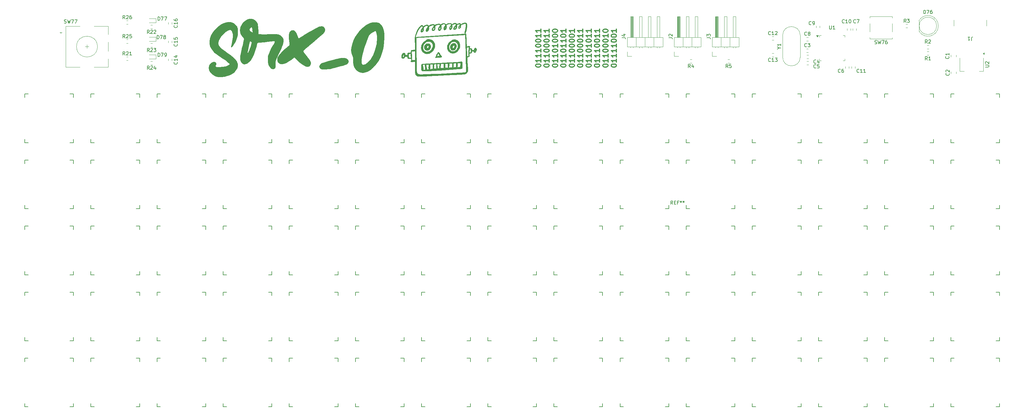
<source format=gbr>
%TF.GenerationSoftware,KiCad,Pcbnew,8.0.1*%
%TF.CreationDate,2024-06-12T21:18:42+02:00*%
%TF.ProjectId,Keyboard,4b657962-6f61-4726-942e-6b696361645f,rev?*%
%TF.SameCoordinates,Original*%
%TF.FileFunction,Legend,Top*%
%TF.FilePolarity,Positive*%
%FSLAX46Y46*%
G04 Gerber Fmt 4.6, Leading zero omitted, Abs format (unit mm)*
G04 Created by KiCad (PCBNEW 8.0.1) date 2024-06-12 21:18:42*
%MOMM*%
%LPD*%
G01*
G04 APERTURE LIST*
%ADD10C,0.300000*%
%ADD11C,0.150000*%
%ADD12C,0.000000*%
%ADD13C,0.120000*%
G04 APERTURE END LIST*
D10*
X224747584Y-93876774D02*
X224747584Y-93733917D01*
X224747584Y-93733917D02*
X224819013Y-93591060D01*
X224819013Y-93591060D02*
X224890441Y-93519632D01*
X224890441Y-93519632D02*
X225033298Y-93448203D01*
X225033298Y-93448203D02*
X225319013Y-93376774D01*
X225319013Y-93376774D02*
X225676156Y-93376774D01*
X225676156Y-93376774D02*
X225961870Y-93448203D01*
X225961870Y-93448203D02*
X226104727Y-93519632D01*
X226104727Y-93519632D02*
X226176156Y-93591060D01*
X226176156Y-93591060D02*
X226247584Y-93733917D01*
X226247584Y-93733917D02*
X226247584Y-93876774D01*
X226247584Y-93876774D02*
X226176156Y-94019632D01*
X226176156Y-94019632D02*
X226104727Y-94091060D01*
X226104727Y-94091060D02*
X225961870Y-94162489D01*
X225961870Y-94162489D02*
X225676156Y-94233917D01*
X225676156Y-94233917D02*
X225319013Y-94233917D01*
X225319013Y-94233917D02*
X225033298Y-94162489D01*
X225033298Y-94162489D02*
X224890441Y-94091060D01*
X224890441Y-94091060D02*
X224819013Y-94019632D01*
X224819013Y-94019632D02*
X224747584Y-93876774D01*
X226247584Y-91948203D02*
X226247584Y-92805346D01*
X226247584Y-92376775D02*
X224747584Y-92376775D01*
X224747584Y-92376775D02*
X224961870Y-92519632D01*
X224961870Y-92519632D02*
X225104727Y-92662489D01*
X225104727Y-92662489D02*
X225176156Y-92805346D01*
X226247584Y-90519632D02*
X226247584Y-91376775D01*
X226247584Y-90948204D02*
X224747584Y-90948204D01*
X224747584Y-90948204D02*
X224961870Y-91091061D01*
X224961870Y-91091061D02*
X225104727Y-91233918D01*
X225104727Y-91233918D02*
X225176156Y-91376775D01*
X226247584Y-89091061D02*
X226247584Y-89948204D01*
X226247584Y-89519633D02*
X224747584Y-89519633D01*
X224747584Y-89519633D02*
X224961870Y-89662490D01*
X224961870Y-89662490D02*
X225104727Y-89805347D01*
X225104727Y-89805347D02*
X225176156Y-89948204D01*
X224747584Y-88162490D02*
X224747584Y-88019633D01*
X224747584Y-88019633D02*
X224819013Y-87876776D01*
X224819013Y-87876776D02*
X224890441Y-87805348D01*
X224890441Y-87805348D02*
X225033298Y-87733919D01*
X225033298Y-87733919D02*
X225319013Y-87662490D01*
X225319013Y-87662490D02*
X225676156Y-87662490D01*
X225676156Y-87662490D02*
X225961870Y-87733919D01*
X225961870Y-87733919D02*
X226104727Y-87805348D01*
X226104727Y-87805348D02*
X226176156Y-87876776D01*
X226176156Y-87876776D02*
X226247584Y-88019633D01*
X226247584Y-88019633D02*
X226247584Y-88162490D01*
X226247584Y-88162490D02*
X226176156Y-88305348D01*
X226176156Y-88305348D02*
X226104727Y-88376776D01*
X226104727Y-88376776D02*
X225961870Y-88448205D01*
X225961870Y-88448205D02*
X225676156Y-88519633D01*
X225676156Y-88519633D02*
X225319013Y-88519633D01*
X225319013Y-88519633D02*
X225033298Y-88448205D01*
X225033298Y-88448205D02*
X224890441Y-88376776D01*
X224890441Y-88376776D02*
X224819013Y-88305348D01*
X224819013Y-88305348D02*
X224747584Y-88162490D01*
X224747584Y-86733919D02*
X224747584Y-86591062D01*
X224747584Y-86591062D02*
X224819013Y-86448205D01*
X224819013Y-86448205D02*
X224890441Y-86376777D01*
X224890441Y-86376777D02*
X225033298Y-86305348D01*
X225033298Y-86305348D02*
X225319013Y-86233919D01*
X225319013Y-86233919D02*
X225676156Y-86233919D01*
X225676156Y-86233919D02*
X225961870Y-86305348D01*
X225961870Y-86305348D02*
X226104727Y-86376777D01*
X226104727Y-86376777D02*
X226176156Y-86448205D01*
X226176156Y-86448205D02*
X226247584Y-86591062D01*
X226247584Y-86591062D02*
X226247584Y-86733919D01*
X226247584Y-86733919D02*
X226176156Y-86876777D01*
X226176156Y-86876777D02*
X226104727Y-86948205D01*
X226104727Y-86948205D02*
X225961870Y-87019634D01*
X225961870Y-87019634D02*
X225676156Y-87091062D01*
X225676156Y-87091062D02*
X225319013Y-87091062D01*
X225319013Y-87091062D02*
X225033298Y-87019634D01*
X225033298Y-87019634D02*
X224890441Y-86948205D01*
X224890441Y-86948205D02*
X224819013Y-86876777D01*
X224819013Y-86876777D02*
X224747584Y-86733919D01*
X226247584Y-84805348D02*
X226247584Y-85662491D01*
X226247584Y-85233920D02*
X224747584Y-85233920D01*
X224747584Y-85233920D02*
X224961870Y-85376777D01*
X224961870Y-85376777D02*
X225104727Y-85519634D01*
X225104727Y-85519634D02*
X225176156Y-85662491D01*
X226247584Y-83376777D02*
X226247584Y-84233920D01*
X226247584Y-83805349D02*
X224747584Y-83805349D01*
X224747584Y-83805349D02*
X224961870Y-83948206D01*
X224961870Y-83948206D02*
X225104727Y-84091063D01*
X225104727Y-84091063D02*
X225176156Y-84233920D01*
X227162500Y-93876774D02*
X227162500Y-93733917D01*
X227162500Y-93733917D02*
X227233929Y-93591060D01*
X227233929Y-93591060D02*
X227305357Y-93519632D01*
X227305357Y-93519632D02*
X227448214Y-93448203D01*
X227448214Y-93448203D02*
X227733929Y-93376774D01*
X227733929Y-93376774D02*
X228091072Y-93376774D01*
X228091072Y-93376774D02*
X228376786Y-93448203D01*
X228376786Y-93448203D02*
X228519643Y-93519632D01*
X228519643Y-93519632D02*
X228591072Y-93591060D01*
X228591072Y-93591060D02*
X228662500Y-93733917D01*
X228662500Y-93733917D02*
X228662500Y-93876774D01*
X228662500Y-93876774D02*
X228591072Y-94019632D01*
X228591072Y-94019632D02*
X228519643Y-94091060D01*
X228519643Y-94091060D02*
X228376786Y-94162489D01*
X228376786Y-94162489D02*
X228091072Y-94233917D01*
X228091072Y-94233917D02*
X227733929Y-94233917D01*
X227733929Y-94233917D02*
X227448214Y-94162489D01*
X227448214Y-94162489D02*
X227305357Y-94091060D01*
X227305357Y-94091060D02*
X227233929Y-94019632D01*
X227233929Y-94019632D02*
X227162500Y-93876774D01*
X228662500Y-91948203D02*
X228662500Y-92805346D01*
X228662500Y-92376775D02*
X227162500Y-92376775D01*
X227162500Y-92376775D02*
X227376786Y-92519632D01*
X227376786Y-92519632D02*
X227519643Y-92662489D01*
X227519643Y-92662489D02*
X227591072Y-92805346D01*
X228662500Y-90519632D02*
X228662500Y-91376775D01*
X228662500Y-90948204D02*
X227162500Y-90948204D01*
X227162500Y-90948204D02*
X227376786Y-91091061D01*
X227376786Y-91091061D02*
X227519643Y-91233918D01*
X227519643Y-91233918D02*
X227591072Y-91376775D01*
X227162500Y-89591061D02*
X227162500Y-89448204D01*
X227162500Y-89448204D02*
X227233929Y-89305347D01*
X227233929Y-89305347D02*
X227305357Y-89233919D01*
X227305357Y-89233919D02*
X227448214Y-89162490D01*
X227448214Y-89162490D02*
X227733929Y-89091061D01*
X227733929Y-89091061D02*
X228091072Y-89091061D01*
X228091072Y-89091061D02*
X228376786Y-89162490D01*
X228376786Y-89162490D02*
X228519643Y-89233919D01*
X228519643Y-89233919D02*
X228591072Y-89305347D01*
X228591072Y-89305347D02*
X228662500Y-89448204D01*
X228662500Y-89448204D02*
X228662500Y-89591061D01*
X228662500Y-89591061D02*
X228591072Y-89733919D01*
X228591072Y-89733919D02*
X228519643Y-89805347D01*
X228519643Y-89805347D02*
X228376786Y-89876776D01*
X228376786Y-89876776D02*
X228091072Y-89948204D01*
X228091072Y-89948204D02*
X227733929Y-89948204D01*
X227733929Y-89948204D02*
X227448214Y-89876776D01*
X227448214Y-89876776D02*
X227305357Y-89805347D01*
X227305357Y-89805347D02*
X227233929Y-89733919D01*
X227233929Y-89733919D02*
X227162500Y-89591061D01*
X227162500Y-88162490D02*
X227162500Y-88019633D01*
X227162500Y-88019633D02*
X227233929Y-87876776D01*
X227233929Y-87876776D02*
X227305357Y-87805348D01*
X227305357Y-87805348D02*
X227448214Y-87733919D01*
X227448214Y-87733919D02*
X227733929Y-87662490D01*
X227733929Y-87662490D02*
X228091072Y-87662490D01*
X228091072Y-87662490D02*
X228376786Y-87733919D01*
X228376786Y-87733919D02*
X228519643Y-87805348D01*
X228519643Y-87805348D02*
X228591072Y-87876776D01*
X228591072Y-87876776D02*
X228662500Y-88019633D01*
X228662500Y-88019633D02*
X228662500Y-88162490D01*
X228662500Y-88162490D02*
X228591072Y-88305348D01*
X228591072Y-88305348D02*
X228519643Y-88376776D01*
X228519643Y-88376776D02*
X228376786Y-88448205D01*
X228376786Y-88448205D02*
X228091072Y-88519633D01*
X228091072Y-88519633D02*
X227733929Y-88519633D01*
X227733929Y-88519633D02*
X227448214Y-88448205D01*
X227448214Y-88448205D02*
X227305357Y-88376776D01*
X227305357Y-88376776D02*
X227233929Y-88305348D01*
X227233929Y-88305348D02*
X227162500Y-88162490D01*
X227162500Y-86733919D02*
X227162500Y-86591062D01*
X227162500Y-86591062D02*
X227233929Y-86448205D01*
X227233929Y-86448205D02*
X227305357Y-86376777D01*
X227305357Y-86376777D02*
X227448214Y-86305348D01*
X227448214Y-86305348D02*
X227733929Y-86233919D01*
X227733929Y-86233919D02*
X228091072Y-86233919D01*
X228091072Y-86233919D02*
X228376786Y-86305348D01*
X228376786Y-86305348D02*
X228519643Y-86376777D01*
X228519643Y-86376777D02*
X228591072Y-86448205D01*
X228591072Y-86448205D02*
X228662500Y-86591062D01*
X228662500Y-86591062D02*
X228662500Y-86733919D01*
X228662500Y-86733919D02*
X228591072Y-86876777D01*
X228591072Y-86876777D02*
X228519643Y-86948205D01*
X228519643Y-86948205D02*
X228376786Y-87019634D01*
X228376786Y-87019634D02*
X228091072Y-87091062D01*
X228091072Y-87091062D02*
X227733929Y-87091062D01*
X227733929Y-87091062D02*
X227448214Y-87019634D01*
X227448214Y-87019634D02*
X227305357Y-86948205D01*
X227305357Y-86948205D02*
X227233929Y-86876777D01*
X227233929Y-86876777D02*
X227162500Y-86733919D01*
X228662500Y-84805348D02*
X228662500Y-85662491D01*
X228662500Y-85233920D02*
X227162500Y-85233920D01*
X227162500Y-85233920D02*
X227376786Y-85376777D01*
X227376786Y-85376777D02*
X227519643Y-85519634D01*
X227519643Y-85519634D02*
X227591072Y-85662491D01*
X228662500Y-83376777D02*
X228662500Y-84233920D01*
X228662500Y-83805349D02*
X227162500Y-83805349D01*
X227162500Y-83805349D02*
X227376786Y-83948206D01*
X227376786Y-83948206D02*
X227519643Y-84091063D01*
X227519643Y-84091063D02*
X227591072Y-84233920D01*
X229577416Y-93876774D02*
X229577416Y-93733917D01*
X229577416Y-93733917D02*
X229648845Y-93591060D01*
X229648845Y-93591060D02*
X229720273Y-93519632D01*
X229720273Y-93519632D02*
X229863130Y-93448203D01*
X229863130Y-93448203D02*
X230148845Y-93376774D01*
X230148845Y-93376774D02*
X230505988Y-93376774D01*
X230505988Y-93376774D02*
X230791702Y-93448203D01*
X230791702Y-93448203D02*
X230934559Y-93519632D01*
X230934559Y-93519632D02*
X231005988Y-93591060D01*
X231005988Y-93591060D02*
X231077416Y-93733917D01*
X231077416Y-93733917D02*
X231077416Y-93876774D01*
X231077416Y-93876774D02*
X231005988Y-94019632D01*
X231005988Y-94019632D02*
X230934559Y-94091060D01*
X230934559Y-94091060D02*
X230791702Y-94162489D01*
X230791702Y-94162489D02*
X230505988Y-94233917D01*
X230505988Y-94233917D02*
X230148845Y-94233917D01*
X230148845Y-94233917D02*
X229863130Y-94162489D01*
X229863130Y-94162489D02*
X229720273Y-94091060D01*
X229720273Y-94091060D02*
X229648845Y-94019632D01*
X229648845Y-94019632D02*
X229577416Y-93876774D01*
X231077416Y-91948203D02*
X231077416Y-92805346D01*
X231077416Y-92376775D02*
X229577416Y-92376775D01*
X229577416Y-92376775D02*
X229791702Y-92519632D01*
X229791702Y-92519632D02*
X229934559Y-92662489D01*
X229934559Y-92662489D02*
X230005988Y-92805346D01*
X231077416Y-90519632D02*
X231077416Y-91376775D01*
X231077416Y-90948204D02*
X229577416Y-90948204D01*
X229577416Y-90948204D02*
X229791702Y-91091061D01*
X229791702Y-91091061D02*
X229934559Y-91233918D01*
X229934559Y-91233918D02*
X230005988Y-91376775D01*
X229577416Y-89591061D02*
X229577416Y-89448204D01*
X229577416Y-89448204D02*
X229648845Y-89305347D01*
X229648845Y-89305347D02*
X229720273Y-89233919D01*
X229720273Y-89233919D02*
X229863130Y-89162490D01*
X229863130Y-89162490D02*
X230148845Y-89091061D01*
X230148845Y-89091061D02*
X230505988Y-89091061D01*
X230505988Y-89091061D02*
X230791702Y-89162490D01*
X230791702Y-89162490D02*
X230934559Y-89233919D01*
X230934559Y-89233919D02*
X231005988Y-89305347D01*
X231005988Y-89305347D02*
X231077416Y-89448204D01*
X231077416Y-89448204D02*
X231077416Y-89591061D01*
X231077416Y-89591061D02*
X231005988Y-89733919D01*
X231005988Y-89733919D02*
X230934559Y-89805347D01*
X230934559Y-89805347D02*
X230791702Y-89876776D01*
X230791702Y-89876776D02*
X230505988Y-89948204D01*
X230505988Y-89948204D02*
X230148845Y-89948204D01*
X230148845Y-89948204D02*
X229863130Y-89876776D01*
X229863130Y-89876776D02*
X229720273Y-89805347D01*
X229720273Y-89805347D02*
X229648845Y-89733919D01*
X229648845Y-89733919D02*
X229577416Y-89591061D01*
X231077416Y-87662490D02*
X231077416Y-88519633D01*
X231077416Y-88091062D02*
X229577416Y-88091062D01*
X229577416Y-88091062D02*
X229791702Y-88233919D01*
X229791702Y-88233919D02*
X229934559Y-88376776D01*
X229934559Y-88376776D02*
X230005988Y-88519633D01*
X229577416Y-86733919D02*
X229577416Y-86591062D01*
X229577416Y-86591062D02*
X229648845Y-86448205D01*
X229648845Y-86448205D02*
X229720273Y-86376777D01*
X229720273Y-86376777D02*
X229863130Y-86305348D01*
X229863130Y-86305348D02*
X230148845Y-86233919D01*
X230148845Y-86233919D02*
X230505988Y-86233919D01*
X230505988Y-86233919D02*
X230791702Y-86305348D01*
X230791702Y-86305348D02*
X230934559Y-86376777D01*
X230934559Y-86376777D02*
X231005988Y-86448205D01*
X231005988Y-86448205D02*
X231077416Y-86591062D01*
X231077416Y-86591062D02*
X231077416Y-86733919D01*
X231077416Y-86733919D02*
X231005988Y-86876777D01*
X231005988Y-86876777D02*
X230934559Y-86948205D01*
X230934559Y-86948205D02*
X230791702Y-87019634D01*
X230791702Y-87019634D02*
X230505988Y-87091062D01*
X230505988Y-87091062D02*
X230148845Y-87091062D01*
X230148845Y-87091062D02*
X229863130Y-87019634D01*
X229863130Y-87019634D02*
X229720273Y-86948205D01*
X229720273Y-86948205D02*
X229648845Y-86876777D01*
X229648845Y-86876777D02*
X229577416Y-86733919D01*
X229577416Y-85305348D02*
X229577416Y-85162491D01*
X229577416Y-85162491D02*
X229648845Y-85019634D01*
X229648845Y-85019634D02*
X229720273Y-84948206D01*
X229720273Y-84948206D02*
X229863130Y-84876777D01*
X229863130Y-84876777D02*
X230148845Y-84805348D01*
X230148845Y-84805348D02*
X230505988Y-84805348D01*
X230505988Y-84805348D02*
X230791702Y-84876777D01*
X230791702Y-84876777D02*
X230934559Y-84948206D01*
X230934559Y-84948206D02*
X231005988Y-85019634D01*
X231005988Y-85019634D02*
X231077416Y-85162491D01*
X231077416Y-85162491D02*
X231077416Y-85305348D01*
X231077416Y-85305348D02*
X231005988Y-85448206D01*
X231005988Y-85448206D02*
X230934559Y-85519634D01*
X230934559Y-85519634D02*
X230791702Y-85591063D01*
X230791702Y-85591063D02*
X230505988Y-85662491D01*
X230505988Y-85662491D02*
X230148845Y-85662491D01*
X230148845Y-85662491D02*
X229863130Y-85591063D01*
X229863130Y-85591063D02*
X229720273Y-85519634D01*
X229720273Y-85519634D02*
X229648845Y-85448206D01*
X229648845Y-85448206D02*
X229577416Y-85305348D01*
X229577416Y-83876777D02*
X229577416Y-83733920D01*
X229577416Y-83733920D02*
X229648845Y-83591063D01*
X229648845Y-83591063D02*
X229720273Y-83519635D01*
X229720273Y-83519635D02*
X229863130Y-83448206D01*
X229863130Y-83448206D02*
X230148845Y-83376777D01*
X230148845Y-83376777D02*
X230505988Y-83376777D01*
X230505988Y-83376777D02*
X230791702Y-83448206D01*
X230791702Y-83448206D02*
X230934559Y-83519635D01*
X230934559Y-83519635D02*
X231005988Y-83591063D01*
X231005988Y-83591063D02*
X231077416Y-83733920D01*
X231077416Y-83733920D02*
X231077416Y-83876777D01*
X231077416Y-83876777D02*
X231005988Y-84019635D01*
X231005988Y-84019635D02*
X230934559Y-84091063D01*
X230934559Y-84091063D02*
X230791702Y-84162492D01*
X230791702Y-84162492D02*
X230505988Y-84233920D01*
X230505988Y-84233920D02*
X230148845Y-84233920D01*
X230148845Y-84233920D02*
X229863130Y-84162492D01*
X229863130Y-84162492D02*
X229720273Y-84091063D01*
X229720273Y-84091063D02*
X229648845Y-84019635D01*
X229648845Y-84019635D02*
X229577416Y-83876777D01*
X231992332Y-93876774D02*
X231992332Y-93733917D01*
X231992332Y-93733917D02*
X232063761Y-93591060D01*
X232063761Y-93591060D02*
X232135189Y-93519632D01*
X232135189Y-93519632D02*
X232278046Y-93448203D01*
X232278046Y-93448203D02*
X232563761Y-93376774D01*
X232563761Y-93376774D02*
X232920904Y-93376774D01*
X232920904Y-93376774D02*
X233206618Y-93448203D01*
X233206618Y-93448203D02*
X233349475Y-93519632D01*
X233349475Y-93519632D02*
X233420904Y-93591060D01*
X233420904Y-93591060D02*
X233492332Y-93733917D01*
X233492332Y-93733917D02*
X233492332Y-93876774D01*
X233492332Y-93876774D02*
X233420904Y-94019632D01*
X233420904Y-94019632D02*
X233349475Y-94091060D01*
X233349475Y-94091060D02*
X233206618Y-94162489D01*
X233206618Y-94162489D02*
X232920904Y-94233917D01*
X232920904Y-94233917D02*
X232563761Y-94233917D01*
X232563761Y-94233917D02*
X232278046Y-94162489D01*
X232278046Y-94162489D02*
X232135189Y-94091060D01*
X232135189Y-94091060D02*
X232063761Y-94019632D01*
X232063761Y-94019632D02*
X231992332Y-93876774D01*
X233492332Y-91948203D02*
X233492332Y-92805346D01*
X233492332Y-92376775D02*
X231992332Y-92376775D01*
X231992332Y-92376775D02*
X232206618Y-92519632D01*
X232206618Y-92519632D02*
X232349475Y-92662489D01*
X232349475Y-92662489D02*
X232420904Y-92805346D01*
X233492332Y-90519632D02*
X233492332Y-91376775D01*
X233492332Y-90948204D02*
X231992332Y-90948204D01*
X231992332Y-90948204D02*
X232206618Y-91091061D01*
X232206618Y-91091061D02*
X232349475Y-91233918D01*
X232349475Y-91233918D02*
X232420904Y-91376775D01*
X231992332Y-89591061D02*
X231992332Y-89448204D01*
X231992332Y-89448204D02*
X232063761Y-89305347D01*
X232063761Y-89305347D02*
X232135189Y-89233919D01*
X232135189Y-89233919D02*
X232278046Y-89162490D01*
X232278046Y-89162490D02*
X232563761Y-89091061D01*
X232563761Y-89091061D02*
X232920904Y-89091061D01*
X232920904Y-89091061D02*
X233206618Y-89162490D01*
X233206618Y-89162490D02*
X233349475Y-89233919D01*
X233349475Y-89233919D02*
X233420904Y-89305347D01*
X233420904Y-89305347D02*
X233492332Y-89448204D01*
X233492332Y-89448204D02*
X233492332Y-89591061D01*
X233492332Y-89591061D02*
X233420904Y-89733919D01*
X233420904Y-89733919D02*
X233349475Y-89805347D01*
X233349475Y-89805347D02*
X233206618Y-89876776D01*
X233206618Y-89876776D02*
X232920904Y-89948204D01*
X232920904Y-89948204D02*
X232563761Y-89948204D01*
X232563761Y-89948204D02*
X232278046Y-89876776D01*
X232278046Y-89876776D02*
X232135189Y-89805347D01*
X232135189Y-89805347D02*
X232063761Y-89733919D01*
X232063761Y-89733919D02*
X231992332Y-89591061D01*
X233492332Y-87662490D02*
X233492332Y-88519633D01*
X233492332Y-88091062D02*
X231992332Y-88091062D01*
X231992332Y-88091062D02*
X232206618Y-88233919D01*
X232206618Y-88233919D02*
X232349475Y-88376776D01*
X232349475Y-88376776D02*
X232420904Y-88519633D01*
X233492332Y-86233919D02*
X233492332Y-87091062D01*
X233492332Y-86662491D02*
X231992332Y-86662491D01*
X231992332Y-86662491D02*
X232206618Y-86805348D01*
X232206618Y-86805348D02*
X232349475Y-86948205D01*
X232349475Y-86948205D02*
X232420904Y-87091062D01*
X231992332Y-85305348D02*
X231992332Y-85162491D01*
X231992332Y-85162491D02*
X232063761Y-85019634D01*
X232063761Y-85019634D02*
X232135189Y-84948206D01*
X232135189Y-84948206D02*
X232278046Y-84876777D01*
X232278046Y-84876777D02*
X232563761Y-84805348D01*
X232563761Y-84805348D02*
X232920904Y-84805348D01*
X232920904Y-84805348D02*
X233206618Y-84876777D01*
X233206618Y-84876777D02*
X233349475Y-84948206D01*
X233349475Y-84948206D02*
X233420904Y-85019634D01*
X233420904Y-85019634D02*
X233492332Y-85162491D01*
X233492332Y-85162491D02*
X233492332Y-85305348D01*
X233492332Y-85305348D02*
X233420904Y-85448206D01*
X233420904Y-85448206D02*
X233349475Y-85519634D01*
X233349475Y-85519634D02*
X233206618Y-85591063D01*
X233206618Y-85591063D02*
X232920904Y-85662491D01*
X232920904Y-85662491D02*
X232563761Y-85662491D01*
X232563761Y-85662491D02*
X232278046Y-85591063D01*
X232278046Y-85591063D02*
X232135189Y-85519634D01*
X232135189Y-85519634D02*
X232063761Y-85448206D01*
X232063761Y-85448206D02*
X231992332Y-85305348D01*
X233492332Y-83376777D02*
X233492332Y-84233920D01*
X233492332Y-83805349D02*
X231992332Y-83805349D01*
X231992332Y-83805349D02*
X232206618Y-83948206D01*
X232206618Y-83948206D02*
X232349475Y-84091063D01*
X232349475Y-84091063D02*
X232420904Y-84233920D01*
X234407248Y-93876774D02*
X234407248Y-93733917D01*
X234407248Y-93733917D02*
X234478677Y-93591060D01*
X234478677Y-93591060D02*
X234550105Y-93519632D01*
X234550105Y-93519632D02*
X234692962Y-93448203D01*
X234692962Y-93448203D02*
X234978677Y-93376774D01*
X234978677Y-93376774D02*
X235335820Y-93376774D01*
X235335820Y-93376774D02*
X235621534Y-93448203D01*
X235621534Y-93448203D02*
X235764391Y-93519632D01*
X235764391Y-93519632D02*
X235835820Y-93591060D01*
X235835820Y-93591060D02*
X235907248Y-93733917D01*
X235907248Y-93733917D02*
X235907248Y-93876774D01*
X235907248Y-93876774D02*
X235835820Y-94019632D01*
X235835820Y-94019632D02*
X235764391Y-94091060D01*
X235764391Y-94091060D02*
X235621534Y-94162489D01*
X235621534Y-94162489D02*
X235335820Y-94233917D01*
X235335820Y-94233917D02*
X234978677Y-94233917D01*
X234978677Y-94233917D02*
X234692962Y-94162489D01*
X234692962Y-94162489D02*
X234550105Y-94091060D01*
X234550105Y-94091060D02*
X234478677Y-94019632D01*
X234478677Y-94019632D02*
X234407248Y-93876774D01*
X235907248Y-91948203D02*
X235907248Y-92805346D01*
X235907248Y-92376775D02*
X234407248Y-92376775D01*
X234407248Y-92376775D02*
X234621534Y-92519632D01*
X234621534Y-92519632D02*
X234764391Y-92662489D01*
X234764391Y-92662489D02*
X234835820Y-92805346D01*
X235907248Y-90519632D02*
X235907248Y-91376775D01*
X235907248Y-90948204D02*
X234407248Y-90948204D01*
X234407248Y-90948204D02*
X234621534Y-91091061D01*
X234621534Y-91091061D02*
X234764391Y-91233918D01*
X234764391Y-91233918D02*
X234835820Y-91376775D01*
X234407248Y-89591061D02*
X234407248Y-89448204D01*
X234407248Y-89448204D02*
X234478677Y-89305347D01*
X234478677Y-89305347D02*
X234550105Y-89233919D01*
X234550105Y-89233919D02*
X234692962Y-89162490D01*
X234692962Y-89162490D02*
X234978677Y-89091061D01*
X234978677Y-89091061D02*
X235335820Y-89091061D01*
X235335820Y-89091061D02*
X235621534Y-89162490D01*
X235621534Y-89162490D02*
X235764391Y-89233919D01*
X235764391Y-89233919D02*
X235835820Y-89305347D01*
X235835820Y-89305347D02*
X235907248Y-89448204D01*
X235907248Y-89448204D02*
X235907248Y-89591061D01*
X235907248Y-89591061D02*
X235835820Y-89733919D01*
X235835820Y-89733919D02*
X235764391Y-89805347D01*
X235764391Y-89805347D02*
X235621534Y-89876776D01*
X235621534Y-89876776D02*
X235335820Y-89948204D01*
X235335820Y-89948204D02*
X234978677Y-89948204D01*
X234978677Y-89948204D02*
X234692962Y-89876776D01*
X234692962Y-89876776D02*
X234550105Y-89805347D01*
X234550105Y-89805347D02*
X234478677Y-89733919D01*
X234478677Y-89733919D02*
X234407248Y-89591061D01*
X234407248Y-88162490D02*
X234407248Y-88019633D01*
X234407248Y-88019633D02*
X234478677Y-87876776D01*
X234478677Y-87876776D02*
X234550105Y-87805348D01*
X234550105Y-87805348D02*
X234692962Y-87733919D01*
X234692962Y-87733919D02*
X234978677Y-87662490D01*
X234978677Y-87662490D02*
X235335820Y-87662490D01*
X235335820Y-87662490D02*
X235621534Y-87733919D01*
X235621534Y-87733919D02*
X235764391Y-87805348D01*
X235764391Y-87805348D02*
X235835820Y-87876776D01*
X235835820Y-87876776D02*
X235907248Y-88019633D01*
X235907248Y-88019633D02*
X235907248Y-88162490D01*
X235907248Y-88162490D02*
X235835820Y-88305348D01*
X235835820Y-88305348D02*
X235764391Y-88376776D01*
X235764391Y-88376776D02*
X235621534Y-88448205D01*
X235621534Y-88448205D02*
X235335820Y-88519633D01*
X235335820Y-88519633D02*
X234978677Y-88519633D01*
X234978677Y-88519633D02*
X234692962Y-88448205D01*
X234692962Y-88448205D02*
X234550105Y-88376776D01*
X234550105Y-88376776D02*
X234478677Y-88305348D01*
X234478677Y-88305348D02*
X234407248Y-88162490D01*
X234407248Y-86733919D02*
X234407248Y-86591062D01*
X234407248Y-86591062D02*
X234478677Y-86448205D01*
X234478677Y-86448205D02*
X234550105Y-86376777D01*
X234550105Y-86376777D02*
X234692962Y-86305348D01*
X234692962Y-86305348D02*
X234978677Y-86233919D01*
X234978677Y-86233919D02*
X235335820Y-86233919D01*
X235335820Y-86233919D02*
X235621534Y-86305348D01*
X235621534Y-86305348D02*
X235764391Y-86376777D01*
X235764391Y-86376777D02*
X235835820Y-86448205D01*
X235835820Y-86448205D02*
X235907248Y-86591062D01*
X235907248Y-86591062D02*
X235907248Y-86733919D01*
X235907248Y-86733919D02*
X235835820Y-86876777D01*
X235835820Y-86876777D02*
X235764391Y-86948205D01*
X235764391Y-86948205D02*
X235621534Y-87019634D01*
X235621534Y-87019634D02*
X235335820Y-87091062D01*
X235335820Y-87091062D02*
X234978677Y-87091062D01*
X234978677Y-87091062D02*
X234692962Y-87019634D01*
X234692962Y-87019634D02*
X234550105Y-86948205D01*
X234550105Y-86948205D02*
X234478677Y-86876777D01*
X234478677Y-86876777D02*
X234407248Y-86733919D01*
X234407248Y-85305348D02*
X234407248Y-85162491D01*
X234407248Y-85162491D02*
X234478677Y-85019634D01*
X234478677Y-85019634D02*
X234550105Y-84948206D01*
X234550105Y-84948206D02*
X234692962Y-84876777D01*
X234692962Y-84876777D02*
X234978677Y-84805348D01*
X234978677Y-84805348D02*
X235335820Y-84805348D01*
X235335820Y-84805348D02*
X235621534Y-84876777D01*
X235621534Y-84876777D02*
X235764391Y-84948206D01*
X235764391Y-84948206D02*
X235835820Y-85019634D01*
X235835820Y-85019634D02*
X235907248Y-85162491D01*
X235907248Y-85162491D02*
X235907248Y-85305348D01*
X235907248Y-85305348D02*
X235835820Y-85448206D01*
X235835820Y-85448206D02*
X235764391Y-85519634D01*
X235764391Y-85519634D02*
X235621534Y-85591063D01*
X235621534Y-85591063D02*
X235335820Y-85662491D01*
X235335820Y-85662491D02*
X234978677Y-85662491D01*
X234978677Y-85662491D02*
X234692962Y-85591063D01*
X234692962Y-85591063D02*
X234550105Y-85519634D01*
X234550105Y-85519634D02*
X234478677Y-85448206D01*
X234478677Y-85448206D02*
X234407248Y-85305348D01*
X235907248Y-83376777D02*
X235907248Y-84233920D01*
X235907248Y-83805349D02*
X234407248Y-83805349D01*
X234407248Y-83805349D02*
X234621534Y-83948206D01*
X234621534Y-83948206D02*
X234764391Y-84091063D01*
X234764391Y-84091063D02*
X234835820Y-84233920D01*
X236822164Y-93876774D02*
X236822164Y-93733917D01*
X236822164Y-93733917D02*
X236893593Y-93591060D01*
X236893593Y-93591060D02*
X236965021Y-93519632D01*
X236965021Y-93519632D02*
X237107878Y-93448203D01*
X237107878Y-93448203D02*
X237393593Y-93376774D01*
X237393593Y-93376774D02*
X237750736Y-93376774D01*
X237750736Y-93376774D02*
X238036450Y-93448203D01*
X238036450Y-93448203D02*
X238179307Y-93519632D01*
X238179307Y-93519632D02*
X238250736Y-93591060D01*
X238250736Y-93591060D02*
X238322164Y-93733917D01*
X238322164Y-93733917D02*
X238322164Y-93876774D01*
X238322164Y-93876774D02*
X238250736Y-94019632D01*
X238250736Y-94019632D02*
X238179307Y-94091060D01*
X238179307Y-94091060D02*
X238036450Y-94162489D01*
X238036450Y-94162489D02*
X237750736Y-94233917D01*
X237750736Y-94233917D02*
X237393593Y-94233917D01*
X237393593Y-94233917D02*
X237107878Y-94162489D01*
X237107878Y-94162489D02*
X236965021Y-94091060D01*
X236965021Y-94091060D02*
X236893593Y-94019632D01*
X236893593Y-94019632D02*
X236822164Y-93876774D01*
X238322164Y-91948203D02*
X238322164Y-92805346D01*
X238322164Y-92376775D02*
X236822164Y-92376775D01*
X236822164Y-92376775D02*
X237036450Y-92519632D01*
X237036450Y-92519632D02*
X237179307Y-92662489D01*
X237179307Y-92662489D02*
X237250736Y-92805346D01*
X238322164Y-90519632D02*
X238322164Y-91376775D01*
X238322164Y-90948204D02*
X236822164Y-90948204D01*
X236822164Y-90948204D02*
X237036450Y-91091061D01*
X237036450Y-91091061D02*
X237179307Y-91233918D01*
X237179307Y-91233918D02*
X237250736Y-91376775D01*
X236822164Y-89591061D02*
X236822164Y-89448204D01*
X236822164Y-89448204D02*
X236893593Y-89305347D01*
X236893593Y-89305347D02*
X236965021Y-89233919D01*
X236965021Y-89233919D02*
X237107878Y-89162490D01*
X237107878Y-89162490D02*
X237393593Y-89091061D01*
X237393593Y-89091061D02*
X237750736Y-89091061D01*
X237750736Y-89091061D02*
X238036450Y-89162490D01*
X238036450Y-89162490D02*
X238179307Y-89233919D01*
X238179307Y-89233919D02*
X238250736Y-89305347D01*
X238250736Y-89305347D02*
X238322164Y-89448204D01*
X238322164Y-89448204D02*
X238322164Y-89591061D01*
X238322164Y-89591061D02*
X238250736Y-89733919D01*
X238250736Y-89733919D02*
X238179307Y-89805347D01*
X238179307Y-89805347D02*
X238036450Y-89876776D01*
X238036450Y-89876776D02*
X237750736Y-89948204D01*
X237750736Y-89948204D02*
X237393593Y-89948204D01*
X237393593Y-89948204D02*
X237107878Y-89876776D01*
X237107878Y-89876776D02*
X236965021Y-89805347D01*
X236965021Y-89805347D02*
X236893593Y-89733919D01*
X236893593Y-89733919D02*
X236822164Y-89591061D01*
X236822164Y-88162490D02*
X236822164Y-88019633D01*
X236822164Y-88019633D02*
X236893593Y-87876776D01*
X236893593Y-87876776D02*
X236965021Y-87805348D01*
X236965021Y-87805348D02*
X237107878Y-87733919D01*
X237107878Y-87733919D02*
X237393593Y-87662490D01*
X237393593Y-87662490D02*
X237750736Y-87662490D01*
X237750736Y-87662490D02*
X238036450Y-87733919D01*
X238036450Y-87733919D02*
X238179307Y-87805348D01*
X238179307Y-87805348D02*
X238250736Y-87876776D01*
X238250736Y-87876776D02*
X238322164Y-88019633D01*
X238322164Y-88019633D02*
X238322164Y-88162490D01*
X238322164Y-88162490D02*
X238250736Y-88305348D01*
X238250736Y-88305348D02*
X238179307Y-88376776D01*
X238179307Y-88376776D02*
X238036450Y-88448205D01*
X238036450Y-88448205D02*
X237750736Y-88519633D01*
X237750736Y-88519633D02*
X237393593Y-88519633D01*
X237393593Y-88519633D02*
X237107878Y-88448205D01*
X237107878Y-88448205D02*
X236965021Y-88376776D01*
X236965021Y-88376776D02*
X236893593Y-88305348D01*
X236893593Y-88305348D02*
X236822164Y-88162490D01*
X236822164Y-86733919D02*
X236822164Y-86591062D01*
X236822164Y-86591062D02*
X236893593Y-86448205D01*
X236893593Y-86448205D02*
X236965021Y-86376777D01*
X236965021Y-86376777D02*
X237107878Y-86305348D01*
X237107878Y-86305348D02*
X237393593Y-86233919D01*
X237393593Y-86233919D02*
X237750736Y-86233919D01*
X237750736Y-86233919D02*
X238036450Y-86305348D01*
X238036450Y-86305348D02*
X238179307Y-86376777D01*
X238179307Y-86376777D02*
X238250736Y-86448205D01*
X238250736Y-86448205D02*
X238322164Y-86591062D01*
X238322164Y-86591062D02*
X238322164Y-86733919D01*
X238322164Y-86733919D02*
X238250736Y-86876777D01*
X238250736Y-86876777D02*
X238179307Y-86948205D01*
X238179307Y-86948205D02*
X238036450Y-87019634D01*
X238036450Y-87019634D02*
X237750736Y-87091062D01*
X237750736Y-87091062D02*
X237393593Y-87091062D01*
X237393593Y-87091062D02*
X237107878Y-87019634D01*
X237107878Y-87019634D02*
X236965021Y-86948205D01*
X236965021Y-86948205D02*
X236893593Y-86876777D01*
X236893593Y-86876777D02*
X236822164Y-86733919D01*
X238322164Y-84805348D02*
X238322164Y-85662491D01*
X238322164Y-85233920D02*
X236822164Y-85233920D01*
X236822164Y-85233920D02*
X237036450Y-85376777D01*
X237036450Y-85376777D02*
X237179307Y-85519634D01*
X237179307Y-85519634D02*
X237250736Y-85662491D01*
X238322164Y-83376777D02*
X238322164Y-84233920D01*
X238322164Y-83805349D02*
X236822164Y-83805349D01*
X236822164Y-83805349D02*
X237036450Y-83948206D01*
X237036450Y-83948206D02*
X237179307Y-84091063D01*
X237179307Y-84091063D02*
X237250736Y-84233920D01*
X239237080Y-93876774D02*
X239237080Y-93733917D01*
X239237080Y-93733917D02*
X239308509Y-93591060D01*
X239308509Y-93591060D02*
X239379937Y-93519632D01*
X239379937Y-93519632D02*
X239522794Y-93448203D01*
X239522794Y-93448203D02*
X239808509Y-93376774D01*
X239808509Y-93376774D02*
X240165652Y-93376774D01*
X240165652Y-93376774D02*
X240451366Y-93448203D01*
X240451366Y-93448203D02*
X240594223Y-93519632D01*
X240594223Y-93519632D02*
X240665652Y-93591060D01*
X240665652Y-93591060D02*
X240737080Y-93733917D01*
X240737080Y-93733917D02*
X240737080Y-93876774D01*
X240737080Y-93876774D02*
X240665652Y-94019632D01*
X240665652Y-94019632D02*
X240594223Y-94091060D01*
X240594223Y-94091060D02*
X240451366Y-94162489D01*
X240451366Y-94162489D02*
X240165652Y-94233917D01*
X240165652Y-94233917D02*
X239808509Y-94233917D01*
X239808509Y-94233917D02*
X239522794Y-94162489D01*
X239522794Y-94162489D02*
X239379937Y-94091060D01*
X239379937Y-94091060D02*
X239308509Y-94019632D01*
X239308509Y-94019632D02*
X239237080Y-93876774D01*
X240737080Y-91948203D02*
X240737080Y-92805346D01*
X240737080Y-92376775D02*
X239237080Y-92376775D01*
X239237080Y-92376775D02*
X239451366Y-92519632D01*
X239451366Y-92519632D02*
X239594223Y-92662489D01*
X239594223Y-92662489D02*
X239665652Y-92805346D01*
X240737080Y-90519632D02*
X240737080Y-91376775D01*
X240737080Y-90948204D02*
X239237080Y-90948204D01*
X239237080Y-90948204D02*
X239451366Y-91091061D01*
X239451366Y-91091061D02*
X239594223Y-91233918D01*
X239594223Y-91233918D02*
X239665652Y-91376775D01*
X239237080Y-89591061D02*
X239237080Y-89448204D01*
X239237080Y-89448204D02*
X239308509Y-89305347D01*
X239308509Y-89305347D02*
X239379937Y-89233919D01*
X239379937Y-89233919D02*
X239522794Y-89162490D01*
X239522794Y-89162490D02*
X239808509Y-89091061D01*
X239808509Y-89091061D02*
X240165652Y-89091061D01*
X240165652Y-89091061D02*
X240451366Y-89162490D01*
X240451366Y-89162490D02*
X240594223Y-89233919D01*
X240594223Y-89233919D02*
X240665652Y-89305347D01*
X240665652Y-89305347D02*
X240737080Y-89448204D01*
X240737080Y-89448204D02*
X240737080Y-89591061D01*
X240737080Y-89591061D02*
X240665652Y-89733919D01*
X240665652Y-89733919D02*
X240594223Y-89805347D01*
X240594223Y-89805347D02*
X240451366Y-89876776D01*
X240451366Y-89876776D02*
X240165652Y-89948204D01*
X240165652Y-89948204D02*
X239808509Y-89948204D01*
X239808509Y-89948204D02*
X239522794Y-89876776D01*
X239522794Y-89876776D02*
X239379937Y-89805347D01*
X239379937Y-89805347D02*
X239308509Y-89733919D01*
X239308509Y-89733919D02*
X239237080Y-89591061D01*
X240737080Y-87662490D02*
X240737080Y-88519633D01*
X240737080Y-88091062D02*
X239237080Y-88091062D01*
X239237080Y-88091062D02*
X239451366Y-88233919D01*
X239451366Y-88233919D02*
X239594223Y-88376776D01*
X239594223Y-88376776D02*
X239665652Y-88519633D01*
X239237080Y-86733919D02*
X239237080Y-86591062D01*
X239237080Y-86591062D02*
X239308509Y-86448205D01*
X239308509Y-86448205D02*
X239379937Y-86376777D01*
X239379937Y-86376777D02*
X239522794Y-86305348D01*
X239522794Y-86305348D02*
X239808509Y-86233919D01*
X239808509Y-86233919D02*
X240165652Y-86233919D01*
X240165652Y-86233919D02*
X240451366Y-86305348D01*
X240451366Y-86305348D02*
X240594223Y-86376777D01*
X240594223Y-86376777D02*
X240665652Y-86448205D01*
X240665652Y-86448205D02*
X240737080Y-86591062D01*
X240737080Y-86591062D02*
X240737080Y-86733919D01*
X240737080Y-86733919D02*
X240665652Y-86876777D01*
X240665652Y-86876777D02*
X240594223Y-86948205D01*
X240594223Y-86948205D02*
X240451366Y-87019634D01*
X240451366Y-87019634D02*
X240165652Y-87091062D01*
X240165652Y-87091062D02*
X239808509Y-87091062D01*
X239808509Y-87091062D02*
X239522794Y-87019634D01*
X239522794Y-87019634D02*
X239379937Y-86948205D01*
X239379937Y-86948205D02*
X239308509Y-86876777D01*
X239308509Y-86876777D02*
X239237080Y-86733919D01*
X240737080Y-84805348D02*
X240737080Y-85662491D01*
X240737080Y-85233920D02*
X239237080Y-85233920D01*
X239237080Y-85233920D02*
X239451366Y-85376777D01*
X239451366Y-85376777D02*
X239594223Y-85519634D01*
X239594223Y-85519634D02*
X239665652Y-85662491D01*
X240737080Y-83376777D02*
X240737080Y-84233920D01*
X240737080Y-83805349D02*
X239237080Y-83805349D01*
X239237080Y-83805349D02*
X239451366Y-83948206D01*
X239451366Y-83948206D02*
X239594223Y-84091063D01*
X239594223Y-84091063D02*
X239665652Y-84233920D01*
X241651996Y-93876774D02*
X241651996Y-93733917D01*
X241651996Y-93733917D02*
X241723425Y-93591060D01*
X241723425Y-93591060D02*
X241794853Y-93519632D01*
X241794853Y-93519632D02*
X241937710Y-93448203D01*
X241937710Y-93448203D02*
X242223425Y-93376774D01*
X242223425Y-93376774D02*
X242580568Y-93376774D01*
X242580568Y-93376774D02*
X242866282Y-93448203D01*
X242866282Y-93448203D02*
X243009139Y-93519632D01*
X243009139Y-93519632D02*
X243080568Y-93591060D01*
X243080568Y-93591060D02*
X243151996Y-93733917D01*
X243151996Y-93733917D02*
X243151996Y-93876774D01*
X243151996Y-93876774D02*
X243080568Y-94019632D01*
X243080568Y-94019632D02*
X243009139Y-94091060D01*
X243009139Y-94091060D02*
X242866282Y-94162489D01*
X242866282Y-94162489D02*
X242580568Y-94233917D01*
X242580568Y-94233917D02*
X242223425Y-94233917D01*
X242223425Y-94233917D02*
X241937710Y-94162489D01*
X241937710Y-94162489D02*
X241794853Y-94091060D01*
X241794853Y-94091060D02*
X241723425Y-94019632D01*
X241723425Y-94019632D02*
X241651996Y-93876774D01*
X243151996Y-91948203D02*
X243151996Y-92805346D01*
X243151996Y-92376775D02*
X241651996Y-92376775D01*
X241651996Y-92376775D02*
X241866282Y-92519632D01*
X241866282Y-92519632D02*
X242009139Y-92662489D01*
X242009139Y-92662489D02*
X242080568Y-92805346D01*
X243151996Y-90519632D02*
X243151996Y-91376775D01*
X243151996Y-90948204D02*
X241651996Y-90948204D01*
X241651996Y-90948204D02*
X241866282Y-91091061D01*
X241866282Y-91091061D02*
X242009139Y-91233918D01*
X242009139Y-91233918D02*
X242080568Y-91376775D01*
X243151996Y-89091061D02*
X243151996Y-89948204D01*
X243151996Y-89519633D02*
X241651996Y-89519633D01*
X241651996Y-89519633D02*
X241866282Y-89662490D01*
X241866282Y-89662490D02*
X242009139Y-89805347D01*
X242009139Y-89805347D02*
X242080568Y-89948204D01*
X241651996Y-88162490D02*
X241651996Y-88019633D01*
X241651996Y-88019633D02*
X241723425Y-87876776D01*
X241723425Y-87876776D02*
X241794853Y-87805348D01*
X241794853Y-87805348D02*
X241937710Y-87733919D01*
X241937710Y-87733919D02*
X242223425Y-87662490D01*
X242223425Y-87662490D02*
X242580568Y-87662490D01*
X242580568Y-87662490D02*
X242866282Y-87733919D01*
X242866282Y-87733919D02*
X243009139Y-87805348D01*
X243009139Y-87805348D02*
X243080568Y-87876776D01*
X243080568Y-87876776D02*
X243151996Y-88019633D01*
X243151996Y-88019633D02*
X243151996Y-88162490D01*
X243151996Y-88162490D02*
X243080568Y-88305348D01*
X243080568Y-88305348D02*
X243009139Y-88376776D01*
X243009139Y-88376776D02*
X242866282Y-88448205D01*
X242866282Y-88448205D02*
X242580568Y-88519633D01*
X242580568Y-88519633D02*
X242223425Y-88519633D01*
X242223425Y-88519633D02*
X241937710Y-88448205D01*
X241937710Y-88448205D02*
X241794853Y-88376776D01*
X241794853Y-88376776D02*
X241723425Y-88305348D01*
X241723425Y-88305348D02*
X241651996Y-88162490D01*
X241651996Y-86733919D02*
X241651996Y-86591062D01*
X241651996Y-86591062D02*
X241723425Y-86448205D01*
X241723425Y-86448205D02*
X241794853Y-86376777D01*
X241794853Y-86376777D02*
X241937710Y-86305348D01*
X241937710Y-86305348D02*
X242223425Y-86233919D01*
X242223425Y-86233919D02*
X242580568Y-86233919D01*
X242580568Y-86233919D02*
X242866282Y-86305348D01*
X242866282Y-86305348D02*
X243009139Y-86376777D01*
X243009139Y-86376777D02*
X243080568Y-86448205D01*
X243080568Y-86448205D02*
X243151996Y-86591062D01*
X243151996Y-86591062D02*
X243151996Y-86733919D01*
X243151996Y-86733919D02*
X243080568Y-86876777D01*
X243080568Y-86876777D02*
X243009139Y-86948205D01*
X243009139Y-86948205D02*
X242866282Y-87019634D01*
X242866282Y-87019634D02*
X242580568Y-87091062D01*
X242580568Y-87091062D02*
X242223425Y-87091062D01*
X242223425Y-87091062D02*
X241937710Y-87019634D01*
X241937710Y-87019634D02*
X241794853Y-86948205D01*
X241794853Y-86948205D02*
X241723425Y-86876777D01*
X241723425Y-86876777D02*
X241651996Y-86733919D01*
X243151996Y-84805348D02*
X243151996Y-85662491D01*
X243151996Y-85233920D02*
X241651996Y-85233920D01*
X241651996Y-85233920D02*
X241866282Y-85376777D01*
X241866282Y-85376777D02*
X242009139Y-85519634D01*
X242009139Y-85519634D02*
X242080568Y-85662491D01*
X243151996Y-83376777D02*
X243151996Y-84233920D01*
X243151996Y-83805349D02*
X241651996Y-83805349D01*
X241651996Y-83805349D02*
X241866282Y-83948206D01*
X241866282Y-83948206D02*
X242009139Y-84091063D01*
X242009139Y-84091063D02*
X242080568Y-84233920D01*
X244066912Y-93876774D02*
X244066912Y-93733917D01*
X244066912Y-93733917D02*
X244138341Y-93591060D01*
X244138341Y-93591060D02*
X244209769Y-93519632D01*
X244209769Y-93519632D02*
X244352626Y-93448203D01*
X244352626Y-93448203D02*
X244638341Y-93376774D01*
X244638341Y-93376774D02*
X244995484Y-93376774D01*
X244995484Y-93376774D02*
X245281198Y-93448203D01*
X245281198Y-93448203D02*
X245424055Y-93519632D01*
X245424055Y-93519632D02*
X245495484Y-93591060D01*
X245495484Y-93591060D02*
X245566912Y-93733917D01*
X245566912Y-93733917D02*
X245566912Y-93876774D01*
X245566912Y-93876774D02*
X245495484Y-94019632D01*
X245495484Y-94019632D02*
X245424055Y-94091060D01*
X245424055Y-94091060D02*
X245281198Y-94162489D01*
X245281198Y-94162489D02*
X244995484Y-94233917D01*
X244995484Y-94233917D02*
X244638341Y-94233917D01*
X244638341Y-94233917D02*
X244352626Y-94162489D01*
X244352626Y-94162489D02*
X244209769Y-94091060D01*
X244209769Y-94091060D02*
X244138341Y-94019632D01*
X244138341Y-94019632D02*
X244066912Y-93876774D01*
X245566912Y-91948203D02*
X245566912Y-92805346D01*
X245566912Y-92376775D02*
X244066912Y-92376775D01*
X244066912Y-92376775D02*
X244281198Y-92519632D01*
X244281198Y-92519632D02*
X244424055Y-92662489D01*
X244424055Y-92662489D02*
X244495484Y-92805346D01*
X245566912Y-90519632D02*
X245566912Y-91376775D01*
X245566912Y-90948204D02*
X244066912Y-90948204D01*
X244066912Y-90948204D02*
X244281198Y-91091061D01*
X244281198Y-91091061D02*
X244424055Y-91233918D01*
X244424055Y-91233918D02*
X244495484Y-91376775D01*
X244066912Y-89591061D02*
X244066912Y-89448204D01*
X244066912Y-89448204D02*
X244138341Y-89305347D01*
X244138341Y-89305347D02*
X244209769Y-89233919D01*
X244209769Y-89233919D02*
X244352626Y-89162490D01*
X244352626Y-89162490D02*
X244638341Y-89091061D01*
X244638341Y-89091061D02*
X244995484Y-89091061D01*
X244995484Y-89091061D02*
X245281198Y-89162490D01*
X245281198Y-89162490D02*
X245424055Y-89233919D01*
X245424055Y-89233919D02*
X245495484Y-89305347D01*
X245495484Y-89305347D02*
X245566912Y-89448204D01*
X245566912Y-89448204D02*
X245566912Y-89591061D01*
X245566912Y-89591061D02*
X245495484Y-89733919D01*
X245495484Y-89733919D02*
X245424055Y-89805347D01*
X245424055Y-89805347D02*
X245281198Y-89876776D01*
X245281198Y-89876776D02*
X244995484Y-89948204D01*
X244995484Y-89948204D02*
X244638341Y-89948204D01*
X244638341Y-89948204D02*
X244352626Y-89876776D01*
X244352626Y-89876776D02*
X244209769Y-89805347D01*
X244209769Y-89805347D02*
X244138341Y-89733919D01*
X244138341Y-89733919D02*
X244066912Y-89591061D01*
X244066912Y-88162490D02*
X244066912Y-88019633D01*
X244066912Y-88019633D02*
X244138341Y-87876776D01*
X244138341Y-87876776D02*
X244209769Y-87805348D01*
X244209769Y-87805348D02*
X244352626Y-87733919D01*
X244352626Y-87733919D02*
X244638341Y-87662490D01*
X244638341Y-87662490D02*
X244995484Y-87662490D01*
X244995484Y-87662490D02*
X245281198Y-87733919D01*
X245281198Y-87733919D02*
X245424055Y-87805348D01*
X245424055Y-87805348D02*
X245495484Y-87876776D01*
X245495484Y-87876776D02*
X245566912Y-88019633D01*
X245566912Y-88019633D02*
X245566912Y-88162490D01*
X245566912Y-88162490D02*
X245495484Y-88305348D01*
X245495484Y-88305348D02*
X245424055Y-88376776D01*
X245424055Y-88376776D02*
X245281198Y-88448205D01*
X245281198Y-88448205D02*
X244995484Y-88519633D01*
X244995484Y-88519633D02*
X244638341Y-88519633D01*
X244638341Y-88519633D02*
X244352626Y-88448205D01*
X244352626Y-88448205D02*
X244209769Y-88376776D01*
X244209769Y-88376776D02*
X244138341Y-88305348D01*
X244138341Y-88305348D02*
X244066912Y-88162490D01*
X244066912Y-86733919D02*
X244066912Y-86591062D01*
X244066912Y-86591062D02*
X244138341Y-86448205D01*
X244138341Y-86448205D02*
X244209769Y-86376777D01*
X244209769Y-86376777D02*
X244352626Y-86305348D01*
X244352626Y-86305348D02*
X244638341Y-86233919D01*
X244638341Y-86233919D02*
X244995484Y-86233919D01*
X244995484Y-86233919D02*
X245281198Y-86305348D01*
X245281198Y-86305348D02*
X245424055Y-86376777D01*
X245424055Y-86376777D02*
X245495484Y-86448205D01*
X245495484Y-86448205D02*
X245566912Y-86591062D01*
X245566912Y-86591062D02*
X245566912Y-86733919D01*
X245566912Y-86733919D02*
X245495484Y-86876777D01*
X245495484Y-86876777D02*
X245424055Y-86948205D01*
X245424055Y-86948205D02*
X245281198Y-87019634D01*
X245281198Y-87019634D02*
X244995484Y-87091062D01*
X244995484Y-87091062D02*
X244638341Y-87091062D01*
X244638341Y-87091062D02*
X244352626Y-87019634D01*
X244352626Y-87019634D02*
X244209769Y-86948205D01*
X244209769Y-86948205D02*
X244138341Y-86876777D01*
X244138341Y-86876777D02*
X244066912Y-86733919D01*
X245566912Y-84805348D02*
X245566912Y-85662491D01*
X245566912Y-85233920D02*
X244066912Y-85233920D01*
X244066912Y-85233920D02*
X244281198Y-85376777D01*
X244281198Y-85376777D02*
X244424055Y-85519634D01*
X244424055Y-85519634D02*
X244495484Y-85662491D01*
X244066912Y-83876777D02*
X244066912Y-83733920D01*
X244066912Y-83733920D02*
X244138341Y-83591063D01*
X244138341Y-83591063D02*
X244209769Y-83519635D01*
X244209769Y-83519635D02*
X244352626Y-83448206D01*
X244352626Y-83448206D02*
X244638341Y-83376777D01*
X244638341Y-83376777D02*
X244995484Y-83376777D01*
X244995484Y-83376777D02*
X245281198Y-83448206D01*
X245281198Y-83448206D02*
X245424055Y-83519635D01*
X245424055Y-83519635D02*
X245495484Y-83591063D01*
X245495484Y-83591063D02*
X245566912Y-83733920D01*
X245566912Y-83733920D02*
X245566912Y-83876777D01*
X245566912Y-83876777D02*
X245495484Y-84019635D01*
X245495484Y-84019635D02*
X245424055Y-84091063D01*
X245424055Y-84091063D02*
X245281198Y-84162492D01*
X245281198Y-84162492D02*
X244995484Y-84233920D01*
X244995484Y-84233920D02*
X244638341Y-84233920D01*
X244638341Y-84233920D02*
X244352626Y-84162492D01*
X244352626Y-84162492D02*
X244209769Y-84091063D01*
X244209769Y-84091063D02*
X244138341Y-84019635D01*
X244138341Y-84019635D02*
X244066912Y-83876777D01*
X246481828Y-93876774D02*
X246481828Y-93733917D01*
X246481828Y-93733917D02*
X246553257Y-93591060D01*
X246553257Y-93591060D02*
X246624685Y-93519632D01*
X246624685Y-93519632D02*
X246767542Y-93448203D01*
X246767542Y-93448203D02*
X247053257Y-93376774D01*
X247053257Y-93376774D02*
X247410400Y-93376774D01*
X247410400Y-93376774D02*
X247696114Y-93448203D01*
X247696114Y-93448203D02*
X247838971Y-93519632D01*
X247838971Y-93519632D02*
X247910400Y-93591060D01*
X247910400Y-93591060D02*
X247981828Y-93733917D01*
X247981828Y-93733917D02*
X247981828Y-93876774D01*
X247981828Y-93876774D02*
X247910400Y-94019632D01*
X247910400Y-94019632D02*
X247838971Y-94091060D01*
X247838971Y-94091060D02*
X247696114Y-94162489D01*
X247696114Y-94162489D02*
X247410400Y-94233917D01*
X247410400Y-94233917D02*
X247053257Y-94233917D01*
X247053257Y-94233917D02*
X246767542Y-94162489D01*
X246767542Y-94162489D02*
X246624685Y-94091060D01*
X246624685Y-94091060D02*
X246553257Y-94019632D01*
X246553257Y-94019632D02*
X246481828Y-93876774D01*
X247981828Y-91948203D02*
X247981828Y-92805346D01*
X247981828Y-92376775D02*
X246481828Y-92376775D01*
X246481828Y-92376775D02*
X246696114Y-92519632D01*
X246696114Y-92519632D02*
X246838971Y-92662489D01*
X246838971Y-92662489D02*
X246910400Y-92805346D01*
X247981828Y-90519632D02*
X247981828Y-91376775D01*
X247981828Y-90948204D02*
X246481828Y-90948204D01*
X246481828Y-90948204D02*
X246696114Y-91091061D01*
X246696114Y-91091061D02*
X246838971Y-91233918D01*
X246838971Y-91233918D02*
X246910400Y-91376775D01*
X247981828Y-89091061D02*
X247981828Y-89948204D01*
X247981828Y-89519633D02*
X246481828Y-89519633D01*
X246481828Y-89519633D02*
X246696114Y-89662490D01*
X246696114Y-89662490D02*
X246838971Y-89805347D01*
X246838971Y-89805347D02*
X246910400Y-89948204D01*
X247981828Y-87662490D02*
X247981828Y-88519633D01*
X247981828Y-88091062D02*
X246481828Y-88091062D01*
X246481828Y-88091062D02*
X246696114Y-88233919D01*
X246696114Y-88233919D02*
X246838971Y-88376776D01*
X246838971Y-88376776D02*
X246910400Y-88519633D01*
X246481828Y-86733919D02*
X246481828Y-86591062D01*
X246481828Y-86591062D02*
X246553257Y-86448205D01*
X246553257Y-86448205D02*
X246624685Y-86376777D01*
X246624685Y-86376777D02*
X246767542Y-86305348D01*
X246767542Y-86305348D02*
X247053257Y-86233919D01*
X247053257Y-86233919D02*
X247410400Y-86233919D01*
X247410400Y-86233919D02*
X247696114Y-86305348D01*
X247696114Y-86305348D02*
X247838971Y-86376777D01*
X247838971Y-86376777D02*
X247910400Y-86448205D01*
X247910400Y-86448205D02*
X247981828Y-86591062D01*
X247981828Y-86591062D02*
X247981828Y-86733919D01*
X247981828Y-86733919D02*
X247910400Y-86876777D01*
X247910400Y-86876777D02*
X247838971Y-86948205D01*
X247838971Y-86948205D02*
X247696114Y-87019634D01*
X247696114Y-87019634D02*
X247410400Y-87091062D01*
X247410400Y-87091062D02*
X247053257Y-87091062D01*
X247053257Y-87091062D02*
X246767542Y-87019634D01*
X246767542Y-87019634D02*
X246624685Y-86948205D01*
X246624685Y-86948205D02*
X246553257Y-86876777D01*
X246553257Y-86876777D02*
X246481828Y-86733919D01*
X246481828Y-85305348D02*
X246481828Y-85162491D01*
X246481828Y-85162491D02*
X246553257Y-85019634D01*
X246553257Y-85019634D02*
X246624685Y-84948206D01*
X246624685Y-84948206D02*
X246767542Y-84876777D01*
X246767542Y-84876777D02*
X247053257Y-84805348D01*
X247053257Y-84805348D02*
X247410400Y-84805348D01*
X247410400Y-84805348D02*
X247696114Y-84876777D01*
X247696114Y-84876777D02*
X247838971Y-84948206D01*
X247838971Y-84948206D02*
X247910400Y-85019634D01*
X247910400Y-85019634D02*
X247981828Y-85162491D01*
X247981828Y-85162491D02*
X247981828Y-85305348D01*
X247981828Y-85305348D02*
X247910400Y-85448206D01*
X247910400Y-85448206D02*
X247838971Y-85519634D01*
X247838971Y-85519634D02*
X247696114Y-85591063D01*
X247696114Y-85591063D02*
X247410400Y-85662491D01*
X247410400Y-85662491D02*
X247053257Y-85662491D01*
X247053257Y-85662491D02*
X246767542Y-85591063D01*
X246767542Y-85591063D02*
X246624685Y-85519634D01*
X246624685Y-85519634D02*
X246553257Y-85448206D01*
X246553257Y-85448206D02*
X246481828Y-85305348D01*
X247981828Y-83376777D02*
X247981828Y-84233920D01*
X247981828Y-83805349D02*
X246481828Y-83805349D01*
X246481828Y-83805349D02*
X246696114Y-83948206D01*
X246696114Y-83948206D02*
X246838971Y-84091063D01*
X246838971Y-84091063D02*
X246910400Y-84233920D01*
D11*
X273955819Y-85769333D02*
X274670104Y-85769333D01*
X274670104Y-85769333D02*
X274812961Y-85816952D01*
X274812961Y-85816952D02*
X274908200Y-85912190D01*
X274908200Y-85912190D02*
X274955819Y-86055047D01*
X274955819Y-86055047D02*
X274955819Y-86150285D01*
X273955819Y-85388380D02*
X273955819Y-84769333D01*
X273955819Y-84769333D02*
X274336771Y-85102666D01*
X274336771Y-85102666D02*
X274336771Y-84959809D01*
X274336771Y-84959809D02*
X274384390Y-84864571D01*
X274384390Y-84864571D02*
X274432009Y-84816952D01*
X274432009Y-84816952D02*
X274527247Y-84769333D01*
X274527247Y-84769333D02*
X274765342Y-84769333D01*
X274765342Y-84769333D02*
X274860580Y-84816952D01*
X274860580Y-84816952D02*
X274908200Y-84864571D01*
X274908200Y-84864571D02*
X274955819Y-84959809D01*
X274955819Y-84959809D02*
X274955819Y-85245523D01*
X274955819Y-85245523D02*
X274908200Y-85340761D01*
X274908200Y-85340761D02*
X274860580Y-85388380D01*
X263033819Y-85769333D02*
X263748104Y-85769333D01*
X263748104Y-85769333D02*
X263890961Y-85816952D01*
X263890961Y-85816952D02*
X263986200Y-85912190D01*
X263986200Y-85912190D02*
X264033819Y-86055047D01*
X264033819Y-86055047D02*
X264033819Y-86150285D01*
X263129057Y-85340761D02*
X263081438Y-85293142D01*
X263081438Y-85293142D02*
X263033819Y-85197904D01*
X263033819Y-85197904D02*
X263033819Y-84959809D01*
X263033819Y-84959809D02*
X263081438Y-84864571D01*
X263081438Y-84864571D02*
X263129057Y-84816952D01*
X263129057Y-84816952D02*
X263224295Y-84769333D01*
X263224295Y-84769333D02*
X263319533Y-84769333D01*
X263319533Y-84769333D02*
X263462390Y-84816952D01*
X263462390Y-84816952D02*
X264033819Y-85388380D01*
X264033819Y-85388380D02*
X264033819Y-84769333D01*
X280018333Y-94442819D02*
X279685000Y-93966628D01*
X279446905Y-94442819D02*
X279446905Y-93442819D01*
X279446905Y-93442819D02*
X279827857Y-93442819D01*
X279827857Y-93442819D02*
X279923095Y-93490438D01*
X279923095Y-93490438D02*
X279970714Y-93538057D01*
X279970714Y-93538057D02*
X280018333Y-93633295D01*
X280018333Y-93633295D02*
X280018333Y-93776152D01*
X280018333Y-93776152D02*
X279970714Y-93871390D01*
X279970714Y-93871390D02*
X279923095Y-93919009D01*
X279923095Y-93919009D02*
X279827857Y-93966628D01*
X279827857Y-93966628D02*
X279446905Y-93966628D01*
X280923095Y-93442819D02*
X280446905Y-93442819D01*
X280446905Y-93442819D02*
X280399286Y-93919009D01*
X280399286Y-93919009D02*
X280446905Y-93871390D01*
X280446905Y-93871390D02*
X280542143Y-93823771D01*
X280542143Y-93823771D02*
X280780238Y-93823771D01*
X280780238Y-93823771D02*
X280875476Y-93871390D01*
X280875476Y-93871390D02*
X280923095Y-93919009D01*
X280923095Y-93919009D02*
X280970714Y-94014247D01*
X280970714Y-94014247D02*
X280970714Y-94252342D01*
X280970714Y-94252342D02*
X280923095Y-94347580D01*
X280923095Y-94347580D02*
X280875476Y-94395200D01*
X280875476Y-94395200D02*
X280780238Y-94442819D01*
X280780238Y-94442819D02*
X280542143Y-94442819D01*
X280542143Y-94442819D02*
X280446905Y-94395200D01*
X280446905Y-94395200D02*
X280399286Y-94347580D01*
X303922833Y-82007580D02*
X303875214Y-82055200D01*
X303875214Y-82055200D02*
X303732357Y-82102819D01*
X303732357Y-82102819D02*
X303637119Y-82102819D01*
X303637119Y-82102819D02*
X303494262Y-82055200D01*
X303494262Y-82055200D02*
X303399024Y-81959961D01*
X303399024Y-81959961D02*
X303351405Y-81864723D01*
X303351405Y-81864723D02*
X303303786Y-81674247D01*
X303303786Y-81674247D02*
X303303786Y-81531390D01*
X303303786Y-81531390D02*
X303351405Y-81340914D01*
X303351405Y-81340914D02*
X303399024Y-81245676D01*
X303399024Y-81245676D02*
X303494262Y-81150438D01*
X303494262Y-81150438D02*
X303637119Y-81102819D01*
X303637119Y-81102819D02*
X303732357Y-81102819D01*
X303732357Y-81102819D02*
X303875214Y-81150438D01*
X303875214Y-81150438D02*
X303922833Y-81198057D01*
X304399024Y-82102819D02*
X304589500Y-82102819D01*
X304589500Y-82102819D02*
X304684738Y-82055200D01*
X304684738Y-82055200D02*
X304732357Y-82007580D01*
X304732357Y-82007580D02*
X304827595Y-81864723D01*
X304827595Y-81864723D02*
X304875214Y-81674247D01*
X304875214Y-81674247D02*
X304875214Y-81293295D01*
X304875214Y-81293295D02*
X304827595Y-81198057D01*
X304827595Y-81198057D02*
X304779976Y-81150438D01*
X304779976Y-81150438D02*
X304684738Y-81102819D01*
X304684738Y-81102819D02*
X304494262Y-81102819D01*
X304494262Y-81102819D02*
X304399024Y-81150438D01*
X304399024Y-81150438D02*
X304351405Y-81198057D01*
X304351405Y-81198057D02*
X304303786Y-81293295D01*
X304303786Y-81293295D02*
X304303786Y-81531390D01*
X304303786Y-81531390D02*
X304351405Y-81626628D01*
X304351405Y-81626628D02*
X304399024Y-81674247D01*
X304399024Y-81674247D02*
X304494262Y-81721866D01*
X304494262Y-81721866D02*
X304684738Y-81721866D01*
X304684738Y-81721866D02*
X304779976Y-81674247D01*
X304779976Y-81674247D02*
X304827595Y-81626628D01*
X304827595Y-81626628D02*
X304875214Y-81531390D01*
X313451142Y-81487580D02*
X313403523Y-81535200D01*
X313403523Y-81535200D02*
X313260666Y-81582819D01*
X313260666Y-81582819D02*
X313165428Y-81582819D01*
X313165428Y-81582819D02*
X313022571Y-81535200D01*
X313022571Y-81535200D02*
X312927333Y-81439961D01*
X312927333Y-81439961D02*
X312879714Y-81344723D01*
X312879714Y-81344723D02*
X312832095Y-81154247D01*
X312832095Y-81154247D02*
X312832095Y-81011390D01*
X312832095Y-81011390D02*
X312879714Y-80820914D01*
X312879714Y-80820914D02*
X312927333Y-80725676D01*
X312927333Y-80725676D02*
X313022571Y-80630438D01*
X313022571Y-80630438D02*
X313165428Y-80582819D01*
X313165428Y-80582819D02*
X313260666Y-80582819D01*
X313260666Y-80582819D02*
X313403523Y-80630438D01*
X313403523Y-80630438D02*
X313451142Y-80678057D01*
X314403523Y-81582819D02*
X313832095Y-81582819D01*
X314117809Y-81582819D02*
X314117809Y-80582819D01*
X314117809Y-80582819D02*
X314022571Y-80725676D01*
X314022571Y-80725676D02*
X313927333Y-80820914D01*
X313927333Y-80820914D02*
X313832095Y-80868533D01*
X315022571Y-80582819D02*
X315117809Y-80582819D01*
X315117809Y-80582819D02*
X315213047Y-80630438D01*
X315213047Y-80630438D02*
X315260666Y-80678057D01*
X315260666Y-80678057D02*
X315308285Y-80773295D01*
X315308285Y-80773295D02*
X315355904Y-80963771D01*
X315355904Y-80963771D02*
X315355904Y-81201866D01*
X315355904Y-81201866D02*
X315308285Y-81392342D01*
X315308285Y-81392342D02*
X315260666Y-81487580D01*
X315260666Y-81487580D02*
X315213047Y-81535200D01*
X315213047Y-81535200D02*
X315117809Y-81582819D01*
X315117809Y-81582819D02*
X315022571Y-81582819D01*
X315022571Y-81582819D02*
X314927333Y-81535200D01*
X314927333Y-81535200D02*
X314879714Y-81487580D01*
X314879714Y-81487580D02*
X314832095Y-81392342D01*
X314832095Y-81392342D02*
X314784476Y-81201866D01*
X314784476Y-81201866D02*
X314784476Y-80963771D01*
X314784476Y-80963771D02*
X314832095Y-80773295D01*
X314832095Y-80773295D02*
X314879714Y-80678057D01*
X314879714Y-80678057D02*
X314927333Y-80630438D01*
X314927333Y-80630438D02*
X315022571Y-80582819D01*
X302652833Y-85055580D02*
X302605214Y-85103200D01*
X302605214Y-85103200D02*
X302462357Y-85150819D01*
X302462357Y-85150819D02*
X302367119Y-85150819D01*
X302367119Y-85150819D02*
X302224262Y-85103200D01*
X302224262Y-85103200D02*
X302129024Y-85007961D01*
X302129024Y-85007961D02*
X302081405Y-84912723D01*
X302081405Y-84912723D02*
X302033786Y-84722247D01*
X302033786Y-84722247D02*
X302033786Y-84579390D01*
X302033786Y-84579390D02*
X302081405Y-84388914D01*
X302081405Y-84388914D02*
X302129024Y-84293676D01*
X302129024Y-84293676D02*
X302224262Y-84198438D01*
X302224262Y-84198438D02*
X302367119Y-84150819D01*
X302367119Y-84150819D02*
X302462357Y-84150819D01*
X302462357Y-84150819D02*
X302605214Y-84198438D01*
X302605214Y-84198438D02*
X302652833Y-84246057D01*
X303224262Y-84579390D02*
X303129024Y-84531771D01*
X303129024Y-84531771D02*
X303081405Y-84484152D01*
X303081405Y-84484152D02*
X303033786Y-84388914D01*
X303033786Y-84388914D02*
X303033786Y-84341295D01*
X303033786Y-84341295D02*
X303081405Y-84246057D01*
X303081405Y-84246057D02*
X303129024Y-84198438D01*
X303129024Y-84198438D02*
X303224262Y-84150819D01*
X303224262Y-84150819D02*
X303414738Y-84150819D01*
X303414738Y-84150819D02*
X303509976Y-84198438D01*
X303509976Y-84198438D02*
X303557595Y-84246057D01*
X303557595Y-84246057D02*
X303605214Y-84341295D01*
X303605214Y-84341295D02*
X303605214Y-84388914D01*
X303605214Y-84388914D02*
X303557595Y-84484152D01*
X303557595Y-84484152D02*
X303509976Y-84531771D01*
X303509976Y-84531771D02*
X303414738Y-84579390D01*
X303414738Y-84579390D02*
X303224262Y-84579390D01*
X303224262Y-84579390D02*
X303129024Y-84627009D01*
X303129024Y-84627009D02*
X303081405Y-84674628D01*
X303081405Y-84674628D02*
X303033786Y-84769866D01*
X303033786Y-84769866D02*
X303033786Y-84960342D01*
X303033786Y-84960342D02*
X303081405Y-85055580D01*
X303081405Y-85055580D02*
X303129024Y-85103200D01*
X303129024Y-85103200D02*
X303224262Y-85150819D01*
X303224262Y-85150819D02*
X303414738Y-85150819D01*
X303414738Y-85150819D02*
X303509976Y-85103200D01*
X303509976Y-85103200D02*
X303557595Y-85055580D01*
X303557595Y-85055580D02*
X303605214Y-84960342D01*
X303605214Y-84960342D02*
X303605214Y-84769866D01*
X303605214Y-84769866D02*
X303557595Y-84674628D01*
X303557595Y-84674628D02*
X303509976Y-84627009D01*
X303509976Y-84627009D02*
X303414738Y-84579390D01*
X309169595Y-82364819D02*
X309169595Y-83174342D01*
X309169595Y-83174342D02*
X309217214Y-83269580D01*
X309217214Y-83269580D02*
X309264833Y-83317200D01*
X309264833Y-83317200D02*
X309360071Y-83364819D01*
X309360071Y-83364819D02*
X309550547Y-83364819D01*
X309550547Y-83364819D02*
X309645785Y-83317200D01*
X309645785Y-83317200D02*
X309693404Y-83269580D01*
X309693404Y-83269580D02*
X309741023Y-83174342D01*
X309741023Y-83174342D02*
X309741023Y-82364819D01*
X310741023Y-83364819D02*
X310169595Y-83364819D01*
X310455309Y-83364819D02*
X310455309Y-82364819D01*
X310455309Y-82364819D02*
X310360071Y-82507676D01*
X310360071Y-82507676D02*
X310264833Y-82602914D01*
X310264833Y-82602914D02*
X310169595Y-82650533D01*
X292270642Y-92581580D02*
X292223023Y-92629200D01*
X292223023Y-92629200D02*
X292080166Y-92676819D01*
X292080166Y-92676819D02*
X291984928Y-92676819D01*
X291984928Y-92676819D02*
X291842071Y-92629200D01*
X291842071Y-92629200D02*
X291746833Y-92533961D01*
X291746833Y-92533961D02*
X291699214Y-92438723D01*
X291699214Y-92438723D02*
X291651595Y-92248247D01*
X291651595Y-92248247D02*
X291651595Y-92105390D01*
X291651595Y-92105390D02*
X291699214Y-91914914D01*
X291699214Y-91914914D02*
X291746833Y-91819676D01*
X291746833Y-91819676D02*
X291842071Y-91724438D01*
X291842071Y-91724438D02*
X291984928Y-91676819D01*
X291984928Y-91676819D02*
X292080166Y-91676819D01*
X292080166Y-91676819D02*
X292223023Y-91724438D01*
X292223023Y-91724438D02*
X292270642Y-91772057D01*
X293223023Y-92676819D02*
X292651595Y-92676819D01*
X292937309Y-92676819D02*
X292937309Y-91676819D01*
X292937309Y-91676819D02*
X292842071Y-91819676D01*
X292842071Y-91819676D02*
X292746833Y-91914914D01*
X292746833Y-91914914D02*
X292651595Y-91962533D01*
X293556357Y-91676819D02*
X294175404Y-91676819D01*
X294175404Y-91676819D02*
X293842071Y-92057771D01*
X293842071Y-92057771D02*
X293984928Y-92057771D01*
X293984928Y-92057771D02*
X294080166Y-92105390D01*
X294080166Y-92105390D02*
X294127785Y-92153009D01*
X294127785Y-92153009D02*
X294175404Y-92248247D01*
X294175404Y-92248247D02*
X294175404Y-92486342D01*
X294175404Y-92486342D02*
X294127785Y-92581580D01*
X294127785Y-92581580D02*
X294080166Y-92629200D01*
X294080166Y-92629200D02*
X293984928Y-92676819D01*
X293984928Y-92676819D02*
X293699214Y-92676819D01*
X293699214Y-92676819D02*
X293603976Y-92629200D01*
X293603976Y-92629200D02*
X293556357Y-92581580D01*
X316721333Y-81487580D02*
X316673714Y-81535200D01*
X316673714Y-81535200D02*
X316530857Y-81582819D01*
X316530857Y-81582819D02*
X316435619Y-81582819D01*
X316435619Y-81582819D02*
X316292762Y-81535200D01*
X316292762Y-81535200D02*
X316197524Y-81439961D01*
X316197524Y-81439961D02*
X316149905Y-81344723D01*
X316149905Y-81344723D02*
X316102286Y-81154247D01*
X316102286Y-81154247D02*
X316102286Y-81011390D01*
X316102286Y-81011390D02*
X316149905Y-80820914D01*
X316149905Y-80820914D02*
X316197524Y-80725676D01*
X316197524Y-80725676D02*
X316292762Y-80630438D01*
X316292762Y-80630438D02*
X316435619Y-80582819D01*
X316435619Y-80582819D02*
X316530857Y-80582819D01*
X316530857Y-80582819D02*
X316673714Y-80630438D01*
X316673714Y-80630438D02*
X316721333Y-80678057D01*
X317054667Y-80582819D02*
X317721333Y-80582819D01*
X317721333Y-80582819D02*
X317292762Y-81582819D01*
X106822142Y-90820819D02*
X106488809Y-90344628D01*
X106250714Y-90820819D02*
X106250714Y-89820819D01*
X106250714Y-89820819D02*
X106631666Y-89820819D01*
X106631666Y-89820819D02*
X106726904Y-89868438D01*
X106726904Y-89868438D02*
X106774523Y-89916057D01*
X106774523Y-89916057D02*
X106822142Y-90011295D01*
X106822142Y-90011295D02*
X106822142Y-90154152D01*
X106822142Y-90154152D02*
X106774523Y-90249390D01*
X106774523Y-90249390D02*
X106726904Y-90297009D01*
X106726904Y-90297009D02*
X106631666Y-90344628D01*
X106631666Y-90344628D02*
X106250714Y-90344628D01*
X107203095Y-89916057D02*
X107250714Y-89868438D01*
X107250714Y-89868438D02*
X107345952Y-89820819D01*
X107345952Y-89820819D02*
X107584047Y-89820819D01*
X107584047Y-89820819D02*
X107679285Y-89868438D01*
X107679285Y-89868438D02*
X107726904Y-89916057D01*
X107726904Y-89916057D02*
X107774523Y-90011295D01*
X107774523Y-90011295D02*
X107774523Y-90106533D01*
X107774523Y-90106533D02*
X107726904Y-90249390D01*
X107726904Y-90249390D02*
X107155476Y-90820819D01*
X107155476Y-90820819D02*
X107774523Y-90820819D01*
X108726904Y-90820819D02*
X108155476Y-90820819D01*
X108441190Y-90820819D02*
X108441190Y-89820819D01*
X108441190Y-89820819D02*
X108345952Y-89963676D01*
X108345952Y-89963676D02*
X108250714Y-90058914D01*
X108250714Y-90058914D02*
X108155476Y-90106533D01*
X89394476Y-81574200D02*
X89537333Y-81621819D01*
X89537333Y-81621819D02*
X89775428Y-81621819D01*
X89775428Y-81621819D02*
X89870666Y-81574200D01*
X89870666Y-81574200D02*
X89918285Y-81526580D01*
X89918285Y-81526580D02*
X89965904Y-81431342D01*
X89965904Y-81431342D02*
X89965904Y-81336104D01*
X89965904Y-81336104D02*
X89918285Y-81240866D01*
X89918285Y-81240866D02*
X89870666Y-81193247D01*
X89870666Y-81193247D02*
X89775428Y-81145628D01*
X89775428Y-81145628D02*
X89584952Y-81098009D01*
X89584952Y-81098009D02*
X89489714Y-81050390D01*
X89489714Y-81050390D02*
X89442095Y-81002771D01*
X89442095Y-81002771D02*
X89394476Y-80907533D01*
X89394476Y-80907533D02*
X89394476Y-80812295D01*
X89394476Y-80812295D02*
X89442095Y-80717057D01*
X89442095Y-80717057D02*
X89489714Y-80669438D01*
X89489714Y-80669438D02*
X89584952Y-80621819D01*
X89584952Y-80621819D02*
X89823047Y-80621819D01*
X89823047Y-80621819D02*
X89965904Y-80669438D01*
X90299238Y-80621819D02*
X90537333Y-81621819D01*
X90537333Y-81621819D02*
X90727809Y-80907533D01*
X90727809Y-80907533D02*
X90918285Y-81621819D01*
X90918285Y-81621819D02*
X91156381Y-80621819D01*
X91442095Y-80621819D02*
X92108761Y-80621819D01*
X92108761Y-80621819D02*
X91680190Y-81621819D01*
X92394476Y-80621819D02*
X93061142Y-80621819D01*
X93061142Y-80621819D02*
X92632571Y-81621819D01*
X353954819Y-94261904D02*
X354764342Y-94261904D01*
X354764342Y-94261904D02*
X354859580Y-94214285D01*
X354859580Y-94214285D02*
X354907200Y-94166666D01*
X354907200Y-94166666D02*
X354954819Y-94071428D01*
X354954819Y-94071428D02*
X354954819Y-93880952D01*
X354954819Y-93880952D02*
X354907200Y-93785714D01*
X354907200Y-93785714D02*
X354859580Y-93738095D01*
X354859580Y-93738095D02*
X354764342Y-93690476D01*
X354764342Y-93690476D02*
X353954819Y-93690476D01*
X354050057Y-93261904D02*
X354002438Y-93214285D01*
X354002438Y-93214285D02*
X353954819Y-93119047D01*
X353954819Y-93119047D02*
X353954819Y-92880952D01*
X353954819Y-92880952D02*
X354002438Y-92785714D01*
X354002438Y-92785714D02*
X354050057Y-92738095D01*
X354050057Y-92738095D02*
X354145295Y-92690476D01*
X354145295Y-92690476D02*
X354240533Y-92690476D01*
X354240533Y-92690476D02*
X354383390Y-92738095D01*
X354383390Y-92738095D02*
X354954819Y-93309523D01*
X354954819Y-93309523D02*
X354954819Y-92690476D01*
X121794580Y-87612857D02*
X121842200Y-87660476D01*
X121842200Y-87660476D02*
X121889819Y-87803333D01*
X121889819Y-87803333D02*
X121889819Y-87898571D01*
X121889819Y-87898571D02*
X121842200Y-88041428D01*
X121842200Y-88041428D02*
X121746961Y-88136666D01*
X121746961Y-88136666D02*
X121651723Y-88184285D01*
X121651723Y-88184285D02*
X121461247Y-88231904D01*
X121461247Y-88231904D02*
X121318390Y-88231904D01*
X121318390Y-88231904D02*
X121127914Y-88184285D01*
X121127914Y-88184285D02*
X121032676Y-88136666D01*
X121032676Y-88136666D02*
X120937438Y-88041428D01*
X120937438Y-88041428D02*
X120889819Y-87898571D01*
X120889819Y-87898571D02*
X120889819Y-87803333D01*
X120889819Y-87803333D02*
X120937438Y-87660476D01*
X120937438Y-87660476D02*
X120985057Y-87612857D01*
X121889819Y-86660476D02*
X121889819Y-87231904D01*
X121889819Y-86946190D02*
X120889819Y-86946190D01*
X120889819Y-86946190D02*
X121032676Y-87041428D01*
X121032676Y-87041428D02*
X121127914Y-87136666D01*
X121127914Y-87136666D02*
X121175533Y-87231904D01*
X120889819Y-85755714D02*
X120889819Y-86231904D01*
X120889819Y-86231904D02*
X121366009Y-86279523D01*
X121366009Y-86279523D02*
X121318390Y-86231904D01*
X121318390Y-86231904D02*
X121270771Y-86136666D01*
X121270771Y-86136666D02*
X121270771Y-85898571D01*
X121270771Y-85898571D02*
X121318390Y-85803333D01*
X121318390Y-85803333D02*
X121366009Y-85755714D01*
X121366009Y-85755714D02*
X121461247Y-85708095D01*
X121461247Y-85708095D02*
X121699342Y-85708095D01*
X121699342Y-85708095D02*
X121794580Y-85755714D01*
X121794580Y-85755714D02*
X121842200Y-85803333D01*
X121842200Y-85803333D02*
X121889819Y-85898571D01*
X121889819Y-85898571D02*
X121889819Y-86136666D01*
X121889819Y-86136666D02*
X121842200Y-86231904D01*
X121842200Y-86231904D02*
X121794580Y-86279523D01*
X116283714Y-80820819D02*
X116283714Y-79820819D01*
X116283714Y-79820819D02*
X116521809Y-79820819D01*
X116521809Y-79820819D02*
X116664666Y-79868438D01*
X116664666Y-79868438D02*
X116759904Y-79963676D01*
X116759904Y-79963676D02*
X116807523Y-80058914D01*
X116807523Y-80058914D02*
X116855142Y-80249390D01*
X116855142Y-80249390D02*
X116855142Y-80392247D01*
X116855142Y-80392247D02*
X116807523Y-80582723D01*
X116807523Y-80582723D02*
X116759904Y-80677961D01*
X116759904Y-80677961D02*
X116664666Y-80773200D01*
X116664666Y-80773200D02*
X116521809Y-80820819D01*
X116521809Y-80820819D02*
X116283714Y-80820819D01*
X117188476Y-79820819D02*
X117855142Y-79820819D01*
X117855142Y-79820819D02*
X117426571Y-80820819D01*
X118140857Y-79820819D02*
X118807523Y-79820819D01*
X118807523Y-79820819D02*
X118378952Y-80820819D01*
X264166666Y-133754819D02*
X263833333Y-133278628D01*
X263595238Y-133754819D02*
X263595238Y-132754819D01*
X263595238Y-132754819D02*
X263976190Y-132754819D01*
X263976190Y-132754819D02*
X264071428Y-132802438D01*
X264071428Y-132802438D02*
X264119047Y-132850057D01*
X264119047Y-132850057D02*
X264166666Y-132945295D01*
X264166666Y-132945295D02*
X264166666Y-133088152D01*
X264166666Y-133088152D02*
X264119047Y-133183390D01*
X264119047Y-133183390D02*
X264071428Y-133231009D01*
X264071428Y-133231009D02*
X263976190Y-133278628D01*
X263976190Y-133278628D02*
X263595238Y-133278628D01*
X264595238Y-133231009D02*
X264928571Y-133231009D01*
X265071428Y-133754819D02*
X264595238Y-133754819D01*
X264595238Y-133754819D02*
X264595238Y-132754819D01*
X264595238Y-132754819D02*
X265071428Y-132754819D01*
X265833333Y-133231009D02*
X265500000Y-133231009D01*
X265500000Y-133754819D02*
X265500000Y-132754819D01*
X265500000Y-132754819D02*
X265976190Y-132754819D01*
X266500000Y-132754819D02*
X266500000Y-132992914D01*
X266261905Y-132897676D02*
X266500000Y-132992914D01*
X266500000Y-132992914D02*
X266738095Y-132897676D01*
X266357143Y-133183390D02*
X266500000Y-132992914D01*
X266500000Y-132992914D02*
X266642857Y-133183390D01*
X267261905Y-132754819D02*
X267261905Y-132992914D01*
X267023810Y-132897676D02*
X267261905Y-132992914D01*
X267261905Y-132992914D02*
X267500000Y-132897676D01*
X267119048Y-133183390D02*
X267261905Y-132992914D01*
X267261905Y-132992914D02*
X267404762Y-133183390D01*
X337295333Y-92250819D02*
X336962000Y-91774628D01*
X336723905Y-92250819D02*
X336723905Y-91250819D01*
X336723905Y-91250819D02*
X337104857Y-91250819D01*
X337104857Y-91250819D02*
X337200095Y-91298438D01*
X337200095Y-91298438D02*
X337247714Y-91346057D01*
X337247714Y-91346057D02*
X337295333Y-91441295D01*
X337295333Y-91441295D02*
X337295333Y-91584152D01*
X337295333Y-91584152D02*
X337247714Y-91679390D01*
X337247714Y-91679390D02*
X337200095Y-91727009D01*
X337200095Y-91727009D02*
X337104857Y-91774628D01*
X337104857Y-91774628D02*
X336723905Y-91774628D01*
X338247714Y-92250819D02*
X337676286Y-92250819D01*
X337962000Y-92250819D02*
X337962000Y-91250819D01*
X337962000Y-91250819D02*
X337866762Y-91393676D01*
X337866762Y-91393676D02*
X337771524Y-91488914D01*
X337771524Y-91488914D02*
X337676286Y-91536533D01*
X292270642Y-84895580D02*
X292223023Y-84943200D01*
X292223023Y-84943200D02*
X292080166Y-84990819D01*
X292080166Y-84990819D02*
X291984928Y-84990819D01*
X291984928Y-84990819D02*
X291842071Y-84943200D01*
X291842071Y-84943200D02*
X291746833Y-84847961D01*
X291746833Y-84847961D02*
X291699214Y-84752723D01*
X291699214Y-84752723D02*
X291651595Y-84562247D01*
X291651595Y-84562247D02*
X291651595Y-84419390D01*
X291651595Y-84419390D02*
X291699214Y-84228914D01*
X291699214Y-84228914D02*
X291746833Y-84133676D01*
X291746833Y-84133676D02*
X291842071Y-84038438D01*
X291842071Y-84038438D02*
X291984928Y-83990819D01*
X291984928Y-83990819D02*
X292080166Y-83990819D01*
X292080166Y-83990819D02*
X292223023Y-84038438D01*
X292223023Y-84038438D02*
X292270642Y-84086057D01*
X293223023Y-84990819D02*
X292651595Y-84990819D01*
X292937309Y-84990819D02*
X292937309Y-83990819D01*
X292937309Y-83990819D02*
X292842071Y-84133676D01*
X292842071Y-84133676D02*
X292746833Y-84228914D01*
X292746833Y-84228914D02*
X292651595Y-84276533D01*
X293603976Y-84086057D02*
X293651595Y-84038438D01*
X293651595Y-84038438D02*
X293746833Y-83990819D01*
X293746833Y-83990819D02*
X293984928Y-83990819D01*
X293984928Y-83990819D02*
X294080166Y-84038438D01*
X294080166Y-84038438D02*
X294127785Y-84086057D01*
X294127785Y-84086057D02*
X294175404Y-84181295D01*
X294175404Y-84181295D02*
X294175404Y-84276533D01*
X294175404Y-84276533D02*
X294127785Y-84419390D01*
X294127785Y-84419390D02*
X293556357Y-84990819D01*
X293556357Y-84990819D02*
X294175404Y-84990819D01*
X331199333Y-81422819D02*
X330866000Y-80946628D01*
X330627905Y-81422819D02*
X330627905Y-80422819D01*
X330627905Y-80422819D02*
X331008857Y-80422819D01*
X331008857Y-80422819D02*
X331104095Y-80470438D01*
X331104095Y-80470438D02*
X331151714Y-80518057D01*
X331151714Y-80518057D02*
X331199333Y-80613295D01*
X331199333Y-80613295D02*
X331199333Y-80756152D01*
X331199333Y-80756152D02*
X331151714Y-80851390D01*
X331151714Y-80851390D02*
X331104095Y-80899009D01*
X331104095Y-80899009D02*
X331008857Y-80946628D01*
X331008857Y-80946628D02*
X330627905Y-80946628D01*
X331532667Y-80422819D02*
X332151714Y-80422819D01*
X332151714Y-80422819D02*
X331818381Y-80803771D01*
X331818381Y-80803771D02*
X331961238Y-80803771D01*
X331961238Y-80803771D02*
X332056476Y-80851390D01*
X332056476Y-80851390D02*
X332104095Y-80899009D01*
X332104095Y-80899009D02*
X332151714Y-80994247D01*
X332151714Y-80994247D02*
X332151714Y-81232342D01*
X332151714Y-81232342D02*
X332104095Y-81327580D01*
X332104095Y-81327580D02*
X332056476Y-81375200D01*
X332056476Y-81375200D02*
X331961238Y-81422819D01*
X331961238Y-81422819D02*
X331675524Y-81422819D01*
X331675524Y-81422819D02*
X331580286Y-81375200D01*
X331580286Y-81375200D02*
X331532667Y-81327580D01*
X121794580Y-82278857D02*
X121842200Y-82326476D01*
X121842200Y-82326476D02*
X121889819Y-82469333D01*
X121889819Y-82469333D02*
X121889819Y-82564571D01*
X121889819Y-82564571D02*
X121842200Y-82707428D01*
X121842200Y-82707428D02*
X121746961Y-82802666D01*
X121746961Y-82802666D02*
X121651723Y-82850285D01*
X121651723Y-82850285D02*
X121461247Y-82897904D01*
X121461247Y-82897904D02*
X121318390Y-82897904D01*
X121318390Y-82897904D02*
X121127914Y-82850285D01*
X121127914Y-82850285D02*
X121032676Y-82802666D01*
X121032676Y-82802666D02*
X120937438Y-82707428D01*
X120937438Y-82707428D02*
X120889819Y-82564571D01*
X120889819Y-82564571D02*
X120889819Y-82469333D01*
X120889819Y-82469333D02*
X120937438Y-82326476D01*
X120937438Y-82326476D02*
X120985057Y-82278857D01*
X121889819Y-81326476D02*
X121889819Y-81897904D01*
X121889819Y-81612190D02*
X120889819Y-81612190D01*
X120889819Y-81612190D02*
X121032676Y-81707428D01*
X121032676Y-81707428D02*
X121127914Y-81802666D01*
X121127914Y-81802666D02*
X121175533Y-81897904D01*
X120889819Y-80469333D02*
X120889819Y-80659809D01*
X120889819Y-80659809D02*
X120937438Y-80755047D01*
X120937438Y-80755047D02*
X120985057Y-80802666D01*
X120985057Y-80802666D02*
X121127914Y-80897904D01*
X121127914Y-80897904D02*
X121318390Y-80945523D01*
X121318390Y-80945523D02*
X121699342Y-80945523D01*
X121699342Y-80945523D02*
X121794580Y-80897904D01*
X121794580Y-80897904D02*
X121842200Y-80850285D01*
X121842200Y-80850285D02*
X121889819Y-80755047D01*
X121889819Y-80755047D02*
X121889819Y-80564571D01*
X121889819Y-80564571D02*
X121842200Y-80469333D01*
X121842200Y-80469333D02*
X121794580Y-80421714D01*
X121794580Y-80421714D02*
X121699342Y-80374095D01*
X121699342Y-80374095D02*
X121461247Y-80374095D01*
X121461247Y-80374095D02*
X121366009Y-80421714D01*
X121366009Y-80421714D02*
X121318390Y-80469333D01*
X121318390Y-80469333D02*
X121270771Y-80564571D01*
X121270771Y-80564571D02*
X121270771Y-80755047D01*
X121270771Y-80755047D02*
X121318390Y-80850285D01*
X121318390Y-80850285D02*
X121366009Y-80897904D01*
X121366009Y-80897904D02*
X121461247Y-80945523D01*
X336242714Y-78892819D02*
X336242714Y-77892819D01*
X336242714Y-77892819D02*
X336480809Y-77892819D01*
X336480809Y-77892819D02*
X336623666Y-77940438D01*
X336623666Y-77940438D02*
X336718904Y-78035676D01*
X336718904Y-78035676D02*
X336766523Y-78130914D01*
X336766523Y-78130914D02*
X336814142Y-78321390D01*
X336814142Y-78321390D02*
X336814142Y-78464247D01*
X336814142Y-78464247D02*
X336766523Y-78654723D01*
X336766523Y-78654723D02*
X336718904Y-78749961D01*
X336718904Y-78749961D02*
X336623666Y-78845200D01*
X336623666Y-78845200D02*
X336480809Y-78892819D01*
X336480809Y-78892819D02*
X336242714Y-78892819D01*
X337147476Y-77892819D02*
X337814142Y-77892819D01*
X337814142Y-77892819D02*
X337385571Y-78892819D01*
X338623666Y-77892819D02*
X338433190Y-77892819D01*
X338433190Y-77892819D02*
X338337952Y-77940438D01*
X338337952Y-77940438D02*
X338290333Y-77988057D01*
X338290333Y-77988057D02*
X338195095Y-78130914D01*
X338195095Y-78130914D02*
X338147476Y-78321390D01*
X338147476Y-78321390D02*
X338147476Y-78702342D01*
X338147476Y-78702342D02*
X338195095Y-78797580D01*
X338195095Y-78797580D02*
X338242714Y-78845200D01*
X338242714Y-78845200D02*
X338337952Y-78892819D01*
X338337952Y-78892819D02*
X338528428Y-78892819D01*
X338528428Y-78892819D02*
X338623666Y-78845200D01*
X338623666Y-78845200D02*
X338671285Y-78797580D01*
X338671285Y-78797580D02*
X338718904Y-78702342D01*
X338718904Y-78702342D02*
X338718904Y-78464247D01*
X338718904Y-78464247D02*
X338671285Y-78369009D01*
X338671285Y-78369009D02*
X338623666Y-78321390D01*
X338623666Y-78321390D02*
X338528428Y-78273771D01*
X338528428Y-78273771D02*
X338337952Y-78273771D01*
X338337952Y-78273771D02*
X338242714Y-78321390D01*
X338242714Y-78321390D02*
X338195095Y-78369009D01*
X338195095Y-78369009D02*
X338147476Y-78464247D01*
X294701128Y-88738190D02*
X295177319Y-88738190D01*
X294177319Y-89071523D02*
X294701128Y-88738190D01*
X294701128Y-88738190D02*
X294177319Y-88404857D01*
X295177319Y-87547714D02*
X295177319Y-88119142D01*
X295177319Y-87833428D02*
X294177319Y-87833428D01*
X294177319Y-87833428D02*
X294320176Y-87928666D01*
X294320176Y-87928666D02*
X294415414Y-88023904D01*
X294415414Y-88023904D02*
X294463033Y-88119142D01*
X322190476Y-87553200D02*
X322333333Y-87600819D01*
X322333333Y-87600819D02*
X322571428Y-87600819D01*
X322571428Y-87600819D02*
X322666666Y-87553200D01*
X322666666Y-87553200D02*
X322714285Y-87505580D01*
X322714285Y-87505580D02*
X322761904Y-87410342D01*
X322761904Y-87410342D02*
X322761904Y-87315104D01*
X322761904Y-87315104D02*
X322714285Y-87219866D01*
X322714285Y-87219866D02*
X322666666Y-87172247D01*
X322666666Y-87172247D02*
X322571428Y-87124628D01*
X322571428Y-87124628D02*
X322380952Y-87077009D01*
X322380952Y-87077009D02*
X322285714Y-87029390D01*
X322285714Y-87029390D02*
X322238095Y-86981771D01*
X322238095Y-86981771D02*
X322190476Y-86886533D01*
X322190476Y-86886533D02*
X322190476Y-86791295D01*
X322190476Y-86791295D02*
X322238095Y-86696057D01*
X322238095Y-86696057D02*
X322285714Y-86648438D01*
X322285714Y-86648438D02*
X322380952Y-86600819D01*
X322380952Y-86600819D02*
X322619047Y-86600819D01*
X322619047Y-86600819D02*
X322761904Y-86648438D01*
X323095238Y-86600819D02*
X323333333Y-87600819D01*
X323333333Y-87600819D02*
X323523809Y-86886533D01*
X323523809Y-86886533D02*
X323714285Y-87600819D01*
X323714285Y-87600819D02*
X323952381Y-86600819D01*
X324238095Y-86600819D02*
X324904761Y-86600819D01*
X324904761Y-86600819D02*
X324476190Y-87600819D01*
X325714285Y-86600819D02*
X325523809Y-86600819D01*
X325523809Y-86600819D02*
X325428571Y-86648438D01*
X325428571Y-86648438D02*
X325380952Y-86696057D01*
X325380952Y-86696057D02*
X325285714Y-86838914D01*
X325285714Y-86838914D02*
X325238095Y-87029390D01*
X325238095Y-87029390D02*
X325238095Y-87410342D01*
X325238095Y-87410342D02*
X325285714Y-87505580D01*
X325285714Y-87505580D02*
X325333333Y-87553200D01*
X325333333Y-87553200D02*
X325428571Y-87600819D01*
X325428571Y-87600819D02*
X325619047Y-87600819D01*
X325619047Y-87600819D02*
X325714285Y-87553200D01*
X325714285Y-87553200D02*
X325761904Y-87505580D01*
X325761904Y-87505580D02*
X325809523Y-87410342D01*
X325809523Y-87410342D02*
X325809523Y-87172247D01*
X325809523Y-87172247D02*
X325761904Y-87077009D01*
X325761904Y-87077009D02*
X325714285Y-87029390D01*
X325714285Y-87029390D02*
X325619047Y-86981771D01*
X325619047Y-86981771D02*
X325428571Y-86981771D01*
X325428571Y-86981771D02*
X325333333Y-87029390D01*
X325333333Y-87029390D02*
X325285714Y-87077009D01*
X325285714Y-87077009D02*
X325238095Y-87172247D01*
X343507580Y-96026666D02*
X343555200Y-96074285D01*
X343555200Y-96074285D02*
X343602819Y-96217142D01*
X343602819Y-96217142D02*
X343602819Y-96312380D01*
X343602819Y-96312380D02*
X343555200Y-96455237D01*
X343555200Y-96455237D02*
X343459961Y-96550475D01*
X343459961Y-96550475D02*
X343364723Y-96598094D01*
X343364723Y-96598094D02*
X343174247Y-96645713D01*
X343174247Y-96645713D02*
X343031390Y-96645713D01*
X343031390Y-96645713D02*
X342840914Y-96598094D01*
X342840914Y-96598094D02*
X342745676Y-96550475D01*
X342745676Y-96550475D02*
X342650438Y-96455237D01*
X342650438Y-96455237D02*
X342602819Y-96312380D01*
X342602819Y-96312380D02*
X342602819Y-96217142D01*
X342602819Y-96217142D02*
X342650438Y-96074285D01*
X342650438Y-96074285D02*
X342698057Y-96026666D01*
X342698057Y-95645713D02*
X342650438Y-95598094D01*
X342650438Y-95598094D02*
X342602819Y-95502856D01*
X342602819Y-95502856D02*
X342602819Y-95264761D01*
X342602819Y-95264761D02*
X342650438Y-95169523D01*
X342650438Y-95169523D02*
X342698057Y-95121904D01*
X342698057Y-95121904D02*
X342793295Y-95074285D01*
X342793295Y-95074285D02*
X342888533Y-95074285D01*
X342888533Y-95074285D02*
X343031390Y-95121904D01*
X343031390Y-95121904D02*
X343602819Y-95693332D01*
X343602819Y-95693332D02*
X343602819Y-95074285D01*
X121794580Y-92819857D02*
X121842200Y-92867476D01*
X121842200Y-92867476D02*
X121889819Y-93010333D01*
X121889819Y-93010333D02*
X121889819Y-93105571D01*
X121889819Y-93105571D02*
X121842200Y-93248428D01*
X121842200Y-93248428D02*
X121746961Y-93343666D01*
X121746961Y-93343666D02*
X121651723Y-93391285D01*
X121651723Y-93391285D02*
X121461247Y-93438904D01*
X121461247Y-93438904D02*
X121318390Y-93438904D01*
X121318390Y-93438904D02*
X121127914Y-93391285D01*
X121127914Y-93391285D02*
X121032676Y-93343666D01*
X121032676Y-93343666D02*
X120937438Y-93248428D01*
X120937438Y-93248428D02*
X120889819Y-93105571D01*
X120889819Y-93105571D02*
X120889819Y-93010333D01*
X120889819Y-93010333D02*
X120937438Y-92867476D01*
X120937438Y-92867476D02*
X120985057Y-92819857D01*
X121889819Y-91867476D02*
X121889819Y-92438904D01*
X121889819Y-92153190D02*
X120889819Y-92153190D01*
X120889819Y-92153190D02*
X121032676Y-92248428D01*
X121032676Y-92248428D02*
X121127914Y-92343666D01*
X121127914Y-92343666D02*
X121175533Y-92438904D01*
X121223152Y-91010333D02*
X121889819Y-91010333D01*
X120842200Y-91248428D02*
X121556485Y-91486523D01*
X121556485Y-91486523D02*
X121556485Y-90867476D01*
X317670642Y-95723580D02*
X317623023Y-95771200D01*
X317623023Y-95771200D02*
X317480166Y-95818819D01*
X317480166Y-95818819D02*
X317384928Y-95818819D01*
X317384928Y-95818819D02*
X317242071Y-95771200D01*
X317242071Y-95771200D02*
X317146833Y-95675961D01*
X317146833Y-95675961D02*
X317099214Y-95580723D01*
X317099214Y-95580723D02*
X317051595Y-95390247D01*
X317051595Y-95390247D02*
X317051595Y-95247390D01*
X317051595Y-95247390D02*
X317099214Y-95056914D01*
X317099214Y-95056914D02*
X317146833Y-94961676D01*
X317146833Y-94961676D02*
X317242071Y-94866438D01*
X317242071Y-94866438D02*
X317384928Y-94818819D01*
X317384928Y-94818819D02*
X317480166Y-94818819D01*
X317480166Y-94818819D02*
X317623023Y-94866438D01*
X317623023Y-94866438D02*
X317670642Y-94914057D01*
X318623023Y-95818819D02*
X318051595Y-95818819D01*
X318337309Y-95818819D02*
X318337309Y-94818819D01*
X318337309Y-94818819D02*
X318242071Y-94961676D01*
X318242071Y-94961676D02*
X318146833Y-95056914D01*
X318146833Y-95056914D02*
X318051595Y-95104533D01*
X319575404Y-95818819D02*
X319003976Y-95818819D01*
X319289690Y-95818819D02*
X319289690Y-94818819D01*
X319289690Y-94818819D02*
X319194452Y-94961676D01*
X319194452Y-94961676D02*
X319099214Y-95056914D01*
X319099214Y-95056914D02*
X319003976Y-95104533D01*
X305291333Y-94441580D02*
X305243714Y-94489200D01*
X305243714Y-94489200D02*
X305100857Y-94536819D01*
X305100857Y-94536819D02*
X305005619Y-94536819D01*
X305005619Y-94536819D02*
X304862762Y-94489200D01*
X304862762Y-94489200D02*
X304767524Y-94393961D01*
X304767524Y-94393961D02*
X304719905Y-94298723D01*
X304719905Y-94298723D02*
X304672286Y-94108247D01*
X304672286Y-94108247D02*
X304672286Y-93965390D01*
X304672286Y-93965390D02*
X304719905Y-93774914D01*
X304719905Y-93774914D02*
X304767524Y-93679676D01*
X304767524Y-93679676D02*
X304862762Y-93584438D01*
X304862762Y-93584438D02*
X305005619Y-93536819D01*
X305005619Y-93536819D02*
X305100857Y-93536819D01*
X305100857Y-93536819D02*
X305243714Y-93584438D01*
X305243714Y-93584438D02*
X305291333Y-93632057D01*
X306196095Y-93536819D02*
X305719905Y-93536819D01*
X305719905Y-93536819D02*
X305672286Y-94013009D01*
X305672286Y-94013009D02*
X305719905Y-93965390D01*
X305719905Y-93965390D02*
X305815143Y-93917771D01*
X305815143Y-93917771D02*
X306053238Y-93917771D01*
X306053238Y-93917771D02*
X306148476Y-93965390D01*
X306148476Y-93965390D02*
X306196095Y-94013009D01*
X306196095Y-94013009D02*
X306243714Y-94108247D01*
X306243714Y-94108247D02*
X306243714Y-94346342D01*
X306243714Y-94346342D02*
X306196095Y-94441580D01*
X306196095Y-94441580D02*
X306148476Y-94489200D01*
X306148476Y-94489200D02*
X306053238Y-94536819D01*
X306053238Y-94536819D02*
X305815143Y-94536819D01*
X305815143Y-94536819D02*
X305719905Y-94489200D01*
X305719905Y-94489200D02*
X305672286Y-94441580D01*
X106822142Y-80406819D02*
X106488809Y-79930628D01*
X106250714Y-80406819D02*
X106250714Y-79406819D01*
X106250714Y-79406819D02*
X106631666Y-79406819D01*
X106631666Y-79406819D02*
X106726904Y-79454438D01*
X106726904Y-79454438D02*
X106774523Y-79502057D01*
X106774523Y-79502057D02*
X106822142Y-79597295D01*
X106822142Y-79597295D02*
X106822142Y-79740152D01*
X106822142Y-79740152D02*
X106774523Y-79835390D01*
X106774523Y-79835390D02*
X106726904Y-79883009D01*
X106726904Y-79883009D02*
X106631666Y-79930628D01*
X106631666Y-79930628D02*
X106250714Y-79930628D01*
X107203095Y-79502057D02*
X107250714Y-79454438D01*
X107250714Y-79454438D02*
X107345952Y-79406819D01*
X107345952Y-79406819D02*
X107584047Y-79406819D01*
X107584047Y-79406819D02*
X107679285Y-79454438D01*
X107679285Y-79454438D02*
X107726904Y-79502057D01*
X107726904Y-79502057D02*
X107774523Y-79597295D01*
X107774523Y-79597295D02*
X107774523Y-79692533D01*
X107774523Y-79692533D02*
X107726904Y-79835390D01*
X107726904Y-79835390D02*
X107155476Y-80406819D01*
X107155476Y-80406819D02*
X107774523Y-80406819D01*
X108631666Y-79406819D02*
X108441190Y-79406819D01*
X108441190Y-79406819D02*
X108345952Y-79454438D01*
X108345952Y-79454438D02*
X108298333Y-79502057D01*
X108298333Y-79502057D02*
X108203095Y-79644914D01*
X108203095Y-79644914D02*
X108155476Y-79835390D01*
X108155476Y-79835390D02*
X108155476Y-80216342D01*
X108155476Y-80216342D02*
X108203095Y-80311580D01*
X108203095Y-80311580D02*
X108250714Y-80359200D01*
X108250714Y-80359200D02*
X108345952Y-80406819D01*
X108345952Y-80406819D02*
X108536428Y-80406819D01*
X108536428Y-80406819D02*
X108631666Y-80359200D01*
X108631666Y-80359200D02*
X108679285Y-80311580D01*
X108679285Y-80311580D02*
X108726904Y-80216342D01*
X108726904Y-80216342D02*
X108726904Y-79978247D01*
X108726904Y-79978247D02*
X108679285Y-79883009D01*
X108679285Y-79883009D02*
X108631666Y-79835390D01*
X108631666Y-79835390D02*
X108536428Y-79787771D01*
X108536428Y-79787771D02*
X108345952Y-79787771D01*
X108345952Y-79787771D02*
X108250714Y-79835390D01*
X108250714Y-79835390D02*
X108203095Y-79883009D01*
X108203095Y-79883009D02*
X108155476Y-79978247D01*
X113807142Y-84630819D02*
X113473809Y-84154628D01*
X113235714Y-84630819D02*
X113235714Y-83630819D01*
X113235714Y-83630819D02*
X113616666Y-83630819D01*
X113616666Y-83630819D02*
X113711904Y-83678438D01*
X113711904Y-83678438D02*
X113759523Y-83726057D01*
X113759523Y-83726057D02*
X113807142Y-83821295D01*
X113807142Y-83821295D02*
X113807142Y-83964152D01*
X113807142Y-83964152D02*
X113759523Y-84059390D01*
X113759523Y-84059390D02*
X113711904Y-84107009D01*
X113711904Y-84107009D02*
X113616666Y-84154628D01*
X113616666Y-84154628D02*
X113235714Y-84154628D01*
X114188095Y-83726057D02*
X114235714Y-83678438D01*
X114235714Y-83678438D02*
X114330952Y-83630819D01*
X114330952Y-83630819D02*
X114569047Y-83630819D01*
X114569047Y-83630819D02*
X114664285Y-83678438D01*
X114664285Y-83678438D02*
X114711904Y-83726057D01*
X114711904Y-83726057D02*
X114759523Y-83821295D01*
X114759523Y-83821295D02*
X114759523Y-83916533D01*
X114759523Y-83916533D02*
X114711904Y-84059390D01*
X114711904Y-84059390D02*
X114140476Y-84630819D01*
X114140476Y-84630819D02*
X114759523Y-84630819D01*
X115140476Y-83726057D02*
X115188095Y-83678438D01*
X115188095Y-83678438D02*
X115283333Y-83630819D01*
X115283333Y-83630819D02*
X115521428Y-83630819D01*
X115521428Y-83630819D02*
X115616666Y-83678438D01*
X115616666Y-83678438D02*
X115664285Y-83726057D01*
X115664285Y-83726057D02*
X115711904Y-83821295D01*
X115711904Y-83821295D02*
X115711904Y-83916533D01*
X115711904Y-83916533D02*
X115664285Y-84059390D01*
X115664285Y-84059390D02*
X115092857Y-84630819D01*
X115092857Y-84630819D02*
X115711904Y-84630819D01*
X116283714Y-91234819D02*
X116283714Y-90234819D01*
X116283714Y-90234819D02*
X116521809Y-90234819D01*
X116521809Y-90234819D02*
X116664666Y-90282438D01*
X116664666Y-90282438D02*
X116759904Y-90377676D01*
X116759904Y-90377676D02*
X116807523Y-90472914D01*
X116807523Y-90472914D02*
X116855142Y-90663390D01*
X116855142Y-90663390D02*
X116855142Y-90806247D01*
X116855142Y-90806247D02*
X116807523Y-90996723D01*
X116807523Y-90996723D02*
X116759904Y-91091961D01*
X116759904Y-91091961D02*
X116664666Y-91187200D01*
X116664666Y-91187200D02*
X116521809Y-91234819D01*
X116521809Y-91234819D02*
X116283714Y-91234819D01*
X117188476Y-90234819D02*
X117855142Y-90234819D01*
X117855142Y-90234819D02*
X117426571Y-91234819D01*
X118283714Y-91234819D02*
X118474190Y-91234819D01*
X118474190Y-91234819D02*
X118569428Y-91187200D01*
X118569428Y-91187200D02*
X118617047Y-91139580D01*
X118617047Y-91139580D02*
X118712285Y-90996723D01*
X118712285Y-90996723D02*
X118759904Y-90806247D01*
X118759904Y-90806247D02*
X118759904Y-90425295D01*
X118759904Y-90425295D02*
X118712285Y-90330057D01*
X118712285Y-90330057D02*
X118664666Y-90282438D01*
X118664666Y-90282438D02*
X118569428Y-90234819D01*
X118569428Y-90234819D02*
X118378952Y-90234819D01*
X118378952Y-90234819D02*
X118283714Y-90282438D01*
X118283714Y-90282438D02*
X118236095Y-90330057D01*
X118236095Y-90330057D02*
X118188476Y-90425295D01*
X118188476Y-90425295D02*
X118188476Y-90663390D01*
X118188476Y-90663390D02*
X118236095Y-90758628D01*
X118236095Y-90758628D02*
X118283714Y-90806247D01*
X118283714Y-90806247D02*
X118378952Y-90853866D01*
X118378952Y-90853866D02*
X118569428Y-90853866D01*
X118569428Y-90853866D02*
X118664666Y-90806247D01*
X118664666Y-90806247D02*
X118712285Y-90758628D01*
X118712285Y-90758628D02*
X118759904Y-90663390D01*
X312304833Y-95723580D02*
X312257214Y-95771200D01*
X312257214Y-95771200D02*
X312114357Y-95818819D01*
X312114357Y-95818819D02*
X312019119Y-95818819D01*
X312019119Y-95818819D02*
X311876262Y-95771200D01*
X311876262Y-95771200D02*
X311781024Y-95675961D01*
X311781024Y-95675961D02*
X311733405Y-95580723D01*
X311733405Y-95580723D02*
X311685786Y-95390247D01*
X311685786Y-95390247D02*
X311685786Y-95247390D01*
X311685786Y-95247390D02*
X311733405Y-95056914D01*
X311733405Y-95056914D02*
X311781024Y-94961676D01*
X311781024Y-94961676D02*
X311876262Y-94866438D01*
X311876262Y-94866438D02*
X312019119Y-94818819D01*
X312019119Y-94818819D02*
X312114357Y-94818819D01*
X312114357Y-94818819D02*
X312257214Y-94866438D01*
X312257214Y-94866438D02*
X312304833Y-94914057D01*
X313161976Y-94818819D02*
X312971500Y-94818819D01*
X312971500Y-94818819D02*
X312876262Y-94866438D01*
X312876262Y-94866438D02*
X312828643Y-94914057D01*
X312828643Y-94914057D02*
X312733405Y-95056914D01*
X312733405Y-95056914D02*
X312685786Y-95247390D01*
X312685786Y-95247390D02*
X312685786Y-95628342D01*
X312685786Y-95628342D02*
X312733405Y-95723580D01*
X312733405Y-95723580D02*
X312781024Y-95771200D01*
X312781024Y-95771200D02*
X312876262Y-95818819D01*
X312876262Y-95818819D02*
X313066738Y-95818819D01*
X313066738Y-95818819D02*
X313161976Y-95771200D01*
X313161976Y-95771200D02*
X313209595Y-95723580D01*
X313209595Y-95723580D02*
X313257214Y-95628342D01*
X313257214Y-95628342D02*
X313257214Y-95390247D01*
X313257214Y-95390247D02*
X313209595Y-95295009D01*
X313209595Y-95295009D02*
X313161976Y-95247390D01*
X313161976Y-95247390D02*
X313066738Y-95199771D01*
X313066738Y-95199771D02*
X312876262Y-95199771D01*
X312876262Y-95199771D02*
X312781024Y-95247390D01*
X312781024Y-95247390D02*
X312733405Y-95295009D01*
X312733405Y-95295009D02*
X312685786Y-95390247D01*
X116029714Y-86154819D02*
X116029714Y-85154819D01*
X116029714Y-85154819D02*
X116267809Y-85154819D01*
X116267809Y-85154819D02*
X116410666Y-85202438D01*
X116410666Y-85202438D02*
X116505904Y-85297676D01*
X116505904Y-85297676D02*
X116553523Y-85392914D01*
X116553523Y-85392914D02*
X116601142Y-85583390D01*
X116601142Y-85583390D02*
X116601142Y-85726247D01*
X116601142Y-85726247D02*
X116553523Y-85916723D01*
X116553523Y-85916723D02*
X116505904Y-86011961D01*
X116505904Y-86011961D02*
X116410666Y-86107200D01*
X116410666Y-86107200D02*
X116267809Y-86154819D01*
X116267809Y-86154819D02*
X116029714Y-86154819D01*
X116934476Y-85154819D02*
X117601142Y-85154819D01*
X117601142Y-85154819D02*
X117172571Y-86154819D01*
X118124952Y-85583390D02*
X118029714Y-85535771D01*
X118029714Y-85535771D02*
X117982095Y-85488152D01*
X117982095Y-85488152D02*
X117934476Y-85392914D01*
X117934476Y-85392914D02*
X117934476Y-85345295D01*
X117934476Y-85345295D02*
X117982095Y-85250057D01*
X117982095Y-85250057D02*
X118029714Y-85202438D01*
X118029714Y-85202438D02*
X118124952Y-85154819D01*
X118124952Y-85154819D02*
X118315428Y-85154819D01*
X118315428Y-85154819D02*
X118410666Y-85202438D01*
X118410666Y-85202438D02*
X118458285Y-85250057D01*
X118458285Y-85250057D02*
X118505904Y-85345295D01*
X118505904Y-85345295D02*
X118505904Y-85392914D01*
X118505904Y-85392914D02*
X118458285Y-85488152D01*
X118458285Y-85488152D02*
X118410666Y-85535771D01*
X118410666Y-85535771D02*
X118315428Y-85583390D01*
X118315428Y-85583390D02*
X118124952Y-85583390D01*
X118124952Y-85583390D02*
X118029714Y-85631009D01*
X118029714Y-85631009D02*
X117982095Y-85678628D01*
X117982095Y-85678628D02*
X117934476Y-85773866D01*
X117934476Y-85773866D02*
X117934476Y-85964342D01*
X117934476Y-85964342D02*
X117982095Y-86059580D01*
X117982095Y-86059580D02*
X118029714Y-86107200D01*
X118029714Y-86107200D02*
X118124952Y-86154819D01*
X118124952Y-86154819D02*
X118315428Y-86154819D01*
X118315428Y-86154819D02*
X118410666Y-86107200D01*
X118410666Y-86107200D02*
X118458285Y-86059580D01*
X118458285Y-86059580D02*
X118505904Y-85964342D01*
X118505904Y-85964342D02*
X118505904Y-85773866D01*
X118505904Y-85773866D02*
X118458285Y-85678628D01*
X118458285Y-85678628D02*
X118410666Y-85631009D01*
X118410666Y-85631009D02*
X118315428Y-85583390D01*
X269223333Y-94442819D02*
X268890000Y-93966628D01*
X268651905Y-94442819D02*
X268651905Y-93442819D01*
X268651905Y-93442819D02*
X269032857Y-93442819D01*
X269032857Y-93442819D02*
X269128095Y-93490438D01*
X269128095Y-93490438D02*
X269175714Y-93538057D01*
X269175714Y-93538057D02*
X269223333Y-93633295D01*
X269223333Y-93633295D02*
X269223333Y-93776152D01*
X269223333Y-93776152D02*
X269175714Y-93871390D01*
X269175714Y-93871390D02*
X269128095Y-93919009D01*
X269128095Y-93919009D02*
X269032857Y-93966628D01*
X269032857Y-93966628D02*
X268651905Y-93966628D01*
X270080476Y-93776152D02*
X270080476Y-94442819D01*
X269842381Y-93395200D02*
X269604286Y-94109485D01*
X269604286Y-94109485D02*
X270223333Y-94109485D01*
X106822142Y-85867819D02*
X106488809Y-85391628D01*
X106250714Y-85867819D02*
X106250714Y-84867819D01*
X106250714Y-84867819D02*
X106631666Y-84867819D01*
X106631666Y-84867819D02*
X106726904Y-84915438D01*
X106726904Y-84915438D02*
X106774523Y-84963057D01*
X106774523Y-84963057D02*
X106822142Y-85058295D01*
X106822142Y-85058295D02*
X106822142Y-85201152D01*
X106822142Y-85201152D02*
X106774523Y-85296390D01*
X106774523Y-85296390D02*
X106726904Y-85344009D01*
X106726904Y-85344009D02*
X106631666Y-85391628D01*
X106631666Y-85391628D02*
X106250714Y-85391628D01*
X107203095Y-84963057D02*
X107250714Y-84915438D01*
X107250714Y-84915438D02*
X107345952Y-84867819D01*
X107345952Y-84867819D02*
X107584047Y-84867819D01*
X107584047Y-84867819D02*
X107679285Y-84915438D01*
X107679285Y-84915438D02*
X107726904Y-84963057D01*
X107726904Y-84963057D02*
X107774523Y-85058295D01*
X107774523Y-85058295D02*
X107774523Y-85153533D01*
X107774523Y-85153533D02*
X107726904Y-85296390D01*
X107726904Y-85296390D02*
X107155476Y-85867819D01*
X107155476Y-85867819D02*
X107774523Y-85867819D01*
X108679285Y-84867819D02*
X108203095Y-84867819D01*
X108203095Y-84867819D02*
X108155476Y-85344009D01*
X108155476Y-85344009D02*
X108203095Y-85296390D01*
X108203095Y-85296390D02*
X108298333Y-85248771D01*
X108298333Y-85248771D02*
X108536428Y-85248771D01*
X108536428Y-85248771D02*
X108631666Y-85296390D01*
X108631666Y-85296390D02*
X108679285Y-85344009D01*
X108679285Y-85344009D02*
X108726904Y-85439247D01*
X108726904Y-85439247D02*
X108726904Y-85677342D01*
X108726904Y-85677342D02*
X108679285Y-85772580D01*
X108679285Y-85772580D02*
X108631666Y-85820200D01*
X108631666Y-85820200D02*
X108536428Y-85867819D01*
X108536428Y-85867819D02*
X108298333Y-85867819D01*
X108298333Y-85867819D02*
X108203095Y-85820200D01*
X108203095Y-85820200D02*
X108155476Y-85772580D01*
X302652833Y-88357580D02*
X302605214Y-88405200D01*
X302605214Y-88405200D02*
X302462357Y-88452819D01*
X302462357Y-88452819D02*
X302367119Y-88452819D01*
X302367119Y-88452819D02*
X302224262Y-88405200D01*
X302224262Y-88405200D02*
X302129024Y-88309961D01*
X302129024Y-88309961D02*
X302081405Y-88214723D01*
X302081405Y-88214723D02*
X302033786Y-88024247D01*
X302033786Y-88024247D02*
X302033786Y-87881390D01*
X302033786Y-87881390D02*
X302081405Y-87690914D01*
X302081405Y-87690914D02*
X302129024Y-87595676D01*
X302129024Y-87595676D02*
X302224262Y-87500438D01*
X302224262Y-87500438D02*
X302367119Y-87452819D01*
X302367119Y-87452819D02*
X302462357Y-87452819D01*
X302462357Y-87452819D02*
X302605214Y-87500438D01*
X302605214Y-87500438D02*
X302652833Y-87548057D01*
X302986167Y-87452819D02*
X303605214Y-87452819D01*
X303605214Y-87452819D02*
X303271881Y-87833771D01*
X303271881Y-87833771D02*
X303414738Y-87833771D01*
X303414738Y-87833771D02*
X303509976Y-87881390D01*
X303509976Y-87881390D02*
X303557595Y-87929009D01*
X303557595Y-87929009D02*
X303605214Y-88024247D01*
X303605214Y-88024247D02*
X303605214Y-88262342D01*
X303605214Y-88262342D02*
X303557595Y-88357580D01*
X303557595Y-88357580D02*
X303509976Y-88405200D01*
X303509976Y-88405200D02*
X303414738Y-88452819D01*
X303414738Y-88452819D02*
X303129024Y-88452819D01*
X303129024Y-88452819D02*
X303033786Y-88405200D01*
X303033786Y-88405200D02*
X302986167Y-88357580D01*
X343409580Y-91200666D02*
X343457200Y-91248285D01*
X343457200Y-91248285D02*
X343504819Y-91391142D01*
X343504819Y-91391142D02*
X343504819Y-91486380D01*
X343504819Y-91486380D02*
X343457200Y-91629237D01*
X343457200Y-91629237D02*
X343361961Y-91724475D01*
X343361961Y-91724475D02*
X343266723Y-91772094D01*
X343266723Y-91772094D02*
X343076247Y-91819713D01*
X343076247Y-91819713D02*
X342933390Y-91819713D01*
X342933390Y-91819713D02*
X342742914Y-91772094D01*
X342742914Y-91772094D02*
X342647676Y-91724475D01*
X342647676Y-91724475D02*
X342552438Y-91629237D01*
X342552438Y-91629237D02*
X342504819Y-91486380D01*
X342504819Y-91486380D02*
X342504819Y-91391142D01*
X342504819Y-91391142D02*
X342552438Y-91248285D01*
X342552438Y-91248285D02*
X342600057Y-91200666D01*
X343504819Y-90248285D02*
X343504819Y-90819713D01*
X343504819Y-90533999D02*
X342504819Y-90533999D01*
X342504819Y-90533999D02*
X342647676Y-90629237D01*
X342647676Y-90629237D02*
X342742914Y-90724475D01*
X342742914Y-90724475D02*
X342790533Y-90819713D01*
X349943333Y-86620180D02*
X349943333Y-85905895D01*
X349943333Y-85905895D02*
X349990952Y-85763038D01*
X349990952Y-85763038D02*
X350086190Y-85667800D01*
X350086190Y-85667800D02*
X350229047Y-85620180D01*
X350229047Y-85620180D02*
X350324285Y-85620180D01*
X348943333Y-85620180D02*
X349514761Y-85620180D01*
X349229047Y-85620180D02*
X349229047Y-86620180D01*
X349229047Y-86620180D02*
X349324285Y-86477323D01*
X349324285Y-86477323D02*
X349419523Y-86382085D01*
X349419523Y-86382085D02*
X349514761Y-86334466D01*
X113807142Y-94950819D02*
X113473809Y-94474628D01*
X113235714Y-94950819D02*
X113235714Y-93950819D01*
X113235714Y-93950819D02*
X113616666Y-93950819D01*
X113616666Y-93950819D02*
X113711904Y-93998438D01*
X113711904Y-93998438D02*
X113759523Y-94046057D01*
X113759523Y-94046057D02*
X113807142Y-94141295D01*
X113807142Y-94141295D02*
X113807142Y-94284152D01*
X113807142Y-94284152D02*
X113759523Y-94379390D01*
X113759523Y-94379390D02*
X113711904Y-94427009D01*
X113711904Y-94427009D02*
X113616666Y-94474628D01*
X113616666Y-94474628D02*
X113235714Y-94474628D01*
X114188095Y-94046057D02*
X114235714Y-93998438D01*
X114235714Y-93998438D02*
X114330952Y-93950819D01*
X114330952Y-93950819D02*
X114569047Y-93950819D01*
X114569047Y-93950819D02*
X114664285Y-93998438D01*
X114664285Y-93998438D02*
X114711904Y-94046057D01*
X114711904Y-94046057D02*
X114759523Y-94141295D01*
X114759523Y-94141295D02*
X114759523Y-94236533D01*
X114759523Y-94236533D02*
X114711904Y-94379390D01*
X114711904Y-94379390D02*
X114140476Y-94950819D01*
X114140476Y-94950819D02*
X114759523Y-94950819D01*
X115616666Y-94284152D02*
X115616666Y-94950819D01*
X115378571Y-93903200D02*
X115140476Y-94617485D01*
X115140476Y-94617485D02*
X115759523Y-94617485D01*
X337295333Y-87424819D02*
X336962000Y-86948628D01*
X336723905Y-87424819D02*
X336723905Y-86424819D01*
X336723905Y-86424819D02*
X337104857Y-86424819D01*
X337104857Y-86424819D02*
X337200095Y-86472438D01*
X337200095Y-86472438D02*
X337247714Y-86520057D01*
X337247714Y-86520057D02*
X337295333Y-86615295D01*
X337295333Y-86615295D02*
X337295333Y-86758152D01*
X337295333Y-86758152D02*
X337247714Y-86853390D01*
X337247714Y-86853390D02*
X337200095Y-86901009D01*
X337200095Y-86901009D02*
X337104857Y-86948628D01*
X337104857Y-86948628D02*
X336723905Y-86948628D01*
X337676286Y-86520057D02*
X337723905Y-86472438D01*
X337723905Y-86472438D02*
X337819143Y-86424819D01*
X337819143Y-86424819D02*
X338057238Y-86424819D01*
X338057238Y-86424819D02*
X338152476Y-86472438D01*
X338152476Y-86472438D02*
X338200095Y-86520057D01*
X338200095Y-86520057D02*
X338247714Y-86615295D01*
X338247714Y-86615295D02*
X338247714Y-86710533D01*
X338247714Y-86710533D02*
X338200095Y-86853390D01*
X338200095Y-86853390D02*
X337628667Y-87424819D01*
X337628667Y-87424819D02*
X338247714Y-87424819D01*
X113807142Y-89840819D02*
X113473809Y-89364628D01*
X113235714Y-89840819D02*
X113235714Y-88840819D01*
X113235714Y-88840819D02*
X113616666Y-88840819D01*
X113616666Y-88840819D02*
X113711904Y-88888438D01*
X113711904Y-88888438D02*
X113759523Y-88936057D01*
X113759523Y-88936057D02*
X113807142Y-89031295D01*
X113807142Y-89031295D02*
X113807142Y-89174152D01*
X113807142Y-89174152D02*
X113759523Y-89269390D01*
X113759523Y-89269390D02*
X113711904Y-89317009D01*
X113711904Y-89317009D02*
X113616666Y-89364628D01*
X113616666Y-89364628D02*
X113235714Y-89364628D01*
X114188095Y-88936057D02*
X114235714Y-88888438D01*
X114235714Y-88888438D02*
X114330952Y-88840819D01*
X114330952Y-88840819D02*
X114569047Y-88840819D01*
X114569047Y-88840819D02*
X114664285Y-88888438D01*
X114664285Y-88888438D02*
X114711904Y-88936057D01*
X114711904Y-88936057D02*
X114759523Y-89031295D01*
X114759523Y-89031295D02*
X114759523Y-89126533D01*
X114759523Y-89126533D02*
X114711904Y-89269390D01*
X114711904Y-89269390D02*
X114140476Y-89840819D01*
X114140476Y-89840819D02*
X114759523Y-89840819D01*
X115092857Y-88840819D02*
X115711904Y-88840819D01*
X115711904Y-88840819D02*
X115378571Y-89221771D01*
X115378571Y-89221771D02*
X115521428Y-89221771D01*
X115521428Y-89221771D02*
X115616666Y-89269390D01*
X115616666Y-89269390D02*
X115664285Y-89317009D01*
X115664285Y-89317009D02*
X115711904Y-89412247D01*
X115711904Y-89412247D02*
X115711904Y-89650342D01*
X115711904Y-89650342D02*
X115664285Y-89745580D01*
X115664285Y-89745580D02*
X115616666Y-89793200D01*
X115616666Y-89793200D02*
X115521428Y-89840819D01*
X115521428Y-89840819D02*
X115235714Y-89840819D01*
X115235714Y-89840819D02*
X115140476Y-89793200D01*
X115140476Y-89793200D02*
X115092857Y-89745580D01*
X249566819Y-85769333D02*
X250281104Y-85769333D01*
X250281104Y-85769333D02*
X250423961Y-85816952D01*
X250423961Y-85816952D02*
X250519200Y-85912190D01*
X250519200Y-85912190D02*
X250566819Y-86055047D01*
X250566819Y-86055047D02*
X250566819Y-86150285D01*
X249900152Y-84864571D02*
X250566819Y-84864571D01*
X249519200Y-85102666D02*
X250233485Y-85340761D01*
X250233485Y-85340761D02*
X250233485Y-84721714D01*
X305291333Y-93077580D02*
X305243714Y-93125200D01*
X305243714Y-93125200D02*
X305100857Y-93172819D01*
X305100857Y-93172819D02*
X305005619Y-93172819D01*
X305005619Y-93172819D02*
X304862762Y-93125200D01*
X304862762Y-93125200D02*
X304767524Y-93029961D01*
X304767524Y-93029961D02*
X304719905Y-92934723D01*
X304719905Y-92934723D02*
X304672286Y-92744247D01*
X304672286Y-92744247D02*
X304672286Y-92601390D01*
X304672286Y-92601390D02*
X304719905Y-92410914D01*
X304719905Y-92410914D02*
X304767524Y-92315676D01*
X304767524Y-92315676D02*
X304862762Y-92220438D01*
X304862762Y-92220438D02*
X305005619Y-92172819D01*
X305005619Y-92172819D02*
X305100857Y-92172819D01*
X305100857Y-92172819D02*
X305243714Y-92220438D01*
X305243714Y-92220438D02*
X305291333Y-92268057D01*
X306148476Y-92506152D02*
X306148476Y-93172819D01*
X305910381Y-92125200D02*
X305672286Y-92839485D01*
X305672286Y-92839485D02*
X306291333Y-92839485D01*
D12*
%TO.C,G\u002A\u002A\u002A*%
G36*
X137147885Y-81313489D02*
G01*
X137732539Y-81459971D01*
X138252375Y-81735927D01*
X138694042Y-82142115D01*
X139044186Y-82679295D01*
X139086000Y-82766868D01*
X139173129Y-82978948D01*
X139229357Y-83188420D01*
X139260656Y-83440032D01*
X139272996Y-83778530D01*
X139273034Y-84168541D01*
X139262557Y-84649547D01*
X139233815Y-85022457D01*
X139178012Y-85348809D01*
X139086357Y-85690140D01*
X139030253Y-85867537D01*
X138802754Y-86491867D01*
X138543019Y-87080583D01*
X138266732Y-87605458D01*
X137989575Y-88038261D01*
X137727233Y-88350765D01*
X137585980Y-88467133D01*
X137397216Y-88559099D01*
X137303414Y-88520064D01*
X137302143Y-88345159D01*
X137381435Y-88057589D01*
X137482319Y-87686657D01*
X137581368Y-87200077D01*
X137670521Y-86651987D01*
X137741717Y-86096523D01*
X137786893Y-85587824D01*
X137798885Y-85254250D01*
X137766763Y-84773259D01*
X137678656Y-84323017D01*
X137546950Y-83951965D01*
X137410639Y-83735758D01*
X137184731Y-83599579D01*
X136872523Y-83600397D01*
X136468845Y-83738653D01*
X136281509Y-83832053D01*
X135606345Y-84277144D01*
X134973019Y-84855685D01*
X134414984Y-85531434D01*
X133965697Y-86268150D01*
X133890702Y-86422041D01*
X133708272Y-86885728D01*
X133625055Y-87304271D01*
X133649341Y-87693646D01*
X133789422Y-88069830D01*
X134053590Y-88448797D01*
X134450136Y-88846524D01*
X134987350Y-89278986D01*
X135597551Y-89710822D01*
X136409583Y-90271546D01*
X137087318Y-90762738D01*
X137644781Y-91196837D01*
X138095996Y-91586285D01*
X138454986Y-91943521D01*
X138735778Y-92280985D01*
X138952393Y-92611117D01*
X139030217Y-92755732D01*
X139228257Y-93324540D01*
X139263333Y-93909272D01*
X139138940Y-94494678D01*
X138858573Y-95065508D01*
X138425725Y-95606512D01*
X138362476Y-95669905D01*
X137768460Y-96144935D01*
X137056318Y-96538897D01*
X136261359Y-96842606D01*
X135418891Y-97046871D01*
X134564221Y-97142506D01*
X133732658Y-97120322D01*
X133158761Y-97024040D01*
X132578807Y-96815388D01*
X132036369Y-96488092D01*
X131563339Y-96070961D01*
X131191607Y-95592802D01*
X130953063Y-95082424D01*
X130933026Y-95013456D01*
X130874751Y-94557160D01*
X130919597Y-94078243D01*
X131058281Y-93651498D01*
X131114946Y-93547822D01*
X131388891Y-93207689D01*
X131720023Y-92955261D01*
X132076686Y-92798943D01*
X132427224Y-92747141D01*
X132739981Y-92808261D01*
X132983301Y-92990708D01*
X133020436Y-93041867D01*
X133094935Y-93179125D01*
X133104176Y-93308951D01*
X133044234Y-93494541D01*
X132983535Y-93636076D01*
X132812272Y-94024538D01*
X133023616Y-94163479D01*
X133145761Y-94224961D01*
X133307089Y-94260786D01*
X133543203Y-94273688D01*
X133889703Y-94266400D01*
X134183422Y-94252529D01*
X134625254Y-94218471D01*
X135058128Y-94166539D01*
X135422015Y-94104821D01*
X135597551Y-94061959D01*
X136089938Y-93898664D01*
X136477123Y-93740321D01*
X136740548Y-93595915D01*
X136861658Y-93474433D01*
X136867551Y-93446933D01*
X136792021Y-93277878D01*
X136567252Y-93036142D01*
X136195975Y-92723983D01*
X135680920Y-92343660D01*
X135024820Y-91897432D01*
X134877885Y-91801109D01*
X134262507Y-91398200D01*
X133769267Y-91070123D01*
X133377095Y-90801043D01*
X133064922Y-90575127D01*
X132811679Y-90376540D01*
X132596297Y-90189448D01*
X132397706Y-89998017D01*
X132194838Y-89786412D01*
X132189505Y-89780701D01*
X131679190Y-89121673D01*
X131327046Y-88415039D01*
X131131849Y-87670547D01*
X131092376Y-86897943D01*
X131207404Y-86106974D01*
X131475709Y-85307388D01*
X131896069Y-84508930D01*
X132467261Y-83721348D01*
X133026534Y-83111079D01*
X133719691Y-82496644D01*
X134428145Y-82007133D01*
X135138544Y-81643303D01*
X135837535Y-81405914D01*
X136511766Y-81295723D01*
X137147885Y-81313489D01*
G37*
G36*
X178998454Y-81388344D02*
G01*
X179518984Y-81483683D01*
X179956037Y-81682838D01*
X180338263Y-81992417D01*
X180657064Y-82373742D01*
X180908157Y-82819153D01*
X181096588Y-83348008D01*
X181227402Y-83979668D01*
X181305646Y-84733491D01*
X181336366Y-85628837D01*
X181337250Y-85825062D01*
X181269173Y-87314758D01*
X181066188Y-88732571D01*
X180731566Y-90069832D01*
X180268578Y-91317871D01*
X179680496Y-92468021D01*
X178970589Y-93511611D01*
X178142130Y-94439973D01*
X178055154Y-94523980D01*
X177357225Y-95105364D01*
X176646426Y-95535297D01*
X175933220Y-95809615D01*
X175228074Y-95924157D01*
X174622149Y-95889419D01*
X174042787Y-95716188D01*
X173525418Y-95394352D01*
X173200456Y-95086624D01*
X172859020Y-94643390D01*
X172611265Y-94146555D01*
X172448730Y-93568297D01*
X172362951Y-92880791D01*
X172358787Y-92747413D01*
X174810382Y-92747413D01*
X174847400Y-93168901D01*
X174943177Y-93445906D01*
X175106333Y-93588543D01*
X175345485Y-93606927D01*
X175669250Y-93511172D01*
X175883225Y-93415116D01*
X176240947Y-93186935D01*
X176639893Y-92841554D01*
X177045081Y-92413497D01*
X177421530Y-91937285D01*
X177511434Y-91808289D01*
X178102765Y-90804031D01*
X178565884Y-89722282D01*
X178908083Y-88543592D01*
X179085992Y-87609009D01*
X179150724Y-87062712D01*
X179185017Y-86492260D01*
X179190947Y-85922610D01*
X179170590Y-85378714D01*
X179126024Y-84885528D01*
X179059325Y-84468006D01*
X178972568Y-84151102D01*
X178867831Y-83959771D01*
X178778498Y-83913691D01*
X178625137Y-83956813D01*
X178370654Y-84072326D01*
X178055530Y-84239446D01*
X177720245Y-84437394D01*
X177564599Y-84536885D01*
X177365071Y-84683696D01*
X177194029Y-84853481D01*
X177035580Y-85072562D01*
X176873833Y-85367259D01*
X176692894Y-85763894D01*
X176476871Y-86288788D01*
X176419129Y-86434018D01*
X175968599Y-87625363D01*
X175585889Y-88748406D01*
X175275341Y-89787538D01*
X175041296Y-90727146D01*
X174888097Y-91551620D01*
X174823507Y-92171328D01*
X174810382Y-92747413D01*
X172358787Y-92747413D01*
X172343889Y-92270278D01*
X172338848Y-91830593D01*
X172319937Y-91512589D01*
X172279831Y-91268175D01*
X172211206Y-91049261D01*
X172128223Y-90854406D01*
X171878574Y-90142613D01*
X171782361Y-89418801D01*
X171829530Y-88672574D01*
X172062706Y-87619419D01*
X172446103Y-86567351D01*
X172962426Y-85542273D01*
X173594379Y-84570088D01*
X174324667Y-83676697D01*
X175135993Y-82888003D01*
X176011061Y-82229909D01*
X176217678Y-82100854D01*
X176712604Y-81818499D01*
X177128778Y-81623475D01*
X177520306Y-81497778D01*
X177941296Y-81423404D01*
X178362692Y-81387091D01*
X178998454Y-81388344D01*
G37*
G36*
X169924973Y-91632712D02*
G01*
X170307799Y-91721950D01*
X170611273Y-91881459D01*
X170725790Y-91976026D01*
X170960564Y-92297095D01*
X171046586Y-92654494D01*
X170985811Y-93010611D01*
X170780197Y-93327835D01*
X170649551Y-93441582D01*
X170502701Y-93511063D01*
X170217115Y-93613115D01*
X169818697Y-93740582D01*
X169333351Y-93886310D01*
X168786982Y-94043142D01*
X168205492Y-94203924D01*
X167614787Y-94361500D01*
X167040769Y-94508716D01*
X166509342Y-94638415D01*
X166046412Y-94743444D01*
X165677880Y-94816646D01*
X165660465Y-94819675D01*
X165185950Y-94885162D01*
X164654270Y-94933717D01*
X164166816Y-94956488D01*
X164085486Y-94957169D01*
X163695358Y-94951352D01*
X163427470Y-94928208D01*
X163234954Y-94879195D01*
X163070943Y-94795774D01*
X163020905Y-94763175D01*
X162756229Y-94500935D01*
X162638828Y-94191690D01*
X162664535Y-93864440D01*
X162829181Y-93548183D01*
X163128598Y-93271920D01*
X163245546Y-93200362D01*
X163460684Y-93105262D01*
X163814186Y-92977301D01*
X164280014Y-92824323D01*
X164832130Y-92654173D01*
X165444497Y-92474693D01*
X166091075Y-92293728D01*
X166745828Y-92119120D01*
X167300976Y-91978703D01*
X168150796Y-91786740D01*
X168861429Y-91665096D01*
X169447835Y-91613757D01*
X169924973Y-91632712D01*
G37*
G36*
X143630540Y-80452197D02*
G01*
X144100966Y-80684653D01*
X144502946Y-81048422D01*
X144818796Y-81541062D01*
X144963576Y-81910034D01*
X145031633Y-82222232D01*
X145087812Y-82674867D01*
X145128912Y-83238698D01*
X145142485Y-83544171D01*
X145185703Y-84746223D01*
X145660865Y-84805789D01*
X145877296Y-84819866D01*
X146233529Y-84827831D01*
X146700145Y-84829705D01*
X147247723Y-84825510D01*
X147846844Y-84815267D01*
X148302576Y-84803904D01*
X148985685Y-84785820D01*
X149523690Y-84775378D01*
X149940681Y-84773310D01*
X150260747Y-84780347D01*
X150507978Y-84797222D01*
X150706464Y-84824665D01*
X150880294Y-84863409D01*
X150956147Y-84884508D01*
X151416507Y-85089296D01*
X151817966Y-85400921D01*
X152120334Y-85782159D01*
X152257425Y-86089768D01*
X152330150Y-86390386D01*
X152362641Y-86692939D01*
X152349749Y-87016477D01*
X152286326Y-87380055D01*
X152167224Y-87802725D01*
X151987294Y-88303539D01*
X151741388Y-88901551D01*
X151424357Y-89615813D01*
X151135324Y-90242454D01*
X150884630Y-90783988D01*
X150652524Y-91292864D01*
X150450679Y-91742890D01*
X150290772Y-92107872D01*
X150184479Y-92361619D01*
X150150769Y-92451149D01*
X150092734Y-92734530D01*
X150058534Y-93141270D01*
X150051974Y-93626019D01*
X150052003Y-93627758D01*
X150055607Y-94016882D01*
X150045755Y-94275843D01*
X150015253Y-94444258D01*
X149956906Y-94561748D01*
X149863523Y-94667930D01*
X149863062Y-94668393D01*
X149584018Y-94836509D01*
X149247468Y-94859899D01*
X148886316Y-94737491D01*
X148824967Y-94702183D01*
X148537598Y-94450594D01*
X148269943Y-94080194D01*
X148053997Y-93641621D01*
X147949609Y-93316624D01*
X147873423Y-92843612D01*
X147843897Y-92282562D01*
X147859844Y-91700879D01*
X147920075Y-91165965D01*
X147993276Y-90837102D01*
X148190746Y-90270092D01*
X148473728Y-89621799D01*
X148849968Y-88875830D01*
X149321892Y-88025047D01*
X149533373Y-87644508D01*
X149704205Y-87313028D01*
X149820555Y-87059404D01*
X149868589Y-86912431D01*
X149866567Y-86891291D01*
X149826591Y-86858103D01*
X149742517Y-86839540D01*
X149594105Y-86836938D01*
X149361115Y-86851627D01*
X149023307Y-86884942D01*
X148560442Y-86938216D01*
X147952278Y-87012782D01*
X147874218Y-87022519D01*
X147349936Y-87080960D01*
X146750643Y-87136934D01*
X146170557Y-87182019D01*
X145904043Y-87198571D01*
X145478422Y-87223976D01*
X145192715Y-87249360D01*
X145017630Y-87281322D01*
X144923874Y-87326460D01*
X144882157Y-87391372D01*
X144872109Y-87431017D01*
X144609387Y-88552349D01*
X144283762Y-89609026D01*
X143904148Y-90581321D01*
X143479460Y-91449510D01*
X143018615Y-92193866D01*
X142530525Y-92794665D01*
X142380901Y-92943227D01*
X141933007Y-93281654D01*
X141488805Y-93458811D01*
X141058781Y-93473923D01*
X140653423Y-93326220D01*
X140356080Y-93092457D01*
X140154054Y-92832946D01*
X140012731Y-92511529D01*
X139932521Y-92114830D01*
X139913835Y-91629472D01*
X139957084Y-91042076D01*
X140062678Y-90339267D01*
X140082277Y-90242454D01*
X142036135Y-90242454D01*
X142068176Y-90275017D01*
X142151448Y-90174024D01*
X142272228Y-89962820D01*
X142416794Y-89664753D01*
X142533122Y-89396920D01*
X142668165Y-89047162D01*
X142810594Y-88638190D01*
X142948273Y-88210000D01*
X143069064Y-87802588D01*
X143160831Y-87455949D01*
X143211436Y-87210080D01*
X143217551Y-87141491D01*
X143147422Y-87024792D01*
X142988438Y-86930960D01*
X142817704Y-86894225D01*
X142728615Y-86924440D01*
X142700238Y-87015683D01*
X142645537Y-87242464D01*
X142571011Y-87573644D01*
X142483160Y-87978086D01*
X142388481Y-88424649D01*
X142293475Y-88882196D01*
X142204638Y-89319586D01*
X142128472Y-89705683D01*
X142071473Y-90009345D01*
X142040141Y-90199435D01*
X142036135Y-90242454D01*
X140082277Y-90242454D01*
X140231027Y-89507668D01*
X140462542Y-88533901D01*
X140500607Y-88383150D01*
X140643697Y-87813286D01*
X140771533Y-87291277D01*
X140878324Y-86841833D01*
X140958277Y-86489666D01*
X141005600Y-86259487D01*
X141016218Y-86183264D01*
X140960855Y-86036179D01*
X140816241Y-85819468D01*
X140629230Y-85597476D01*
X140267736Y-85155846D01*
X140035748Y-84723909D01*
X139911708Y-84246330D01*
X139874061Y-83667774D01*
X139874045Y-83658842D01*
X139876196Y-83550604D01*
X142624885Y-83550604D01*
X142707779Y-83751822D01*
X142955364Y-83982748D01*
X142976254Y-83998108D01*
X143192035Y-84144398D01*
X143356223Y-84236799D01*
X143407533Y-84253490D01*
X143445163Y-84176340D01*
X143446474Y-83968970D01*
X143430409Y-83807504D01*
X143363411Y-83375918D01*
X143286846Y-83033917D01*
X143207981Y-82807941D01*
X143134085Y-82724429D01*
X143132673Y-82724393D01*
X143027163Y-82794040D01*
X142890627Y-82967073D01*
X142756169Y-83189633D01*
X142656890Y-83407863D01*
X142624885Y-83550604D01*
X139876196Y-83550604D01*
X139881791Y-83269151D01*
X139915743Y-82978651D01*
X139990379Y-82717039D01*
X140120177Y-82414012D01*
X140138405Y-82375216D01*
X140426224Y-81884479D01*
X140798039Y-81420348D01*
X140870650Y-81345045D01*
X141418049Y-80884321D01*
X141985422Y-80567116D01*
X142555084Y-80390987D01*
X143109351Y-80353495D01*
X143630540Y-80452197D01*
G37*
G36*
X163708183Y-82620342D02*
G01*
X164026155Y-82865926D01*
X164105956Y-82970568D01*
X164274012Y-83348097D01*
X164277270Y-83740153D01*
X164115299Y-84155582D01*
X164042383Y-84274114D01*
X163843621Y-84521546D01*
X163513408Y-84863239D01*
X163057584Y-85294000D01*
X162481991Y-85808641D01*
X161792469Y-86401968D01*
X160994859Y-87068792D01*
X160095001Y-87803921D01*
X159833385Y-88014958D01*
X159359648Y-88400548D01*
X158932622Y-88756596D01*
X158569443Y-89068127D01*
X158287245Y-89320166D01*
X158103163Y-89497736D01*
X158034332Y-89585864D01*
X158034218Y-89587364D01*
X158086663Y-89736440D01*
X158235445Y-89996353D01*
X158467728Y-90348064D01*
X158770680Y-90772533D01*
X159131468Y-91250720D01*
X159306012Y-91474226D01*
X159651412Y-91919501D01*
X159900787Y-92263575D01*
X160068997Y-92533654D01*
X160170902Y-92756944D01*
X160221359Y-92960651D01*
X160235229Y-93171982D01*
X160235235Y-93175558D01*
X160176081Y-93578466D01*
X159989614Y-93878260D01*
X159726616Y-94065681D01*
X159377585Y-94176435D01*
X158992679Y-94153875D01*
X158544552Y-93995322D01*
X158427960Y-93938470D01*
X157729797Y-93520834D01*
X157017661Y-92979598D01*
X156336914Y-92350287D01*
X156150032Y-92154428D01*
X155536551Y-91492039D01*
X154533136Y-92203171D01*
X153956258Y-92602532D01*
X153483076Y-92905470D01*
X153087408Y-93124575D01*
X152743072Y-93272441D01*
X152423886Y-93361659D01*
X152103667Y-93404821D01*
X152024494Y-93409690D01*
X151538389Y-93385475D01*
X151163091Y-93250502D01*
X150872018Y-92993332D01*
X150788691Y-92877826D01*
X150609248Y-92497418D01*
X150556216Y-92091342D01*
X150633323Y-91653326D01*
X150844299Y-91177101D01*
X151192872Y-90656399D01*
X151682773Y-90084948D01*
X152317730Y-89456479D01*
X153101473Y-88764723D01*
X153366682Y-88543492D01*
X154075480Y-87958941D01*
X154021403Y-87444176D01*
X153957753Y-86736175D01*
X153918197Y-86069346D01*
X153903283Y-85472992D01*
X153913559Y-84976415D01*
X153949574Y-84608919D01*
X153966725Y-84522949D01*
X154131826Y-84099119D01*
X154389369Y-83815620D01*
X154736428Y-83675081D01*
X154929214Y-83659159D01*
X155295769Y-83705869D01*
X155604911Y-83855791D01*
X155871240Y-84124692D01*
X156109356Y-84528336D01*
X156333860Y-85082491D01*
X156384283Y-85230414D01*
X156494184Y-85548941D01*
X156589977Y-85803721D01*
X156655578Y-85952729D01*
X156667958Y-85971633D01*
X156760996Y-85957941D01*
X156952161Y-85864556D01*
X157202140Y-85711037D01*
X157232033Y-85690986D01*
X157766873Y-85339426D01*
X158364407Y-84964347D01*
X159002737Y-84577947D01*
X159659966Y-84192427D01*
X160314197Y-83819988D01*
X160943533Y-83472829D01*
X161526074Y-83163150D01*
X162039925Y-82903151D01*
X162463188Y-82705033D01*
X162773964Y-82580995D01*
X162860266Y-82555255D01*
X163311493Y-82514098D01*
X163708183Y-82620342D01*
G37*
D11*
%TO.C,SW42*%
X287020000Y-141000000D02*
X287020000Y-140000000D01*
X287020000Y-154000000D02*
X287020000Y-153000000D01*
X287020000Y-154000000D02*
X288020000Y-154000000D01*
X288020000Y-140000000D02*
X287020000Y-140000000D01*
X300020000Y-154000000D02*
X301020000Y-154000000D01*
X301020000Y-140000000D02*
X300020000Y-140000000D01*
X301020000Y-140000000D02*
X301020000Y-141000000D01*
X301020000Y-153000000D02*
X301020000Y-154000000D01*
%TO.C,SW65*%
X154020000Y-179000000D02*
X154020000Y-178000000D01*
X154020000Y-192000000D02*
X154020000Y-191000000D01*
X154020000Y-192000000D02*
X155020000Y-192000000D01*
X155020000Y-178000000D02*
X154020000Y-178000000D01*
X167020000Y-192000000D02*
X168020000Y-192000000D01*
X168020000Y-178000000D02*
X167020000Y-178000000D01*
X168020000Y-178000000D02*
X168020000Y-179000000D01*
X168020000Y-191000000D02*
X168020000Y-192000000D01*
D13*
%TO.C,J3*%
X275441000Y-85721000D02*
X275441000Y-88381000D01*
X275441000Y-88381000D02*
X283181000Y-88381000D01*
X275501000Y-91091000D02*
X275501000Y-89821000D01*
X276391000Y-79721000D02*
X277151000Y-79721000D01*
X276391000Y-85721000D02*
X276391000Y-79721000D01*
X276391000Y-88711000D02*
X276391000Y-88381000D01*
X276451000Y-85721000D02*
X276451000Y-79721000D01*
X276571000Y-85721000D02*
X276571000Y-79721000D01*
X276691000Y-85721000D02*
X276691000Y-79721000D01*
X276771000Y-91091000D02*
X275501000Y-91091000D01*
X276811000Y-85721000D02*
X276811000Y-79721000D01*
X276931000Y-85721000D02*
X276931000Y-79721000D01*
X277051000Y-85721000D02*
X277051000Y-79721000D01*
X277151000Y-79721000D02*
X277151000Y-85721000D01*
X277151000Y-88711000D02*
X277151000Y-88381000D01*
X278041000Y-88381000D02*
X278041000Y-85721000D01*
X278931000Y-79721000D02*
X279691000Y-79721000D01*
X278931000Y-85721000D02*
X278931000Y-79721000D01*
X278931000Y-88778071D02*
X278931000Y-88381000D01*
X279691000Y-79721000D02*
X279691000Y-85721000D01*
X279691000Y-88778071D02*
X279691000Y-88381000D01*
X280581000Y-88381000D02*
X280581000Y-85721000D01*
X281471000Y-79721000D02*
X282231000Y-79721000D01*
X281471000Y-85721000D02*
X281471000Y-79721000D01*
X281471000Y-88778071D02*
X281471000Y-88381000D01*
X282231000Y-79721000D02*
X282231000Y-85721000D01*
X282231000Y-88778071D02*
X282231000Y-88381000D01*
X283181000Y-85721000D02*
X275441000Y-85721000D01*
X283181000Y-88381000D02*
X283181000Y-85721000D01*
D11*
%TO.C,SW67*%
X192020000Y-179000000D02*
X192020000Y-178000000D01*
X192020000Y-192000000D02*
X192020000Y-191000000D01*
X192020000Y-192000000D02*
X193020000Y-192000000D01*
X193020000Y-178000000D02*
X192020000Y-178000000D01*
X205020000Y-192000000D02*
X206020000Y-192000000D01*
X206020000Y-178000000D02*
X205020000Y-178000000D01*
X206020000Y-178000000D02*
X206020000Y-179000000D01*
X206020000Y-191000000D02*
X206020000Y-192000000D01*
D13*
%TO.C,J2*%
X264519000Y-85721000D02*
X264519000Y-88381000D01*
X264519000Y-88381000D02*
X272259000Y-88381000D01*
X264579000Y-91091000D02*
X264579000Y-89821000D01*
X265469000Y-79721000D02*
X266229000Y-79721000D01*
X265469000Y-85721000D02*
X265469000Y-79721000D01*
X265469000Y-88711000D02*
X265469000Y-88381000D01*
X265529000Y-85721000D02*
X265529000Y-79721000D01*
X265649000Y-85721000D02*
X265649000Y-79721000D01*
X265769000Y-85721000D02*
X265769000Y-79721000D01*
X265849000Y-91091000D02*
X264579000Y-91091000D01*
X265889000Y-85721000D02*
X265889000Y-79721000D01*
X266009000Y-85721000D02*
X266009000Y-79721000D01*
X266129000Y-85721000D02*
X266129000Y-79721000D01*
X266229000Y-79721000D02*
X266229000Y-85721000D01*
X266229000Y-88711000D02*
X266229000Y-88381000D01*
X267119000Y-88381000D02*
X267119000Y-85721000D01*
X268009000Y-79721000D02*
X268769000Y-79721000D01*
X268009000Y-85721000D02*
X268009000Y-79721000D01*
X268009000Y-88778071D02*
X268009000Y-88381000D01*
X268769000Y-79721000D02*
X268769000Y-85721000D01*
X268769000Y-88778071D02*
X268769000Y-88381000D01*
X269659000Y-88381000D02*
X269659000Y-85721000D01*
X270549000Y-79721000D02*
X271309000Y-79721000D01*
X270549000Y-85721000D02*
X270549000Y-79721000D01*
X270549000Y-88778071D02*
X270549000Y-88381000D01*
X271309000Y-79721000D02*
X271309000Y-85721000D01*
X271309000Y-88778071D02*
X271309000Y-88381000D01*
X272259000Y-85721000D02*
X264519000Y-85721000D01*
X272259000Y-88381000D02*
X272259000Y-85721000D01*
D11*
%TO.C,SW27*%
X287020000Y-122000000D02*
X287020000Y-121000000D01*
X287020000Y-135000000D02*
X287020000Y-134000000D01*
X287020000Y-135000000D02*
X288020000Y-135000000D01*
X288020000Y-121000000D02*
X287020000Y-121000000D01*
X300020000Y-135000000D02*
X301020000Y-135000000D01*
X301020000Y-121000000D02*
X300020000Y-121000000D01*
X301020000Y-121000000D02*
X301020000Y-122000000D01*
X301020000Y-134000000D02*
X301020000Y-135000000D01*
%TO.C,SW21*%
X173020000Y-122000000D02*
X173020000Y-121000000D01*
X173020000Y-135000000D02*
X173020000Y-134000000D01*
X173020000Y-135000000D02*
X174020000Y-135000000D01*
X174020000Y-121000000D02*
X173020000Y-121000000D01*
X186020000Y-135000000D02*
X187020000Y-135000000D01*
X187020000Y-121000000D02*
X186020000Y-121000000D01*
X187020000Y-121000000D02*
X187020000Y-122000000D01*
X187020000Y-134000000D02*
X187020000Y-135000000D01*
D13*
%TO.C,R5*%
X280439724Y-92035500D02*
X279930276Y-92035500D01*
X280439724Y-93080500D02*
X279930276Y-93080500D01*
D11*
%TO.C,SW4*%
X135020000Y-103000000D02*
X135020000Y-102000000D01*
X135020000Y-116000000D02*
X135020000Y-115000000D01*
X135020000Y-116000000D02*
X136020000Y-116000000D01*
X136020000Y-102000000D02*
X135020000Y-102000000D01*
X148020000Y-116000000D02*
X149020000Y-116000000D01*
X149020000Y-102000000D02*
X148020000Y-102000000D01*
X149020000Y-102000000D02*
X149020000Y-103000000D01*
X149020000Y-115000000D02*
X149020000Y-116000000D01*
%TO.C,SW29*%
X325020000Y-122000000D02*
X325020000Y-121000000D01*
X325020000Y-135000000D02*
X325020000Y-134000000D01*
X325020000Y-135000000D02*
X326020000Y-135000000D01*
X326020000Y-121000000D02*
X325020000Y-121000000D01*
X338020000Y-135000000D02*
X339020000Y-135000000D01*
X339020000Y-121000000D02*
X338020000Y-121000000D01*
X339020000Y-121000000D02*
X339020000Y-122000000D01*
X339020000Y-134000000D02*
X339020000Y-135000000D01*
%TO.C,SW35*%
X154020000Y-141000000D02*
X154020000Y-140000000D01*
X154020000Y-154000000D02*
X154020000Y-153000000D01*
X154020000Y-154000000D02*
X155020000Y-154000000D01*
X155020000Y-140000000D02*
X154020000Y-140000000D01*
X167020000Y-154000000D02*
X168020000Y-154000000D01*
X168020000Y-140000000D02*
X167020000Y-140000000D01*
X168020000Y-140000000D02*
X168020000Y-141000000D01*
X168020000Y-153000000D02*
X168020000Y-154000000D01*
D13*
%TO.C,C9*%
X305345000Y-82918724D02*
X305345000Y-82409276D01*
X306390000Y-82918724D02*
X306390000Y-82409276D01*
%TO.C,C10*%
X314235000Y-83680724D02*
X314235000Y-83171276D01*
X315280000Y-83680724D02*
X315280000Y-83171276D01*
D11*
%TO.C,SW75*%
X344020000Y-179000000D02*
X344020000Y-178000000D01*
X344020000Y-192000000D02*
X344020000Y-191000000D01*
X344020000Y-192000000D02*
X345020000Y-192000000D01*
X345020000Y-178000000D02*
X344020000Y-178000000D01*
X357020000Y-192000000D02*
X358020000Y-192000000D01*
X358020000Y-178000000D02*
X357020000Y-178000000D01*
X358020000Y-178000000D02*
X358020000Y-179000000D01*
X358020000Y-191000000D02*
X358020000Y-192000000D01*
D13*
%TO.C,C8*%
X303074224Y-85697500D02*
X302564776Y-85697500D01*
X303074224Y-86742500D02*
X302564776Y-86742500D01*
D11*
%TO.C,SW72*%
X287020000Y-179000000D02*
X287020000Y-178000000D01*
X287020000Y-192000000D02*
X287020000Y-191000000D01*
X287020000Y-192000000D02*
X288020000Y-192000000D01*
X288020000Y-178000000D02*
X287020000Y-178000000D01*
X300020000Y-192000000D02*
X301020000Y-192000000D01*
X301020000Y-178000000D02*
X300020000Y-178000000D01*
X301020000Y-178000000D02*
X301020000Y-179000000D01*
X301020000Y-191000000D02*
X301020000Y-192000000D01*
%TO.C,SW10*%
X249020000Y-103000000D02*
X249020000Y-102000000D01*
X249020000Y-116000000D02*
X249020000Y-115000000D01*
X249020000Y-116000000D02*
X250020000Y-116000000D01*
X250020000Y-102000000D02*
X249020000Y-102000000D01*
X262020000Y-116000000D02*
X263020000Y-116000000D01*
X263020000Y-102000000D02*
X262020000Y-102000000D01*
X263020000Y-102000000D02*
X263020000Y-103000000D01*
X263020000Y-115000000D02*
X263020000Y-116000000D01*
%TO.C,SW46*%
X78020000Y-160000000D02*
X78020000Y-159000000D01*
X78020000Y-173000000D02*
X78020000Y-172000000D01*
X78020000Y-173000000D02*
X79020000Y-173000000D01*
X79020000Y-159000000D02*
X78020000Y-159000000D01*
X91020000Y-173000000D02*
X92020000Y-173000000D01*
X92020000Y-159000000D02*
X91020000Y-159000000D01*
X92020000Y-159000000D02*
X92020000Y-160000000D01*
X92020000Y-172000000D02*
X92020000Y-173000000D01*
%TO.C,SW20*%
X154020000Y-122000000D02*
X154020000Y-121000000D01*
X154020000Y-135000000D02*
X154020000Y-134000000D01*
X154020000Y-135000000D02*
X155020000Y-135000000D01*
X155020000Y-121000000D02*
X154020000Y-121000000D01*
X167020000Y-135000000D02*
X168020000Y-135000000D01*
X168020000Y-121000000D02*
X167020000Y-121000000D01*
X168020000Y-121000000D02*
X168020000Y-122000000D01*
X168020000Y-134000000D02*
X168020000Y-135000000D01*
%TO.C,SW66*%
X173020000Y-179000000D02*
X173020000Y-178000000D01*
X173020000Y-192000000D02*
X173020000Y-191000000D01*
X173020000Y-192000000D02*
X174020000Y-192000000D01*
X174020000Y-178000000D02*
X173020000Y-178000000D01*
X186020000Y-192000000D02*
X187020000Y-192000000D01*
X187020000Y-178000000D02*
X186020000Y-178000000D01*
X187020000Y-178000000D02*
X187020000Y-179000000D01*
X187020000Y-191000000D02*
X187020000Y-192000000D01*
%TO.C,SW30*%
X344020000Y-122000000D02*
X344020000Y-121000000D01*
X344020000Y-135000000D02*
X344020000Y-134000000D01*
X344020000Y-135000000D02*
X345020000Y-135000000D01*
X345020000Y-121000000D02*
X344020000Y-121000000D01*
X357020000Y-135000000D02*
X358020000Y-135000000D01*
X358020000Y-121000000D02*
X357020000Y-121000000D01*
X358020000Y-121000000D02*
X358020000Y-122000000D01*
X358020000Y-134000000D02*
X358020000Y-135000000D01*
%TO.C,SW49*%
X135020000Y-160000000D02*
X135020000Y-159000000D01*
X135020000Y-173000000D02*
X135020000Y-172000000D01*
X135020000Y-173000000D02*
X136020000Y-173000000D01*
X136020000Y-159000000D02*
X135020000Y-159000000D01*
X148020000Y-173000000D02*
X149020000Y-173000000D01*
X149020000Y-159000000D02*
X148020000Y-159000000D01*
X149020000Y-159000000D02*
X149020000Y-160000000D01*
X149020000Y-172000000D02*
X149020000Y-173000000D01*
D13*
%TO.C,U1*%
X306321500Y-85150000D02*
X306321500Y-85600000D01*
X306321500Y-92370000D02*
X306321500Y-91920000D01*
X306771500Y-85150000D02*
X306321500Y-85150000D01*
X306771500Y-92370000D02*
X306321500Y-92370000D01*
X313091500Y-85150000D02*
X313541500Y-85150000D01*
X313091500Y-92370000D02*
X313541500Y-92370000D01*
X313541500Y-85150000D02*
X313541500Y-85600000D01*
X313541500Y-92370000D02*
X313541500Y-91920000D01*
X305731500Y-85600000D02*
X305391500Y-85130000D01*
X306071500Y-85130000D01*
X305731500Y-85600000D01*
G36*
X305731500Y-85600000D02*
G01*
X305391500Y-85130000D01*
X306071500Y-85130000D01*
X305731500Y-85600000D01*
G37*
%TO.C,C13*%
X293168224Y-90269500D02*
X292658776Y-90269500D01*
X293168224Y-91314500D02*
X292658776Y-91314500D01*
%TO.C,C7*%
X315857500Y-83668724D02*
X315857500Y-83159276D01*
X316902500Y-83668724D02*
X316902500Y-83159276D01*
D11*
%TO.C,SW22*%
X192020000Y-122000000D02*
X192020000Y-121000000D01*
X192020000Y-135000000D02*
X192020000Y-134000000D01*
X192020000Y-135000000D02*
X193020000Y-135000000D01*
X193020000Y-121000000D02*
X192020000Y-121000000D01*
X205020000Y-135000000D02*
X206020000Y-135000000D01*
X206020000Y-121000000D02*
X205020000Y-121000000D01*
X206020000Y-121000000D02*
X206020000Y-122000000D01*
X206020000Y-134000000D02*
X206020000Y-135000000D01*
D13*
%TO.C,R21*%
X107227742Y-91273500D02*
X107702258Y-91273500D01*
X107227742Y-92318500D02*
X107702258Y-92318500D01*
D11*
%TO.C,SW52*%
X192020000Y-160000000D02*
X192020000Y-159000000D01*
X192020000Y-173000000D02*
X192020000Y-172000000D01*
X192020000Y-173000000D02*
X193020000Y-173000000D01*
X193020000Y-159000000D02*
X192020000Y-159000000D01*
X205020000Y-173000000D02*
X206020000Y-173000000D01*
X206020000Y-159000000D02*
X205020000Y-159000000D01*
X206020000Y-159000000D02*
X206020000Y-160000000D01*
X206020000Y-172000000D02*
X206020000Y-173000000D01*
%TO.C,SW68*%
X211020000Y-179000000D02*
X211020000Y-178000000D01*
X211020000Y-192000000D02*
X211020000Y-191000000D01*
X211020000Y-192000000D02*
X212020000Y-192000000D01*
X212020000Y-178000000D02*
X211020000Y-178000000D01*
X224020000Y-192000000D02*
X225020000Y-192000000D01*
X225020000Y-178000000D02*
X224020000Y-178000000D01*
X225020000Y-178000000D02*
X225020000Y-179000000D01*
X225020000Y-191000000D02*
X225020000Y-192000000D01*
%TO.C,SW51*%
X173020000Y-160000000D02*
X173020000Y-159000000D01*
X173020000Y-173000000D02*
X173020000Y-172000000D01*
X173020000Y-173000000D02*
X174020000Y-173000000D01*
X174020000Y-159000000D02*
X173020000Y-159000000D01*
X186020000Y-173000000D02*
X187020000Y-173000000D01*
X187020000Y-159000000D02*
X186020000Y-159000000D01*
X187020000Y-159000000D02*
X187020000Y-160000000D01*
X187020000Y-172000000D02*
X187020000Y-173000000D01*
D13*
%TO.C,SW77*%
X88104000Y-84267000D02*
X88704000Y-84267000D01*
X88404000Y-84567000D02*
X88104000Y-84267000D01*
X88704000Y-84267000D02*
X88404000Y-84567000D01*
X89804000Y-82467000D02*
X89804000Y-94267000D01*
X93904000Y-82467000D02*
X89804000Y-82467000D01*
X93904000Y-94267000D02*
X89804000Y-94267000D01*
X95404000Y-88367000D02*
X96404000Y-88367000D01*
X95904000Y-87867000D02*
X95904000Y-88867000D01*
X97904000Y-82467000D02*
X102004000Y-82467000D01*
X102004000Y-82467000D02*
X102004000Y-84867000D01*
X102004000Y-87067000D02*
X102004000Y-89667000D01*
X102004000Y-91867000D02*
X102004000Y-94267000D01*
X102004000Y-94267000D02*
X97904000Y-94267000D01*
X98904000Y-88367000D02*
G75*
G02*
X92904000Y-88367000I-3000000J0D01*
G01*
X92904000Y-88367000D02*
G75*
G02*
X98904000Y-88367000I3000000J0D01*
G01*
%TO.C,U2*%
X346590000Y-91650000D02*
X346590000Y-95410000D01*
X346590000Y-95410000D02*
X347850000Y-95410000D01*
X353410000Y-91650000D02*
X353410000Y-95410000D01*
X353410000Y-95410000D02*
X352150000Y-95410000D01*
X353640000Y-90610000D02*
X353310000Y-90370000D01*
X353640000Y-90130000D01*
X353640000Y-90610000D01*
G36*
X353640000Y-90610000D02*
G01*
X353310000Y-90370000D01*
X353640000Y-90130000D01*
X353640000Y-90610000D01*
G37*
D11*
%TO.C,SW1*%
X78020000Y-103000000D02*
X78020000Y-102000000D01*
X78020000Y-116000000D02*
X78020000Y-115000000D01*
X78020000Y-116000000D02*
X79020000Y-116000000D01*
X79020000Y-102000000D02*
X78020000Y-102000000D01*
X91020000Y-116000000D02*
X92020000Y-116000000D01*
X92020000Y-102000000D02*
X91020000Y-102000000D01*
X92020000Y-102000000D02*
X92020000Y-103000000D01*
X92020000Y-115000000D02*
X92020000Y-116000000D01*
%TO.C,SW57*%
X287020000Y-160000000D02*
X287020000Y-159000000D01*
X287020000Y-173000000D02*
X287020000Y-172000000D01*
X287020000Y-173000000D02*
X288020000Y-173000000D01*
X288020000Y-159000000D02*
X287020000Y-159000000D01*
X300020000Y-173000000D02*
X301020000Y-173000000D01*
X301020000Y-159000000D02*
X300020000Y-159000000D01*
X301020000Y-159000000D02*
X301020000Y-160000000D01*
X301020000Y-172000000D02*
X301020000Y-173000000D01*
%TO.C,SW32*%
X97020000Y-141000000D02*
X97020000Y-140000000D01*
X97020000Y-154000000D02*
X97020000Y-153000000D01*
X97020000Y-154000000D02*
X98020000Y-154000000D01*
X98020000Y-140000000D02*
X97020000Y-140000000D01*
X110020000Y-154000000D02*
X111020000Y-154000000D01*
X111020000Y-140000000D02*
X110020000Y-140000000D01*
X111020000Y-140000000D02*
X111020000Y-141000000D01*
X111020000Y-153000000D02*
X111020000Y-154000000D01*
%TO.C,SW18*%
X116020000Y-122000000D02*
X116020000Y-121000000D01*
X116020000Y-135000000D02*
X116020000Y-134000000D01*
X116020000Y-135000000D02*
X117020000Y-135000000D01*
X117020000Y-121000000D02*
X116020000Y-121000000D01*
X129020000Y-135000000D02*
X130020000Y-135000000D01*
X130020000Y-121000000D02*
X129020000Y-121000000D01*
X130020000Y-121000000D02*
X130020000Y-122000000D01*
X130020000Y-134000000D02*
X130020000Y-135000000D01*
%TO.C,SW16*%
X78020000Y-122000000D02*
X78020000Y-121000000D01*
X78020000Y-135000000D02*
X78020000Y-134000000D01*
X78020000Y-135000000D02*
X79020000Y-135000000D01*
X79020000Y-121000000D02*
X78020000Y-121000000D01*
X91020000Y-135000000D02*
X92020000Y-135000000D01*
X92020000Y-121000000D02*
X91020000Y-121000000D01*
X92020000Y-121000000D02*
X92020000Y-122000000D01*
X92020000Y-134000000D02*
X92020000Y-135000000D01*
%TO.C,SW56*%
X268020000Y-160000000D02*
X268020000Y-159000000D01*
X268020000Y-173000000D02*
X268020000Y-172000000D01*
X268020000Y-173000000D02*
X269020000Y-173000000D01*
X269020000Y-159000000D02*
X268020000Y-159000000D01*
X281020000Y-173000000D02*
X282020000Y-173000000D01*
X282020000Y-159000000D02*
X281020000Y-159000000D01*
X282020000Y-159000000D02*
X282020000Y-160000000D01*
X282020000Y-172000000D02*
X282020000Y-173000000D01*
%TO.C,SW24*%
X230020000Y-122000000D02*
X230020000Y-121000000D01*
X230020000Y-135000000D02*
X230020000Y-134000000D01*
X230020000Y-135000000D02*
X231020000Y-135000000D01*
X231020000Y-121000000D02*
X230020000Y-121000000D01*
X243020000Y-135000000D02*
X244020000Y-135000000D01*
X244020000Y-121000000D02*
X243020000Y-121000000D01*
X244020000Y-121000000D02*
X244020000Y-122000000D01*
X244020000Y-134000000D02*
X244020000Y-135000000D01*
%TO.C,SW17*%
X97020000Y-122000000D02*
X97020000Y-121000000D01*
X97020000Y-135000000D02*
X97020000Y-134000000D01*
X97020000Y-135000000D02*
X98020000Y-135000000D01*
X98020000Y-121000000D02*
X97020000Y-121000000D01*
X110020000Y-135000000D02*
X111020000Y-135000000D01*
X111020000Y-121000000D02*
X110020000Y-121000000D01*
X111020000Y-121000000D02*
X111020000Y-122000000D01*
X111020000Y-134000000D02*
X111020000Y-135000000D01*
D13*
%TO.C,C15*%
X119261500Y-87224724D02*
X119261500Y-86715276D01*
X120306500Y-87224724D02*
X120306500Y-86715276D01*
D11*
%TO.C,SW74*%
X325020000Y-179000000D02*
X325020000Y-178000000D01*
X325020000Y-192000000D02*
X325020000Y-191000000D01*
X325020000Y-192000000D02*
X326020000Y-192000000D01*
X326020000Y-178000000D02*
X325020000Y-178000000D01*
X338020000Y-192000000D02*
X339020000Y-192000000D01*
X339020000Y-178000000D02*
X338020000Y-178000000D01*
X339020000Y-178000000D02*
X339020000Y-179000000D01*
X339020000Y-191000000D02*
X339020000Y-192000000D01*
D13*
%TO.C,D77*%
X113750000Y-80274000D02*
X115710000Y-80274000D01*
X113750000Y-81474000D02*
X115710000Y-81474000D01*
X115710000Y-81474000D02*
X115710000Y-80274000D01*
D11*
%TO.C,SW71*%
X268020000Y-179000000D02*
X268020000Y-178000000D01*
X268020000Y-192000000D02*
X268020000Y-191000000D01*
X268020000Y-192000000D02*
X269020000Y-192000000D01*
X269020000Y-178000000D02*
X268020000Y-178000000D01*
X281020000Y-192000000D02*
X282020000Y-192000000D01*
X282020000Y-178000000D02*
X281020000Y-178000000D01*
X282020000Y-178000000D02*
X282020000Y-179000000D01*
X282020000Y-191000000D02*
X282020000Y-192000000D01*
%TO.C,SW40*%
X249020000Y-141000000D02*
X249020000Y-140000000D01*
X249020000Y-154000000D02*
X249020000Y-153000000D01*
X249020000Y-154000000D02*
X250020000Y-154000000D01*
X250020000Y-140000000D02*
X249020000Y-140000000D01*
X262020000Y-154000000D02*
X263020000Y-154000000D01*
X263020000Y-140000000D02*
X262020000Y-140000000D01*
X263020000Y-140000000D02*
X263020000Y-141000000D01*
X263020000Y-153000000D02*
X263020000Y-154000000D01*
%TO.C,SW63*%
X116020000Y-179000000D02*
X116020000Y-178000000D01*
X116020000Y-192000000D02*
X116020000Y-191000000D01*
X116020000Y-192000000D02*
X117020000Y-192000000D01*
X117020000Y-178000000D02*
X116020000Y-178000000D01*
X129020000Y-192000000D02*
X130020000Y-192000000D01*
X130020000Y-178000000D02*
X129020000Y-178000000D01*
X130020000Y-178000000D02*
X130020000Y-179000000D01*
X130020000Y-191000000D02*
X130020000Y-192000000D01*
D13*
%TO.C,R1*%
X337699258Y-89749500D02*
X337224742Y-89749500D01*
X337699258Y-90794500D02*
X337224742Y-90794500D01*
D11*
%TO.C,SW3*%
X116020000Y-103000000D02*
X116020000Y-102000000D01*
X116020000Y-116000000D02*
X116020000Y-115000000D01*
X116020000Y-116000000D02*
X117020000Y-116000000D01*
X117020000Y-102000000D02*
X116020000Y-102000000D01*
X129020000Y-116000000D02*
X130020000Y-116000000D01*
X130020000Y-102000000D02*
X129020000Y-102000000D01*
X130020000Y-102000000D02*
X130020000Y-103000000D01*
X130020000Y-115000000D02*
X130020000Y-116000000D01*
D13*
%TO.C,C12*%
X292658776Y-85443500D02*
X293168224Y-85443500D01*
X292658776Y-86488500D02*
X293168224Y-86488500D01*
%TO.C,R3*%
X331128742Y-81875500D02*
X331603258Y-81875500D01*
X331128742Y-82920500D02*
X331603258Y-82920500D01*
%TO.C,C16*%
X119261500Y-81890724D02*
X119261500Y-81381276D01*
X120306500Y-81890724D02*
X120306500Y-81381276D01*
D11*
%TO.C,SW12*%
X287020000Y-103000000D02*
X287020000Y-102000000D01*
X287020000Y-116000000D02*
X287020000Y-115000000D01*
X287020000Y-116000000D02*
X288020000Y-116000000D01*
X288020000Y-102000000D02*
X287020000Y-102000000D01*
X300020000Y-116000000D02*
X301020000Y-116000000D01*
X301020000Y-102000000D02*
X300020000Y-102000000D01*
X301020000Y-102000000D02*
X301020000Y-103000000D01*
X301020000Y-115000000D02*
X301020000Y-116000000D01*
%TO.C,SW15*%
X344020000Y-103000000D02*
X344020000Y-102000000D01*
X344020000Y-116000000D02*
X344020000Y-115000000D01*
X344020000Y-116000000D02*
X345020000Y-116000000D01*
X345020000Y-102000000D02*
X344020000Y-102000000D01*
X357020000Y-116000000D02*
X358020000Y-116000000D01*
X358020000Y-102000000D02*
X357020000Y-102000000D01*
X358020000Y-102000000D02*
X358020000Y-103000000D01*
X358020000Y-115000000D02*
X358020000Y-116000000D01*
%TO.C,SW43*%
X306020000Y-141000000D02*
X306020000Y-140000000D01*
X306020000Y-154000000D02*
X306020000Y-153000000D01*
X306020000Y-154000000D02*
X307020000Y-154000000D01*
X307020000Y-140000000D02*
X306020000Y-140000000D01*
X319020000Y-154000000D02*
X320020000Y-154000000D01*
X320020000Y-140000000D02*
X319020000Y-140000000D01*
X320020000Y-140000000D02*
X320020000Y-141000000D01*
X320020000Y-153000000D02*
X320020000Y-154000000D01*
D13*
%TO.C,D76*%
X334897000Y-80853000D02*
X334897000Y-83943000D01*
X334897001Y-80853170D02*
G75*
G02*
X340446999Y-82398462I2559999J-1544830D01*
G01*
X340447000Y-82397538D02*
G75*
G02*
X334897000Y-83942830I-2990000J-462D01*
G01*
X339957000Y-82398000D02*
G75*
G02*
X334957000Y-82398000I-2500000J0D01*
G01*
X334957000Y-82398000D02*
G75*
G02*
X339957000Y-82398000I2500000J0D01*
G01*
D11*
%TO.C,SW39*%
X230020000Y-141000000D02*
X230020000Y-140000000D01*
X230020000Y-154000000D02*
X230020000Y-153000000D01*
X230020000Y-154000000D02*
X231020000Y-154000000D01*
X231020000Y-140000000D02*
X230020000Y-140000000D01*
X243020000Y-154000000D02*
X244020000Y-154000000D01*
X244020000Y-140000000D02*
X243020000Y-140000000D01*
X244020000Y-140000000D02*
X244020000Y-141000000D01*
X244020000Y-153000000D02*
X244020000Y-154000000D01*
D13*
%TO.C,Y1*%
X295722500Y-91387000D02*
X295722500Y-85137000D01*
X300772500Y-91387000D02*
X300772500Y-85137000D01*
X295722500Y-85137000D02*
G75*
G02*
X300772500Y-85137000I2525000J0D01*
G01*
X300772500Y-91387000D02*
G75*
G02*
X295722500Y-91387000I-2525000J0D01*
G01*
%TO.C,SW76*%
X320790000Y-79696000D02*
X320790000Y-80106000D01*
X320790000Y-81706000D02*
X320790000Y-84106000D01*
X320790000Y-85706000D02*
X320790000Y-86116000D01*
X320790000Y-86116000D02*
X327210000Y-86116000D01*
X327210000Y-79696000D02*
X320790000Y-79696000D01*
X327210000Y-80106000D02*
X327210000Y-79696000D01*
X327210000Y-84106000D02*
X327210000Y-81706000D01*
X327210000Y-86116000D02*
X327210000Y-85836000D01*
%TO.C,C2*%
X344093000Y-96121252D02*
X344093000Y-95598748D01*
X345563000Y-96121252D02*
X345563000Y-95598748D01*
D11*
%TO.C,SW31*%
X78020000Y-141000000D02*
X78020000Y-140000000D01*
X78020000Y-154000000D02*
X78020000Y-153000000D01*
X78020000Y-154000000D02*
X79020000Y-154000000D01*
X79020000Y-140000000D02*
X78020000Y-140000000D01*
X91020000Y-154000000D02*
X92020000Y-154000000D01*
X92020000Y-140000000D02*
X91020000Y-140000000D01*
X92020000Y-140000000D02*
X92020000Y-141000000D01*
X92020000Y-153000000D02*
X92020000Y-154000000D01*
%TO.C,SW5*%
X154020000Y-103000000D02*
X154020000Y-102000000D01*
X154020000Y-116000000D02*
X154020000Y-115000000D01*
X154020000Y-116000000D02*
X155020000Y-116000000D01*
X155020000Y-102000000D02*
X154020000Y-102000000D01*
X167020000Y-116000000D02*
X168020000Y-116000000D01*
X168020000Y-102000000D02*
X167020000Y-102000000D01*
X168020000Y-102000000D02*
X168020000Y-103000000D01*
X168020000Y-115000000D02*
X168020000Y-116000000D01*
%TO.C,SW58*%
X306020000Y-160000000D02*
X306020000Y-159000000D01*
X306020000Y-173000000D02*
X306020000Y-172000000D01*
X306020000Y-173000000D02*
X307020000Y-173000000D01*
X307020000Y-159000000D02*
X306020000Y-159000000D01*
X319020000Y-173000000D02*
X320020000Y-173000000D01*
X320020000Y-159000000D02*
X319020000Y-159000000D01*
X320020000Y-159000000D02*
X320020000Y-160000000D01*
X320020000Y-172000000D02*
X320020000Y-173000000D01*
D13*
%TO.C,C14*%
X119261500Y-92431724D02*
X119261500Y-91922276D01*
X120306500Y-92431724D02*
X120306500Y-91922276D01*
%TO.C,C11*%
X315505000Y-94093276D02*
X315505000Y-94602724D01*
X316550000Y-94093276D02*
X316550000Y-94602724D01*
%TO.C,C5*%
X303172724Y-92543500D02*
X302663276Y-92543500D01*
X303172724Y-93588500D02*
X302663276Y-93588500D01*
D11*
%TO.C,SW23*%
X211020000Y-122000000D02*
X211020000Y-121000000D01*
X211020000Y-135000000D02*
X211020000Y-134000000D01*
X211020000Y-135000000D02*
X212020000Y-135000000D01*
X212020000Y-121000000D02*
X211020000Y-121000000D01*
X224020000Y-135000000D02*
X225020000Y-135000000D01*
X225020000Y-121000000D02*
X224020000Y-121000000D01*
X225020000Y-121000000D02*
X225020000Y-122000000D01*
X225020000Y-134000000D02*
X225020000Y-135000000D01*
%TO.C,SW25*%
X249020000Y-122000000D02*
X249020000Y-121000000D01*
X249020000Y-135000000D02*
X249020000Y-134000000D01*
X249020000Y-135000000D02*
X250020000Y-135000000D01*
X250020000Y-121000000D02*
X249020000Y-121000000D01*
X262020000Y-135000000D02*
X263020000Y-135000000D01*
X263020000Y-121000000D02*
X262020000Y-121000000D01*
X263020000Y-121000000D02*
X263020000Y-122000000D01*
X263020000Y-134000000D02*
X263020000Y-135000000D01*
%TO.C,SW6*%
X173020000Y-103000000D02*
X173020000Y-102000000D01*
X173020000Y-116000000D02*
X173020000Y-115000000D01*
X173020000Y-116000000D02*
X174020000Y-116000000D01*
X174020000Y-102000000D02*
X173020000Y-102000000D01*
X186020000Y-116000000D02*
X187020000Y-116000000D01*
X187020000Y-102000000D02*
X186020000Y-102000000D01*
X187020000Y-102000000D02*
X187020000Y-103000000D01*
X187020000Y-115000000D02*
X187020000Y-116000000D01*
D13*
%TO.C,R26*%
X107227742Y-80859500D02*
X107702258Y-80859500D01*
X107227742Y-81904500D02*
X107702258Y-81904500D01*
D11*
%TO.C,SW14*%
X325020000Y-103000000D02*
X325020000Y-102000000D01*
X325020000Y-116000000D02*
X325020000Y-115000000D01*
X325020000Y-116000000D02*
X326020000Y-116000000D01*
X326020000Y-102000000D02*
X325020000Y-102000000D01*
X338020000Y-116000000D02*
X339020000Y-116000000D01*
X339020000Y-102000000D02*
X338020000Y-102000000D01*
X339020000Y-102000000D02*
X339020000Y-103000000D01*
X339020000Y-115000000D02*
X339020000Y-116000000D01*
%TO.C,SW73*%
X306020000Y-179000000D02*
X306020000Y-178000000D01*
X306020000Y-192000000D02*
X306020000Y-191000000D01*
X306020000Y-192000000D02*
X307020000Y-192000000D01*
X307020000Y-178000000D02*
X306020000Y-178000000D01*
X319020000Y-192000000D02*
X320020000Y-192000000D01*
X320020000Y-178000000D02*
X319020000Y-178000000D01*
X320020000Y-178000000D02*
X320020000Y-179000000D01*
X320020000Y-191000000D02*
X320020000Y-192000000D01*
D13*
%TO.C,R22*%
X114687258Y-82129500D02*
X114212742Y-82129500D01*
X114687258Y-83174500D02*
X114212742Y-83174500D01*
D11*
%TO.C,SW50*%
X154020000Y-160000000D02*
X154020000Y-159000000D01*
X154020000Y-173000000D02*
X154020000Y-172000000D01*
X154020000Y-173000000D02*
X155020000Y-173000000D01*
X155020000Y-159000000D02*
X154020000Y-159000000D01*
X167020000Y-173000000D02*
X168020000Y-173000000D01*
X168020000Y-159000000D02*
X167020000Y-159000000D01*
X168020000Y-159000000D02*
X168020000Y-160000000D01*
X168020000Y-172000000D02*
X168020000Y-173000000D01*
D13*
%TO.C,D79*%
X113750000Y-90688000D02*
X115710000Y-90688000D01*
X113750000Y-91888000D02*
X115710000Y-91888000D01*
X115710000Y-91888000D02*
X115710000Y-90688000D01*
%TO.C,C6*%
X313727000Y-94093276D02*
X313727000Y-94602724D01*
X314772000Y-94093276D02*
X314772000Y-94602724D01*
D11*
%TO.C,SW64*%
X135020000Y-179000000D02*
X135020000Y-178000000D01*
X135020000Y-192000000D02*
X135020000Y-191000000D01*
X135020000Y-192000000D02*
X136020000Y-192000000D01*
X136020000Y-178000000D02*
X135020000Y-178000000D01*
X148020000Y-192000000D02*
X149020000Y-192000000D01*
X149020000Y-178000000D02*
X148020000Y-178000000D01*
X149020000Y-178000000D02*
X149020000Y-179000000D01*
X149020000Y-191000000D02*
X149020000Y-192000000D01*
%TO.C,SW48*%
X116020000Y-160000000D02*
X116020000Y-159000000D01*
X116020000Y-173000000D02*
X116020000Y-172000000D01*
X116020000Y-173000000D02*
X117020000Y-173000000D01*
X117020000Y-159000000D02*
X116020000Y-159000000D01*
X129020000Y-173000000D02*
X130020000Y-173000000D01*
X130020000Y-159000000D02*
X129020000Y-159000000D01*
X130020000Y-159000000D02*
X130020000Y-160000000D01*
X130020000Y-172000000D02*
X130020000Y-173000000D01*
%TO.C,SW8*%
X211020000Y-103000000D02*
X211020000Y-102000000D01*
X211020000Y-116000000D02*
X211020000Y-115000000D01*
X211020000Y-116000000D02*
X212020000Y-116000000D01*
X212020000Y-102000000D02*
X211020000Y-102000000D01*
X224020000Y-116000000D02*
X225020000Y-116000000D01*
X225020000Y-102000000D02*
X224020000Y-102000000D01*
X225020000Y-102000000D02*
X225020000Y-103000000D01*
X225020000Y-115000000D02*
X225020000Y-116000000D01*
D13*
%TO.C,D78*%
X113750000Y-85608000D02*
X115710000Y-85608000D01*
X113750000Y-86808000D02*
X115710000Y-86808000D01*
X115710000Y-86808000D02*
X115710000Y-85608000D01*
D11*
%TO.C,SW70*%
X249020000Y-179000000D02*
X249020000Y-178000000D01*
X249020000Y-192000000D02*
X249020000Y-191000000D01*
X249020000Y-192000000D02*
X250020000Y-192000000D01*
X250020000Y-178000000D02*
X249020000Y-178000000D01*
X262020000Y-192000000D02*
X263020000Y-192000000D01*
X263020000Y-178000000D02*
X262020000Y-178000000D01*
X263020000Y-178000000D02*
X263020000Y-179000000D01*
X263020000Y-191000000D02*
X263020000Y-192000000D01*
%TO.C,SW36*%
X173020000Y-141000000D02*
X173020000Y-140000000D01*
X173020000Y-154000000D02*
X173020000Y-153000000D01*
X173020000Y-154000000D02*
X174020000Y-154000000D01*
X174020000Y-140000000D02*
X173020000Y-140000000D01*
X186020000Y-154000000D02*
X187020000Y-154000000D01*
X187020000Y-140000000D02*
X186020000Y-140000000D01*
X187020000Y-140000000D02*
X187020000Y-141000000D01*
X187020000Y-153000000D02*
X187020000Y-154000000D01*
D13*
%TO.C,R4*%
X269644724Y-92035500D02*
X269135276Y-92035500D01*
X269644724Y-93080500D02*
X269135276Y-93080500D01*
D11*
%TO.C,SW59*%
X325020000Y-160000000D02*
X325020000Y-159000000D01*
X325020000Y-173000000D02*
X325020000Y-172000000D01*
X325020000Y-173000000D02*
X326020000Y-173000000D01*
X326020000Y-159000000D02*
X325020000Y-159000000D01*
X338020000Y-173000000D02*
X339020000Y-173000000D01*
X339020000Y-159000000D02*
X338020000Y-159000000D01*
X339020000Y-159000000D02*
X339020000Y-160000000D01*
X339020000Y-172000000D02*
X339020000Y-173000000D01*
%TO.C,SW61*%
X78000000Y-179000000D02*
X78000000Y-178000000D01*
X78000000Y-192000000D02*
X78000000Y-191000000D01*
X78000000Y-192000000D02*
X79000000Y-192000000D01*
X79000000Y-178000000D02*
X78000000Y-178000000D01*
X91000000Y-192000000D02*
X92000000Y-192000000D01*
X92000000Y-178000000D02*
X91000000Y-178000000D01*
X92000000Y-178000000D02*
X92000000Y-179000000D01*
X92000000Y-191000000D02*
X92000000Y-192000000D01*
%TO.C,SW60*%
X344020000Y-160000000D02*
X344020000Y-159000000D01*
X344020000Y-173000000D02*
X344020000Y-172000000D01*
X344020000Y-173000000D02*
X345020000Y-173000000D01*
X345020000Y-159000000D02*
X344020000Y-159000000D01*
X357020000Y-173000000D02*
X358020000Y-173000000D01*
X358020000Y-159000000D02*
X357020000Y-159000000D01*
X358020000Y-159000000D02*
X358020000Y-160000000D01*
X358020000Y-172000000D02*
X358020000Y-173000000D01*
%TO.C,SW33*%
X116020000Y-141000000D02*
X116020000Y-140000000D01*
X116020000Y-154000000D02*
X116020000Y-153000000D01*
X116020000Y-154000000D02*
X117020000Y-154000000D01*
X117020000Y-140000000D02*
X116020000Y-140000000D01*
X129020000Y-154000000D02*
X130020000Y-154000000D01*
X130020000Y-140000000D02*
X129020000Y-140000000D01*
X130020000Y-140000000D02*
X130020000Y-141000000D01*
X130020000Y-153000000D02*
X130020000Y-154000000D01*
D13*
%TO.C,R25*%
X107227742Y-86320500D02*
X107702258Y-86320500D01*
X107227742Y-87365500D02*
X107702258Y-87365500D01*
%TO.C,C3*%
X303074224Y-88999500D02*
X302564776Y-88999500D01*
X303074224Y-90044500D02*
X302564776Y-90044500D01*
D11*
%TO.C,SW62*%
X97020000Y-179000000D02*
X97020000Y-178000000D01*
X97020000Y-192000000D02*
X97020000Y-191000000D01*
X97020000Y-192000000D02*
X98020000Y-192000000D01*
X98020000Y-178000000D02*
X97020000Y-178000000D01*
X110020000Y-192000000D02*
X111020000Y-192000000D01*
X111020000Y-178000000D02*
X110020000Y-178000000D01*
X111020000Y-178000000D02*
X111020000Y-179000000D01*
X111020000Y-191000000D02*
X111020000Y-192000000D01*
%TO.C,SW37*%
X192020000Y-141000000D02*
X192020000Y-140000000D01*
X192020000Y-154000000D02*
X192020000Y-153000000D01*
X192020000Y-154000000D02*
X193020000Y-154000000D01*
X193020000Y-140000000D02*
X192020000Y-140000000D01*
X205020000Y-154000000D02*
X206020000Y-154000000D01*
X206020000Y-140000000D02*
X205020000Y-140000000D01*
X206020000Y-140000000D02*
X206020000Y-141000000D01*
X206020000Y-153000000D02*
X206020000Y-154000000D01*
%TO.C,SW28*%
X306020000Y-122000000D02*
X306020000Y-121000000D01*
X306020000Y-135000000D02*
X306020000Y-134000000D01*
X306020000Y-135000000D02*
X307020000Y-135000000D01*
X307020000Y-121000000D02*
X306020000Y-121000000D01*
X319020000Y-135000000D02*
X320020000Y-135000000D01*
X320020000Y-121000000D02*
X319020000Y-121000000D01*
X320020000Y-121000000D02*
X320020000Y-122000000D01*
X320020000Y-134000000D02*
X320020000Y-135000000D01*
%TO.C,SW41*%
X268020000Y-141000000D02*
X268020000Y-140000000D01*
X268020000Y-154000000D02*
X268020000Y-153000000D01*
X268020000Y-154000000D02*
X269020000Y-154000000D01*
X269020000Y-140000000D02*
X268020000Y-140000000D01*
X281020000Y-154000000D02*
X282020000Y-154000000D01*
X282020000Y-140000000D02*
X281020000Y-140000000D01*
X282020000Y-140000000D02*
X282020000Y-141000000D01*
X282020000Y-153000000D02*
X282020000Y-154000000D01*
D13*
%TO.C,C1*%
X344093000Y-90772748D02*
X344093000Y-91295252D01*
X345563000Y-90772748D02*
X345563000Y-91295252D01*
D11*
%TO.C,SW13*%
X306020000Y-103000000D02*
X306020000Y-102000000D01*
X306020000Y-116000000D02*
X306020000Y-115000000D01*
X306020000Y-116000000D02*
X307020000Y-116000000D01*
X307020000Y-102000000D02*
X306020000Y-102000000D01*
X319020000Y-116000000D02*
X320020000Y-116000000D01*
X320020000Y-102000000D02*
X319020000Y-102000000D01*
X320020000Y-102000000D02*
X320020000Y-103000000D01*
X320020000Y-115000000D02*
X320020000Y-116000000D01*
%TO.C,SW34*%
X135020000Y-141000000D02*
X135020000Y-140000000D01*
X135020000Y-154000000D02*
X135020000Y-153000000D01*
X135020000Y-154000000D02*
X136020000Y-154000000D01*
X136020000Y-140000000D02*
X135020000Y-140000000D01*
X148020000Y-154000000D02*
X149020000Y-154000000D01*
X149020000Y-140000000D02*
X148020000Y-140000000D01*
X149020000Y-140000000D02*
X149020000Y-141000000D01*
X149020000Y-153000000D02*
X149020000Y-154000000D01*
%TO.C,SW53*%
X211020000Y-160000000D02*
X211020000Y-159000000D01*
X211020000Y-173000000D02*
X211020000Y-172000000D01*
X211020000Y-173000000D02*
X212020000Y-173000000D01*
X212020000Y-159000000D02*
X211020000Y-159000000D01*
X224020000Y-173000000D02*
X225020000Y-173000000D01*
X225020000Y-159000000D02*
X224020000Y-159000000D01*
X225020000Y-159000000D02*
X225020000Y-160000000D01*
X225020000Y-172000000D02*
X225020000Y-173000000D01*
%TO.C,SW54*%
X230020000Y-160000000D02*
X230020000Y-159000000D01*
X230020000Y-173000000D02*
X230020000Y-172000000D01*
X230020000Y-173000000D02*
X231020000Y-173000000D01*
X231020000Y-159000000D02*
X230020000Y-159000000D01*
X243020000Y-173000000D02*
X244020000Y-173000000D01*
X244020000Y-159000000D02*
X243020000Y-159000000D01*
X244020000Y-159000000D02*
X244020000Y-160000000D01*
X244020000Y-172000000D02*
X244020000Y-173000000D01*
D12*
%TO.C,G\u002A\u002A\u002A*%
G36*
X204712228Y-81504958D02*
G01*
X204834831Y-81532170D01*
X204925440Y-81583122D01*
X204993929Y-81662393D01*
X205025043Y-81718283D01*
X205060682Y-81827057D01*
X205085525Y-81980265D01*
X205099802Y-82169726D01*
X205103742Y-82387261D01*
X205097576Y-82624691D01*
X205081533Y-82873835D01*
X205055844Y-83126513D01*
X205020738Y-83374546D01*
X204976446Y-83609754D01*
X204971192Y-83633730D01*
X204945439Y-83730866D01*
X204906489Y-83855026D01*
X204858424Y-83995378D01*
X204805329Y-84141089D01*
X204751288Y-84281328D01*
X204700384Y-84405262D01*
X204656703Y-84502059D01*
X204624327Y-84560886D01*
X204619046Y-84567751D01*
X204594879Y-84601547D01*
X204611779Y-84613476D01*
X204650654Y-84614788D01*
X204721709Y-84633562D01*
X204784176Y-84675727D01*
X204805991Y-84701009D01*
X204822811Y-84732751D01*
X204835985Y-84779079D01*
X204846860Y-84848124D01*
X204856786Y-84948011D01*
X204867109Y-85086871D01*
X204876686Y-85233452D01*
X204890338Y-85451949D01*
X204902100Y-85649786D01*
X204912462Y-85837283D01*
X204921915Y-86024764D01*
X204930948Y-86222550D01*
X204940052Y-86440963D01*
X204949717Y-86690325D01*
X204960433Y-86980959D01*
X204962830Y-87047275D01*
X204971903Y-87288938D01*
X204981217Y-87518532D01*
X204990476Y-87730181D01*
X204999389Y-87918012D01*
X205007661Y-88076149D01*
X205015001Y-88198718D01*
X205021115Y-88279842D01*
X205025709Y-88313648D01*
X205026039Y-88314171D01*
X205052142Y-88309974D01*
X205121207Y-88295973D01*
X205223751Y-88274162D01*
X205350291Y-88246536D01*
X205399380Y-88235665D01*
X205581941Y-88197897D01*
X205718815Y-88179223D01*
X205815820Y-88183342D01*
X205878772Y-88213951D01*
X205913489Y-88274745D01*
X205925788Y-88369423D01*
X205921487Y-88501681D01*
X205916557Y-88564347D01*
X205906608Y-88668551D01*
X205896467Y-88755181D01*
X205888149Y-88807264D01*
X205887352Y-88810449D01*
X205889101Y-88830461D01*
X205913003Y-88844862D01*
X205967652Y-88855616D01*
X206061644Y-88864689D01*
X206151545Y-88870846D01*
X206277984Y-88879857D01*
X206362817Y-88889895D01*
X206418150Y-88904136D01*
X206456092Y-88925752D01*
X206488748Y-88957917D01*
X206490267Y-88959640D01*
X206519173Y-88994504D01*
X206535689Y-89027030D01*
X206540261Y-89069483D01*
X206533334Y-89134122D01*
X206515356Y-89233212D01*
X206502593Y-89298333D01*
X206488042Y-89372248D01*
X206743870Y-89372248D01*
X206871164Y-89370731D01*
X206954174Y-89362755D01*
X207002355Y-89343184D01*
X207025163Y-89306884D01*
X207032053Y-89248718D01*
X207032478Y-89215500D01*
X207059012Y-89049908D01*
X207136119Y-88897844D01*
X207206594Y-88814612D01*
X207278039Y-88748488D01*
X207335214Y-88714032D01*
X207398053Y-88701446D01*
X207439166Y-88700291D01*
X207577022Y-88725654D01*
X207696472Y-88800735D01*
X207795390Y-88924017D01*
X207822333Y-88973346D01*
X207877875Y-89128136D01*
X207890118Y-89289967D01*
X207859669Y-89470963D01*
X207849119Y-89508481D01*
X207773089Y-89713696D01*
X207679221Y-89882728D01*
X207571185Y-90011858D01*
X207452651Y-90097365D01*
X207327289Y-90135527D01*
X207234489Y-90131529D01*
X207154418Y-90095273D01*
X207071730Y-90025847D01*
X207003056Y-89940274D01*
X206965064Y-89855750D01*
X206942934Y-89796667D01*
X206910737Y-89785584D01*
X206906625Y-89786966D01*
X206860446Y-89794798D01*
X206778659Y-89800325D01*
X206684183Y-89802301D01*
X206501705Y-89802301D01*
X206483024Y-89970291D01*
X206461558Y-90101539D01*
X206427989Y-90188432D01*
X206376368Y-90240017D01*
X206300749Y-90265342D01*
X206287767Y-90267326D01*
X206207041Y-90281814D01*
X206100013Y-90305389D01*
X206007282Y-90328452D01*
X205828902Y-90375588D01*
X205810025Y-90794500D01*
X205800511Y-90976080D01*
X205788935Y-91111152D01*
X205772724Y-91206963D01*
X205749307Y-91270758D01*
X205716113Y-91309783D01*
X205670570Y-91331287D01*
X205615809Y-91341789D01*
X205550480Y-91355846D01*
X205460500Y-91381936D01*
X205361544Y-91414635D01*
X205269285Y-91448521D01*
X205199398Y-91478171D01*
X205168896Y-91496404D01*
X205165321Y-91528192D01*
X205165444Y-91607661D01*
X205168889Y-91728893D01*
X205175282Y-91885967D01*
X205184248Y-92072964D01*
X205195412Y-92283964D01*
X205208400Y-92513046D01*
X205222836Y-92754291D01*
X205238347Y-93001779D01*
X205254557Y-93249590D01*
X205271092Y-93491804D01*
X205287576Y-93722501D01*
X205303635Y-93935762D01*
X205318895Y-94125665D01*
X205332979Y-94286293D01*
X205345515Y-94411724D01*
X205356127Y-94496038D01*
X205360271Y-94519444D01*
X205388149Y-94701558D01*
X205403483Y-94922476D01*
X205406190Y-95072547D01*
X205406190Y-95410623D01*
X205292400Y-95640191D01*
X205152824Y-95874340D01*
X204987936Y-96068062D01*
X204801639Y-96218559D01*
X204597836Y-96323032D01*
X204380431Y-96378683D01*
X204250091Y-96387487D01*
X204134837Y-96389945D01*
X203987995Y-96396576D01*
X203831472Y-96406260D01*
X203730922Y-96413998D01*
X203615091Y-96423106D01*
X203477340Y-96432624D01*
X203313891Y-96442749D01*
X203120966Y-96453677D01*
X202894788Y-96465605D01*
X202631578Y-96478730D01*
X202327559Y-96493249D01*
X201978954Y-96509358D01*
X201581984Y-96527254D01*
X201401322Y-96535288D01*
X201162176Y-96546086D01*
X200914271Y-96557637D01*
X200669734Y-96569350D01*
X200440692Y-96580634D01*
X200239273Y-96590901D01*
X200077604Y-96599559D01*
X200057407Y-96600690D01*
X199383691Y-96637043D01*
X198679710Y-96671939D01*
X197968955Y-96704225D01*
X197813069Y-96710903D01*
X197592904Y-96720489D01*
X197356298Y-96731237D01*
X197119709Y-96742370D01*
X196899595Y-96753110D01*
X196712411Y-96762679D01*
X196670740Y-96764902D01*
X196529485Y-96772439D01*
X196344429Y-96782182D01*
X196125459Y-96793618D01*
X195882462Y-96806232D01*
X195625324Y-96819513D01*
X195363933Y-96832945D01*
X195138677Y-96844462D01*
X194882483Y-96857620D01*
X194622536Y-96871142D01*
X194368589Y-96884510D01*
X194130397Y-96897203D01*
X193917714Y-96908702D01*
X193740294Y-96918488D01*
X193620053Y-96925330D01*
X193463369Y-96933355D01*
X193265982Y-96941740D01*
X193040937Y-96950034D01*
X192801282Y-96957781D01*
X192560064Y-96964528D01*
X192356772Y-96969280D01*
X192141283Y-96973940D01*
X191930621Y-96978802D01*
X191734390Y-96983622D01*
X191562194Y-96988155D01*
X191423637Y-96992156D01*
X191328323Y-96995382D01*
X191321957Y-96995635D01*
X191190314Y-96998246D01*
X191091511Y-96991753D01*
X191005023Y-96973534D01*
X190918483Y-96944084D01*
X190728330Y-96854420D01*
X190554785Y-96739400D01*
X190409374Y-96608213D01*
X190303622Y-96470048D01*
X190287575Y-96441092D01*
X190255300Y-96371749D01*
X190227432Y-96295062D01*
X190203672Y-96206849D01*
X190183723Y-96102926D01*
X190167286Y-95979107D01*
X190154065Y-95831210D01*
X190143759Y-95655051D01*
X190136073Y-95446445D01*
X190130707Y-95201208D01*
X190127364Y-94915157D01*
X190125745Y-94584107D01*
X190125553Y-94203876D01*
X190125596Y-94166860D01*
X190127344Y-92792899D01*
X190019609Y-92775672D01*
X189907476Y-92767758D01*
X189750065Y-92771616D01*
X189554457Y-92786846D01*
X189327734Y-92813050D01*
X189306084Y-92815927D01*
X189157772Y-92829942D01*
X189051091Y-92823858D01*
X188976772Y-92794859D01*
X188925545Y-92740132D01*
X188901786Y-92693176D01*
X188881001Y-92579899D01*
X188913022Y-92470613D01*
X188958771Y-92407172D01*
X188974545Y-92365430D01*
X188988325Y-92286562D01*
X188999156Y-92185557D01*
X189006088Y-92077405D01*
X189008165Y-91977094D01*
X189004437Y-91899615D01*
X188993949Y-91859957D01*
X188993580Y-91859568D01*
X188962822Y-91856328D01*
X188888385Y-91857599D01*
X188780124Y-91862963D01*
X188647891Y-91872001D01*
X188586589Y-91876873D01*
X188392046Y-91890382D01*
X188243922Y-91891588D01*
X188135468Y-91876124D01*
X188059935Y-91839619D01*
X188010575Y-91777705D01*
X187980639Y-91686014D01*
X187963378Y-91560178D01*
X187956459Y-91468976D01*
X187948244Y-91353498D01*
X187939850Y-91282256D01*
X187928302Y-91245799D01*
X187910625Y-91234681D01*
X187884142Y-91239363D01*
X187833326Y-91248266D01*
X187744078Y-91258273D01*
X187631656Y-91267797D01*
X187570607Y-91271940D01*
X187313436Y-91287886D01*
X187256478Y-91411919D01*
X187190370Y-91529303D01*
X187104957Y-91644177D01*
X187013320Y-91740968D01*
X186928538Y-91804102D01*
X186925991Y-91805440D01*
X186824404Y-91835942D01*
X186698863Y-91843147D01*
X186573923Y-91826929D01*
X186513420Y-91807587D01*
X186418516Y-91743845D01*
X186330277Y-91640874D01*
X186260710Y-91512936D01*
X186256407Y-91502296D01*
X186236169Y-91405991D01*
X186231444Y-91260253D01*
X186233586Y-91201555D01*
X186689281Y-91201555D01*
X186690350Y-91301606D01*
X186708038Y-91369489D01*
X186718039Y-91383082D01*
X186757380Y-91406490D01*
X186798615Y-91391137D01*
X186850462Y-91332557D01*
X186869714Y-91305414D01*
X186901193Y-91254256D01*
X186918631Y-91204359D01*
X186924532Y-91139618D01*
X186921401Y-91043927D01*
X186918197Y-90993617D01*
X186907141Y-90883448D01*
X186905490Y-90873682D01*
X188351905Y-90873682D01*
X188353127Y-91021933D01*
X188356469Y-91161940D01*
X188361444Y-91279325D01*
X188367566Y-91359708D01*
X188368654Y-91368427D01*
X188385403Y-91490626D01*
X188630717Y-91516147D01*
X188745147Y-91527925D01*
X188843099Y-91537776D01*
X188909424Y-91544186D01*
X188924715Y-91545529D01*
X188953242Y-91541642D01*
X188963811Y-91515262D01*
X188959612Y-91453493D01*
X188955327Y-91421719D01*
X188938561Y-91320905D01*
X188915276Y-91201559D01*
X188900321Y-91132778D01*
X188883180Y-91029287D01*
X188870161Y-90896271D01*
X188863448Y-90757924D01*
X188862990Y-90719139D01*
X188862592Y-90466771D01*
X188721481Y-90483721D01*
X188612645Y-90494025D01*
X188503381Y-90500171D01*
X188466137Y-90500904D01*
X188351905Y-90501137D01*
X188351905Y-90873682D01*
X186905490Y-90873682D01*
X186891153Y-90788868D01*
X186873286Y-90726975D01*
X186869224Y-90719149D01*
X186851221Y-90675583D01*
X186862985Y-90631442D01*
X186895461Y-90582807D01*
X186927873Y-90531140D01*
X186934324Y-90502917D01*
X186930351Y-90501137D01*
X186887349Y-90526153D01*
X186842900Y-90594053D01*
X186799585Y-90694115D01*
X186759985Y-90815618D01*
X186726680Y-90947840D01*
X186702252Y-91080060D01*
X186689281Y-91201555D01*
X186233586Y-91201555D01*
X186234381Y-91179756D01*
X186263065Y-90958979D01*
X186322496Y-90745357D01*
X186407778Y-90549370D01*
X186514015Y-90381495D01*
X186636311Y-90252210D01*
X186684532Y-90216332D01*
X186808764Y-90161457D01*
X186945924Y-90144971D01*
X187081962Y-90164567D01*
X187202830Y-90217941D01*
X187294478Y-90302789D01*
X187304838Y-90318091D01*
X187336836Y-90380119D01*
X187350619Y-90446245D01*
X187349612Y-90537473D01*
X187346755Y-90575053D01*
X187332551Y-90743042D01*
X187434117Y-90743042D01*
X187521524Y-90748625D01*
X187638164Y-90763047D01*
X187760943Y-90782820D01*
X187866770Y-90804454D01*
X187902563Y-90813824D01*
X187923921Y-90815887D01*
X187937566Y-90801070D01*
X187944977Y-90760449D01*
X187947633Y-90685098D01*
X187947013Y-90566094D01*
X187946770Y-90547062D01*
X187947923Y-90392074D01*
X187957747Y-90281835D01*
X187978671Y-90207700D01*
X188013122Y-90161026D01*
X188062934Y-90133381D01*
X188111230Y-90125347D01*
X188201488Y-90118630D01*
X188321922Y-90113822D01*
X188460742Y-90111518D01*
X188499735Y-90111402D01*
X188876031Y-90111402D01*
X188882235Y-90017328D01*
X188889010Y-89946231D01*
X188901431Y-89841778D01*
X188910245Y-89775423D01*
X189238889Y-89775423D01*
X189239451Y-90386905D01*
X189241834Y-90625763D01*
X189248186Y-90856223D01*
X189257970Y-91065583D01*
X189270648Y-91241140D01*
X189278930Y-91320926D01*
X189295583Y-91486279D01*
X189308860Y-91669878D01*
X189316997Y-91844440D01*
X189318685Y-91935767D01*
X189319524Y-92228069D01*
X189403518Y-92211270D01*
X189463660Y-92204569D01*
X189563117Y-92199139D01*
X189687454Y-92195578D01*
X189806693Y-92194471D01*
X190125873Y-92194471D01*
X190125873Y-90944629D01*
X190126201Y-90647849D01*
X190126619Y-90400568D01*
X190126278Y-90198537D01*
X190124327Y-90037509D01*
X190119917Y-89913235D01*
X190112198Y-89821465D01*
X190100320Y-89757951D01*
X190083433Y-89718444D01*
X190060689Y-89698695D01*
X190031236Y-89694456D01*
X189994226Y-89701479D01*
X189948808Y-89715513D01*
X189894133Y-89732311D01*
X189883968Y-89735106D01*
X189786930Y-89753536D01*
X189659485Y-89767499D01*
X189524943Y-89774643D01*
X189487513Y-89775104D01*
X189238889Y-89775423D01*
X188910245Y-89775423D01*
X188917107Y-89723765D01*
X188921187Y-89694932D01*
X188938893Y-89585675D01*
X188961183Y-89499837D01*
X188994283Y-89434500D01*
X189044419Y-89386744D01*
X189117818Y-89353652D01*
X189220707Y-89332304D01*
X189359312Y-89319781D01*
X189539859Y-89313165D01*
X189742653Y-89309858D01*
X190125464Y-89305053D01*
X190125669Y-89057897D01*
X190124998Y-88859036D01*
X190122796Y-88634178D01*
X190119236Y-88389116D01*
X190114488Y-88129646D01*
X190108726Y-87861562D01*
X190102120Y-87590661D01*
X190094843Y-87322736D01*
X190087066Y-87063583D01*
X190078961Y-86818997D01*
X190071838Y-86625628D01*
X190531678Y-86625628D01*
X190532059Y-86847018D01*
X190533617Y-87111665D01*
X190536312Y-87423338D01*
X190539197Y-87702996D01*
X190542730Y-88014306D01*
X190546582Y-88329506D01*
X190550641Y-88640882D01*
X190554795Y-88940717D01*
X190558932Y-89221297D01*
X190562941Y-89474907D01*
X190566710Y-89693832D01*
X190570126Y-89870356D01*
X190571584Y-89936693D01*
X190574389Y-90070540D01*
X190577743Y-90252330D01*
X190581560Y-90476252D01*
X190585751Y-90736496D01*
X190590228Y-91027253D01*
X190594905Y-91342711D01*
X190599693Y-91677062D01*
X190604505Y-92024493D01*
X190609253Y-92379196D01*
X190613850Y-92735361D01*
X190614148Y-92758915D01*
X190620179Y-93222754D01*
X190625969Y-93635897D01*
X190631620Y-94001404D01*
X190637235Y-94322334D01*
X190642917Y-94601747D01*
X190648769Y-94842702D01*
X190654894Y-95048259D01*
X190661395Y-95221477D01*
X190668374Y-95365416D01*
X190675935Y-95483135D01*
X190684180Y-95577695D01*
X190693213Y-95652154D01*
X190703136Y-95709572D01*
X190714052Y-95753009D01*
X190714932Y-95755846D01*
X190799158Y-95947452D01*
X190917807Y-96098629D01*
X191069387Y-96207988D01*
X191252405Y-96274143D01*
X191277442Y-96279309D01*
X191378044Y-96299916D01*
X191469830Y-96321073D01*
X191510106Y-96331704D01*
X191555230Y-96342482D01*
X191610031Y-96350198D01*
X191680859Y-96354866D01*
X191774066Y-96356500D01*
X191896003Y-96355113D01*
X192053022Y-96350720D01*
X192251474Y-96343334D01*
X192478103Y-96333821D01*
X192791794Y-96320792D01*
X193149915Y-96306912D01*
X193543148Y-96292485D01*
X193962180Y-96277817D01*
X194397695Y-96263211D01*
X194840378Y-96248971D01*
X195280913Y-96235402D01*
X195709985Y-96222808D01*
X196118278Y-96211494D01*
X196496478Y-96201764D01*
X196591000Y-96199476D01*
X196848029Y-96192902D01*
X197104074Y-96185522D01*
X197350550Y-96177643D01*
X197578873Y-96169569D01*
X197780457Y-96161608D01*
X197946718Y-96154065D01*
X198069071Y-96147245D01*
X198082746Y-96146328D01*
X198174475Y-96140069D01*
X198265705Y-96134042D01*
X198361302Y-96127974D01*
X198466135Y-96121594D01*
X198585068Y-96114631D01*
X198722969Y-96106812D01*
X198884704Y-96097866D01*
X199075140Y-96087520D01*
X199299143Y-96075503D01*
X199561580Y-96061543D01*
X199867317Y-96045368D01*
X200221222Y-96026706D01*
X200272434Y-96024008D01*
X200505698Y-96011294D01*
X200755285Y-95996941D01*
X201006115Y-95981870D01*
X201243105Y-95966999D01*
X201451174Y-95953245D01*
X201562592Y-95945426D01*
X201733938Y-95933690D01*
X201945835Y-95920254D01*
X202185137Y-95905886D01*
X202438694Y-95891357D01*
X202693360Y-95877436D01*
X202935987Y-95864895D01*
X202946825Y-95864355D01*
X203301355Y-95846551D01*
X203604376Y-95830972D01*
X203858086Y-95817497D01*
X204064681Y-95806005D01*
X204226359Y-95796376D01*
X204345316Y-95788488D01*
X204387586Y-95785310D01*
X204457704Y-95767388D01*
X204547119Y-95728624D01*
X204602612Y-95697798D01*
X204690159Y-95635233D01*
X204745538Y-95567871D01*
X204783402Y-95484791D01*
X204811374Y-95397604D01*
X204815895Y-95341039D01*
X204801100Y-95302060D01*
X204793161Y-95269957D01*
X204785704Y-95198678D01*
X204778657Y-95086179D01*
X204771945Y-94930416D01*
X204765494Y-94729345D01*
X204759231Y-94480922D01*
X204753081Y-94183102D01*
X204746971Y-93833842D01*
X204746157Y-93783436D01*
X204733379Y-93002799D01*
X204720735Y-92269513D01*
X204708084Y-91577171D01*
X204695282Y-90919369D01*
X204682185Y-90289701D01*
X204668650Y-89681762D01*
X204654533Y-89089146D01*
X204643462Y-88653721D01*
X205014864Y-88653721D01*
X205028985Y-88844995D01*
X205033399Y-88916219D01*
X205039668Y-89033632D01*
X205047432Y-89189713D01*
X205056335Y-89376939D01*
X205066017Y-89587790D01*
X205076120Y-89814742D01*
X205085456Y-90030767D01*
X205095358Y-90257597D01*
X205105010Y-90468051D01*
X205114094Y-90655951D01*
X205122290Y-90815121D01*
X205129281Y-90939381D01*
X205134748Y-91022555D01*
X205138371Y-91058466D01*
X205138483Y-91058862D01*
X205172466Y-91080783D01*
X205253076Y-91091564D01*
X205293916Y-91092460D01*
X205438672Y-91092460D01*
X205454989Y-90319709D01*
X205460333Y-90103761D01*
X205467060Y-89889849D01*
X205468042Y-89864061D01*
X205831207Y-89864061D01*
X205831475Y-89956809D01*
X205834726Y-90010267D01*
X205836882Y-90018361D01*
X205870929Y-90033350D01*
X205939820Y-90042677D01*
X205985660Y-90044206D01*
X206118465Y-90044206D01*
X206118465Y-89670332D01*
X207358556Y-89670332D01*
X207375267Y-89684686D01*
X207407980Y-89653136D01*
X207455913Y-89572900D01*
X207462765Y-89559644D01*
X207491517Y-89481363D01*
X207509908Y-89389031D01*
X207516509Y-89299665D01*
X207509892Y-89230284D01*
X207492965Y-89199830D01*
X207474989Y-89216513D01*
X207448379Y-89273653D01*
X207418296Y-89359749D01*
X207412245Y-89379672D01*
X207376265Y-89515043D01*
X207358629Y-89612857D01*
X207358556Y-89670332D01*
X206118465Y-89670332D01*
X206118465Y-89627592D01*
X206118465Y-89210979D01*
X205988151Y-89210979D01*
X205857836Y-89210979D01*
X205839372Y-89601747D01*
X205833860Y-89742286D01*
X205831207Y-89864061D01*
X205468042Y-89864061D01*
X205474736Y-89688374D01*
X205482929Y-89509737D01*
X205491205Y-89364340D01*
X205498919Y-89264735D01*
X205512328Y-89127710D01*
X205525548Y-88992653D01*
X205536598Y-88879793D01*
X205541017Y-88834682D01*
X205551963Y-88736644D01*
X205563906Y-88649686D01*
X205569880Y-88615013D01*
X205573983Y-88563893D01*
X205551995Y-88550345D01*
X205535542Y-88552380D01*
X205488030Y-88561518D01*
X205403046Y-88578003D01*
X205295875Y-88598868D01*
X205250845Y-88607653D01*
X205014864Y-88653721D01*
X204643462Y-88653721D01*
X204639692Y-88505448D01*
X204623982Y-87924261D01*
X204607261Y-87339182D01*
X204589385Y-86743804D01*
X204586313Y-86644100D01*
X204579174Y-86411622D01*
X204572129Y-86179398D01*
X204565473Y-85957363D01*
X204559501Y-85755451D01*
X204554509Y-85583597D01*
X204550792Y-85451736D01*
X204549769Y-85413937D01*
X204545534Y-85283990D01*
X204540501Y-85174857D01*
X204535263Y-85097035D01*
X204530412Y-85061020D01*
X204529808Y-85059922D01*
X204523666Y-85058122D01*
X204507600Y-85057182D01*
X204478626Y-85057274D01*
X204433761Y-85058567D01*
X204370019Y-85061233D01*
X204284418Y-85065442D01*
X204173974Y-85071363D01*
X204035703Y-85079169D01*
X203866621Y-85089029D01*
X203663745Y-85101114D01*
X203424090Y-85115594D01*
X203144674Y-85132641D01*
X202822511Y-85152423D01*
X202454619Y-85175113D01*
X202038013Y-85200880D01*
X201737301Y-85219507D01*
X201404557Y-85239978D01*
X201045864Y-85261778D01*
X200672707Y-85284227D01*
X200296570Y-85306643D01*
X199928938Y-85328343D01*
X199581295Y-85348648D01*
X199265126Y-85366875D01*
X199009153Y-85381378D01*
X198737749Y-85396715D01*
X198423684Y-85414689D01*
X198077955Y-85434658D01*
X197711557Y-85455980D01*
X197335487Y-85478011D01*
X196960740Y-85500111D01*
X196598312Y-85521636D01*
X196259200Y-85541945D01*
X196227248Y-85543869D01*
X195690798Y-85576167D01*
X195204332Y-85605404D01*
X194764178Y-85631794D01*
X194366662Y-85655548D01*
X194008112Y-85676878D01*
X193684856Y-85695995D01*
X193393221Y-85713113D01*
X193129534Y-85728444D01*
X192890122Y-85742198D01*
X192671313Y-85754589D01*
X192469433Y-85765828D01*
X192280811Y-85776127D01*
X192101774Y-85785699D01*
X191928648Y-85794755D01*
X191757761Y-85803508D01*
X191585441Y-85812169D01*
X191547449Y-85814060D01*
X190590295Y-85861615D01*
X190556182Y-85994717D01*
X190548721Y-86035679D01*
X190542661Y-86097293D01*
X190537964Y-86183328D01*
X190534593Y-86297550D01*
X190532510Y-86443728D01*
X190531678Y-86625628D01*
X190071838Y-86625628D01*
X190070701Y-86594772D01*
X190062457Y-86396705D01*
X190054401Y-86230590D01*
X190046704Y-86102222D01*
X190039540Y-86017396D01*
X190034546Y-85985582D01*
X190015837Y-85862230D01*
X190030037Y-85753154D01*
X190074847Y-85672937D01*
X190085448Y-85663131D01*
X190116249Y-85612127D01*
X190125873Y-85557743D01*
X190127020Y-85548144D01*
X190373832Y-85548144D01*
X190379687Y-85568520D01*
X190392313Y-85581270D01*
X190397738Y-85584881D01*
X190412039Y-85593698D01*
X190427858Y-85600279D01*
X190451296Y-85604408D01*
X190488451Y-85605870D01*
X190545425Y-85604450D01*
X190628319Y-85599934D01*
X190743232Y-85592106D01*
X190896265Y-85580752D01*
X191093518Y-85565657D01*
X191220043Y-85555915D01*
X191353092Y-85545951D01*
X191534412Y-85532802D01*
X191758633Y-85516839D01*
X192020386Y-85498433D01*
X192314303Y-85477957D01*
X192635016Y-85455782D01*
X192977155Y-85432280D01*
X193335352Y-85407822D01*
X193704238Y-85382780D01*
X194078444Y-85357526D01*
X194332328Y-85340480D01*
X194739267Y-85313117D01*
X195167920Y-85284110D01*
X195610050Y-85254026D01*
X196057419Y-85223434D01*
X196501791Y-85192900D01*
X196934927Y-85162993D01*
X197348589Y-85134279D01*
X197734541Y-85107327D01*
X198084545Y-85082703D01*
X198390362Y-85060977D01*
X198431270Y-85058049D01*
X198645989Y-85042847D01*
X198894050Y-85025602D01*
X199171284Y-85006585D01*
X199473519Y-84986067D01*
X199796585Y-84964319D01*
X200136313Y-84941611D01*
X200488532Y-84918213D01*
X200849073Y-84894397D01*
X201213764Y-84870433D01*
X201578436Y-84846591D01*
X201938918Y-84823143D01*
X202291041Y-84800359D01*
X202630635Y-84778510D01*
X202953528Y-84757866D01*
X203255552Y-84738697D01*
X203532535Y-84721276D01*
X203780308Y-84705872D01*
X203994700Y-84692755D01*
X204171542Y-84682197D01*
X204306663Y-84674469D01*
X204395892Y-84669840D01*
X204432690Y-84668545D01*
X204458165Y-84662810D01*
X204446177Y-84640175D01*
X204406472Y-84603625D01*
X204367495Y-84566218D01*
X204345421Y-84527650D01*
X204336066Y-84472305D01*
X204335246Y-84384572D01*
X204336247Y-84341561D01*
X204346229Y-84217132D01*
X204371661Y-84078956D01*
X204415415Y-83913243D01*
X204447363Y-83808439D01*
X204496361Y-83650098D01*
X204535001Y-83515808D01*
X204565938Y-83392736D01*
X204591823Y-83268049D01*
X204615311Y-83128914D01*
X204639054Y-82962499D01*
X204665705Y-82755970D01*
X204666863Y-82746746D01*
X204697629Y-82473899D01*
X204715010Y-82252518D01*
X204719018Y-82082006D01*
X204709664Y-81961768D01*
X204686961Y-81891208D01*
X204684403Y-81887465D01*
X204661991Y-81864346D01*
X204628751Y-81851149D01*
X204573125Y-81846566D01*
X204483555Y-81849290D01*
X204395461Y-81854777D01*
X204107102Y-81891406D01*
X203840483Y-81959262D01*
X203605296Y-82055344D01*
X203450793Y-82147324D01*
X203416394Y-82174093D01*
X203394759Y-82203714D01*
X203382933Y-82248441D01*
X203377960Y-82320526D01*
X203376886Y-82432221D01*
X203376878Y-82453778D01*
X203372124Y-82614123D01*
X203354597Y-82736436D01*
X203319399Y-82835862D01*
X203261633Y-82927547D01*
X203199895Y-83001068D01*
X203077259Y-83112213D01*
X202948746Y-83184991D01*
X202822989Y-83216330D01*
X202708619Y-83203161D01*
X202674000Y-83188074D01*
X202617431Y-83132102D01*
X202572660Y-83040171D01*
X202547025Y-82929895D01*
X202543672Y-82875281D01*
X202544062Y-82872960D01*
X202785555Y-82872960D01*
X202789513Y-82927310D01*
X202798369Y-82948333D01*
X202820285Y-82928908D01*
X202865039Y-82878135D01*
X202919322Y-82811528D01*
X202987756Y-82713893D01*
X203021135Y-82634318D01*
X203027460Y-82579771D01*
X203024774Y-82519153D01*
X203011979Y-82503020D01*
X202982552Y-82521709D01*
X202924262Y-82585095D01*
X202865436Y-82673128D01*
X202816685Y-82766889D01*
X202788621Y-82847457D01*
X202785555Y-82872960D01*
X202544062Y-82872960D01*
X202562931Y-82760770D01*
X202615956Y-82624945D01*
X202695681Y-82481453D01*
X202795037Y-82343945D01*
X202852359Y-82279081D01*
X202939058Y-82180581D01*
X202985939Y-82104608D01*
X202996345Y-82041642D01*
X202973617Y-81982163D01*
X202962399Y-81965693D01*
X202940009Y-81939144D01*
X202913576Y-81927467D01*
X202869396Y-81930395D01*
X202793765Y-81947662D01*
X202740653Y-81961386D01*
X202614155Y-81999855D01*
X202478688Y-82049343D01*
X202392712Y-82085955D01*
X202228334Y-82162658D01*
X202216136Y-82522322D01*
X202209806Y-82675864D01*
X202201514Y-82788655D01*
X202189167Y-82873699D01*
X202170674Y-82944001D01*
X202143942Y-83012565D01*
X202133555Y-83035721D01*
X202039804Y-83212792D01*
X201938699Y-83343276D01*
X201821998Y-83434333D01*
X201681455Y-83493126D01*
X201580429Y-83516218D01*
X201480662Y-83530305D01*
X201410319Y-83528562D01*
X201346993Y-83509420D01*
X201321979Y-83498150D01*
X201221055Y-83424011D01*
X201162993Y-83319420D01*
X201148481Y-83187255D01*
X201158271Y-83135588D01*
X201495397Y-83135588D01*
X201513327Y-83161826D01*
X201558178Y-83156075D01*
X201616537Y-83121889D01*
X201646190Y-83095644D01*
X201725163Y-82987577D01*
X201788108Y-82844089D01*
X201827473Y-82682844D01*
X201829863Y-82666111D01*
X201847747Y-82531719D01*
X201737288Y-82692989D01*
X201664879Y-82803920D01*
X201598231Y-82915322D01*
X201543609Y-83015733D01*
X201507279Y-83093688D01*
X201495397Y-83135588D01*
X201158271Y-83135588D01*
X201178203Y-83030396D01*
X201197250Y-82975244D01*
X201247297Y-82871655D01*
X201328072Y-82738458D01*
X201433198Y-82584945D01*
X201556300Y-82420405D01*
X201691003Y-82254132D01*
X201696589Y-82247520D01*
X201766830Y-82162236D01*
X201806745Y-82104587D01*
X201822102Y-82062367D01*
X201818665Y-82023370D01*
X201812216Y-82002736D01*
X201781343Y-81932345D01*
X201741878Y-81890277D01*
X201684601Y-81875038D01*
X201600296Y-81885134D01*
X201479744Y-81919072D01*
X201419157Y-81939040D01*
X201284348Y-81987578D01*
X201146086Y-82042419D01*
X201027077Y-82094391D01*
X200988748Y-82112927D01*
X200899138Y-82160658D01*
X200849757Y-82195524D01*
X200831525Y-82226065D01*
X200834530Y-82257956D01*
X200860431Y-82397953D01*
X200870554Y-82561230D01*
X200864762Y-82724152D01*
X200842919Y-82863086D01*
X200838131Y-82880806D01*
X200761349Y-83096572D01*
X200668171Y-83276646D01*
X200562172Y-83415656D01*
X200446926Y-83508233D01*
X200407709Y-83527580D01*
X200305790Y-83560423D01*
X200226850Y-83557648D01*
X200151994Y-83517345D01*
X200129693Y-83499497D01*
X200066902Y-83419494D01*
X200015605Y-83303624D01*
X199980932Y-83169397D01*
X199968011Y-83034324D01*
X199969866Y-83004546D01*
X200242761Y-83004546D01*
X200250967Y-83103249D01*
X200258347Y-83134075D01*
X200278604Y-83204014D01*
X200294072Y-83228887D01*
X200313378Y-83215685D01*
X200330364Y-83192436D01*
X200358248Y-83140703D01*
X200396602Y-83054237D01*
X200438418Y-82949138D01*
X200450734Y-82915984D01*
X200501107Y-82754801D01*
X200522418Y-82628618D01*
X200522388Y-82587778D01*
X200514338Y-82477963D01*
X200400398Y-82648577D01*
X200314016Y-82789035D01*
X200262624Y-82903749D01*
X200242761Y-83004546D01*
X199969866Y-83004546D01*
X199972469Y-82962762D01*
X200008559Y-82825525D01*
X200078802Y-82665959D01*
X200176300Y-82496446D01*
X200294157Y-82329365D01*
X200387502Y-82217795D01*
X200440881Y-82154784D01*
X200462847Y-82109805D01*
X200459691Y-82062570D01*
X200447846Y-82023161D01*
X200423493Y-81966899D01*
X200388162Y-81930152D01*
X200332176Y-81910182D01*
X200245858Y-81904251D01*
X200119530Y-81909622D01*
X200061498Y-81913864D01*
X199892494Y-81934798D01*
X199725874Y-81969488D01*
X199569292Y-82014766D01*
X199430404Y-82067466D01*
X199316866Y-82124421D01*
X199236333Y-82182462D01*
X199196459Y-82238424D01*
X199195906Y-82271979D01*
X199228492Y-82426725D01*
X199242288Y-82613001D01*
X199237764Y-82812149D01*
X199215389Y-83005508D01*
X199175631Y-83174420D01*
X199173013Y-83182442D01*
X199111447Y-83304141D01*
X199015330Y-83420973D01*
X198897162Y-83522933D01*
X198769443Y-83600017D01*
X198644673Y-83642222D01*
X198592327Y-83647169D01*
X198503390Y-83622362D01*
X198426998Y-83556223D01*
X198375928Y-83461179D01*
X198367357Y-83428401D01*
X198347583Y-83197049D01*
X198358786Y-83103892D01*
X198673962Y-83103892D01*
X198674750Y-83230555D01*
X198751262Y-83146510D01*
X198806654Y-83065432D01*
X198844022Y-82957303D01*
X198857987Y-82888964D01*
X198873887Y-82784830D01*
X198884487Y-82690655D01*
X198887307Y-82637031D01*
X198886412Y-82558598D01*
X198835069Y-82620176D01*
X198778150Y-82712389D01*
X198727436Y-82836189D01*
X198690305Y-82969420D01*
X198674137Y-83089923D01*
X198673962Y-83103892D01*
X198358786Y-83103892D01*
X198376340Y-82957923D01*
X198451043Y-82719888D01*
X198569107Y-82491807D01*
X198688256Y-82328166D01*
X198740385Y-82259509D01*
X198773904Y-82203333D01*
X198780688Y-82181821D01*
X198760846Y-82130628D01*
X198710415Y-82063947D01*
X198643036Y-81996840D01*
X198572349Y-81944371D01*
X198558919Y-81936910D01*
X198462423Y-81908307D01*
X198360279Y-81912682D01*
X198262011Y-81938612D01*
X198139346Y-81986741D01*
X198008864Y-82048815D01*
X197887144Y-82116580D01*
X197790765Y-82181781D01*
X197753262Y-82214906D01*
X197680276Y-82291087D01*
X197723297Y-82424842D01*
X197755248Y-82571745D01*
X197770121Y-82747071D01*
X197768190Y-82931265D01*
X197749730Y-83104771D01*
X197715015Y-83248035D01*
X197711608Y-83257434D01*
X197623275Y-83450782D01*
X197520007Y-83607202D01*
X197406894Y-83726255D01*
X197289026Y-83807504D01*
X197171493Y-83850510D01*
X197059384Y-83854836D01*
X196957790Y-83820044D01*
X196871801Y-83745696D01*
X196806505Y-83631353D01*
X196766994Y-83476579D01*
X196757367Y-83339538D01*
X196757470Y-83334945D01*
X197107407Y-83334945D01*
X197116803Y-83408245D01*
X197142034Y-83449269D01*
X197164310Y-83453318D01*
X197200267Y-83427089D01*
X197250090Y-83367225D01*
X197296091Y-83297763D01*
X197348125Y-83202510D01*
X197391018Y-83109610D01*
X197410234Y-83056215D01*
X197426225Y-82972732D01*
X197434539Y-82875811D01*
X197435122Y-82781820D01*
X197427919Y-82707125D01*
X197412875Y-82668094D01*
X197411531Y-82667122D01*
X197387327Y-82681043D01*
X197347239Y-82733093D01*
X197297502Y-82812404D01*
X197244353Y-82908112D01*
X197194025Y-83009350D01*
X197152756Y-83105252D01*
X197139931Y-83140418D01*
X197114799Y-83241594D01*
X197107407Y-83334945D01*
X196757470Y-83334945D01*
X196759786Y-83231195D01*
X196772215Y-83144604D01*
X196799965Y-83057609D01*
X196848349Y-82948055D01*
X196854162Y-82935774D01*
X196914037Y-82819891D01*
X196992246Y-82682522D01*
X197075881Y-82545930D01*
X197114681Y-82486405D01*
X197190040Y-82371244D01*
X197234843Y-82290638D01*
X197249306Y-82235065D01*
X197233646Y-82195001D01*
X197188081Y-82160924D01*
X197122844Y-82128056D01*
X197072446Y-82106606D01*
X197025714Y-82096555D01*
X196967609Y-82097854D01*
X196883088Y-82110455D01*
X196794821Y-82127002D01*
X196552815Y-82181346D01*
X196357973Y-82242533D01*
X196203901Y-82312833D01*
X196119735Y-82366575D01*
X195998783Y-82455439D01*
X195998030Y-82816119D01*
X195993212Y-83014065D01*
X195977199Y-83172977D01*
X195946258Y-83307057D01*
X195896656Y-83430509D01*
X195824660Y-83557533D01*
X195788669Y-83612652D01*
X195678915Y-83738063D01*
X195553570Y-83819511D01*
X195420837Y-83858194D01*
X195288919Y-83855307D01*
X195166019Y-83812046D01*
X195060339Y-83729607D01*
X194980082Y-83609186D01*
X194940257Y-83488962D01*
X194926143Y-83390075D01*
X194927187Y-83365729D01*
X195313386Y-83365729D01*
X195318601Y-83430272D01*
X195331156Y-83467828D01*
X195331305Y-83467980D01*
X195382410Y-83485776D01*
X195445657Y-83467515D01*
X195482903Y-83437880D01*
X195543105Y-83346873D01*
X195597047Y-83221507D01*
X195637621Y-83081178D01*
X195656271Y-82964821D01*
X195670853Y-82800502D01*
X195568518Y-82921455D01*
X195449249Y-83074176D01*
X195365727Y-83207119D01*
X195320733Y-83315438D01*
X195313386Y-83365729D01*
X194927187Y-83365729D01*
X194930211Y-83295186D01*
X194955735Y-83197600D01*
X195005988Y-83090620D01*
X195084243Y-82967549D01*
X195193773Y-82821689D01*
X195337851Y-82646345D01*
X195371453Y-82606735D01*
X195582284Y-82359211D01*
X195523402Y-82304354D01*
X195442678Y-82263890D01*
X195316106Y-82250336D01*
X195143454Y-82263692D01*
X194927029Y-82303395D01*
X194682792Y-82370198D01*
X194485880Y-82452808D01*
X194331664Y-82553231D01*
X194311796Y-82570070D01*
X194213083Y-82656741D01*
X194229467Y-82906164D01*
X194226228Y-83153333D01*
X194179700Y-83378090D01*
X194086481Y-83594062D01*
X194036387Y-83679406D01*
X193939515Y-83807859D01*
X193824459Y-83920107D01*
X193702437Y-84007813D01*
X193584666Y-84062638D01*
X193501122Y-84077222D01*
X193405493Y-84065307D01*
X193338693Y-84024713D01*
X193330867Y-84016746D01*
X193256028Y-83899170D01*
X193219987Y-83753979D01*
X193224180Y-83592206D01*
X193233915Y-83553234D01*
X193593174Y-83553234D01*
X193597394Y-83582430D01*
X193617485Y-83577324D01*
X193660240Y-83539778D01*
X193711142Y-83478796D01*
X193766861Y-83392861D01*
X193794631Y-83341668D01*
X193832613Y-83253945D01*
X193857027Y-83175466D01*
X193861957Y-83141018D01*
X193861957Y-83075475D01*
X193811914Y-83139576D01*
X193758452Y-83216354D01*
X193702071Y-83310285D01*
X193650596Y-83406570D01*
X193611851Y-83490412D01*
X193593662Y-83547012D01*
X193593174Y-83553234D01*
X193233915Y-83553234D01*
X193258062Y-83456565D01*
X193309878Y-83337034D01*
X193387635Y-83191608D01*
X193482337Y-83035246D01*
X193584985Y-82882908D01*
X193674119Y-82764833D01*
X193811321Y-82594772D01*
X193759665Y-82496050D01*
X193708009Y-82397328D01*
X193519146Y-82398907D01*
X193310655Y-82427143D01*
X193111696Y-82508278D01*
X192922287Y-82642305D01*
X192843464Y-82716519D01*
X192698516Y-82863720D01*
X192695633Y-83248725D01*
X192693980Y-83401662D01*
X192690427Y-83513070D01*
X192683094Y-83595176D01*
X192670101Y-83660209D01*
X192649568Y-83720397D01*
X192619613Y-83787966D01*
X192609357Y-83809712D01*
X192510438Y-83987332D01*
X192400061Y-84120996D01*
X192269430Y-84220440D01*
X192208540Y-84253305D01*
X192071186Y-84301520D01*
X191957253Y-84301616D01*
X191868525Y-84254682D01*
X191806789Y-84161808D01*
X191773828Y-84024085D01*
X191770476Y-83985733D01*
X191770851Y-83871375D01*
X192119304Y-83871375D01*
X192136918Y-83886224D01*
X192172675Y-83858179D01*
X192222749Y-83789375D01*
X192252270Y-83739803D01*
X192293170Y-83655807D01*
X192325568Y-83568341D01*
X192347154Y-83488180D01*
X192355622Y-83426099D01*
X192348663Y-83392872D01*
X192325485Y-83397991D01*
X192287251Y-83445990D01*
X192239769Y-83527794D01*
X192191337Y-83626400D01*
X192150256Y-83724803D01*
X192124825Y-83805997D01*
X192123663Y-83811498D01*
X192119304Y-83871375D01*
X191770851Y-83871375D01*
X191770972Y-83834567D01*
X191794680Y-83688142D01*
X191845047Y-83537739D01*
X191925521Y-83374641D01*
X192039550Y-83190128D01*
X192145262Y-83037872D01*
X192212198Y-82940568D01*
X192265039Y-82855871D01*
X192296867Y-82795321D01*
X192303016Y-82774738D01*
X192289186Y-82710284D01*
X192254739Y-82635681D01*
X192210236Y-82568231D01*
X192166242Y-82525237D01*
X192146462Y-82518280D01*
X192076716Y-82538128D01*
X191983116Y-82592971D01*
X191875302Y-82675759D01*
X191762917Y-82779442D01*
X191702673Y-82842794D01*
X191521517Y-83052832D01*
X191359036Y-83264464D01*
X191211139Y-83485204D01*
X191073730Y-83722570D01*
X190942716Y-83984078D01*
X190814004Y-84277244D01*
X190683500Y-84609586D01*
X190570570Y-84921472D01*
X190502169Y-85116706D01*
X190450148Y-85267427D01*
X190412905Y-85379784D01*
X190388839Y-85459924D01*
X190376349Y-85513995D01*
X190373832Y-85548144D01*
X190127020Y-85548144D01*
X190134981Y-85481498D01*
X190160527Y-85363392D01*
X190199845Y-85211808D01*
X190250268Y-85035134D01*
X190309129Y-84841754D01*
X190373762Y-84640054D01*
X190441501Y-84438418D01*
X190509678Y-84245233D01*
X190575627Y-84068884D01*
X190636681Y-83917756D01*
X190674346Y-83833025D01*
X190829179Y-83523948D01*
X190993444Y-83235031D01*
X191163377Y-82971268D01*
X191335218Y-82737655D01*
X191505204Y-82539187D01*
X191669572Y-82380859D01*
X191824562Y-82267666D01*
X191873448Y-82240850D01*
X192040993Y-82179810D01*
X192194916Y-82169019D01*
X192332230Y-82207801D01*
X192449949Y-82295482D01*
X192519865Y-82386838D01*
X192581935Y-82487270D01*
X192708613Y-82373376D01*
X192912096Y-82224458D01*
X193142241Y-82115436D01*
X193386687Y-82051131D01*
X193575673Y-82035128D01*
X193741828Y-82052483D01*
X193876249Y-82108708D01*
X193988047Y-82207725D01*
X193994398Y-82215311D01*
X194071218Y-82308507D01*
X194255004Y-82197661D01*
X194400335Y-82119800D01*
X194559385Y-82055465D01*
X194744474Y-82000548D01*
X194967922Y-81950943D01*
X195031164Y-81938901D01*
X195230741Y-81909626D01*
X195392663Y-81904957D01*
X195527717Y-81926190D01*
X195646688Y-81974620D01*
X195721248Y-82021833D01*
X195797788Y-82075316D01*
X195846043Y-82100901D01*
X195881040Y-82102530D01*
X195917803Y-82084147D01*
X195929599Y-82076515D01*
X196072396Y-81996221D01*
X196238699Y-81929157D01*
X196439693Y-81871324D01*
X196606922Y-81834210D01*
X196739396Y-81808236D01*
X196856012Y-81786806D01*
X196944922Y-81771998D01*
X196994283Y-81765890D01*
X196996657Y-81765837D01*
X197116611Y-81785429D01*
X197254635Y-81839264D01*
X197380052Y-81911524D01*
X197455316Y-81960564D01*
X197500485Y-81982044D01*
X197529511Y-81979220D01*
X197556346Y-81955350D01*
X197558356Y-81953138D01*
X197612426Y-81909952D01*
X197703202Y-81854136D01*
X197817331Y-81792659D01*
X197941462Y-81732488D01*
X198062243Y-81680592D01*
X198126278Y-81656761D01*
X198334435Y-81609696D01*
X198531441Y-81614757D01*
X198715152Y-81671460D01*
X198883424Y-81779322D01*
X198952064Y-81842910D01*
X199054910Y-81948234D01*
X199181824Y-81869340D01*
X199388634Y-81766013D01*
X199635119Y-81689284D01*
X199924782Y-81638158D01*
X200043344Y-81625556D01*
X200184948Y-81613442D01*
X200285404Y-81607446D01*
X200357049Y-81608273D01*
X200412217Y-81616629D01*
X200463245Y-81633220D01*
X200507639Y-81652123D01*
X200630372Y-81729892D01*
X200691722Y-81804502D01*
X200729230Y-81863893D01*
X200755151Y-81897361D01*
X200759432Y-81900079D01*
X200786859Y-81887010D01*
X200843345Y-81853912D01*
X200875889Y-81833708D01*
X200946077Y-81794585D01*
X201049605Y-81743179D01*
X201170023Y-81687472D01*
X201244931Y-81654706D01*
X201380866Y-81599527D01*
X201486216Y-81564952D01*
X201577965Y-81546545D01*
X201673099Y-81539871D01*
X201685545Y-81539648D01*
X201789444Y-81541492D01*
X201860504Y-81554059D01*
X201919371Y-81582667D01*
X201957266Y-81609620D01*
X202029669Y-81679413D01*
X202088692Y-81760566D01*
X202097637Y-81777610D01*
X202128257Y-81838087D01*
X202148717Y-81871120D01*
X202151458Y-81873201D01*
X202178221Y-81862935D01*
X202240933Y-81835865D01*
X202326673Y-81797584D01*
X202337429Y-81792714D01*
X202451313Y-81745784D01*
X202590212Y-81695250D01*
X202727070Y-81650867D01*
X202748341Y-81644590D01*
X202859982Y-81612986D01*
X202934274Y-81595858D01*
X202985386Y-81592334D01*
X203027487Y-81601542D01*
X203074747Y-81622609D01*
X203078162Y-81624283D01*
X203161179Y-81683557D01*
X203240220Y-81769398D01*
X203295181Y-81859153D01*
X203301731Y-81876226D01*
X203327151Y-81877208D01*
X203385337Y-81853913D01*
X203463966Y-81811333D01*
X203468194Y-81808799D01*
X203747580Y-81667263D01*
X204044242Y-81565958D01*
X204344933Y-81508714D01*
X204547757Y-81496905D01*
X204712228Y-81504958D01*
G37*
G36*
X203598433Y-92672961D02*
G01*
X203697080Y-92751486D01*
X203709970Y-92767630D01*
X203725706Y-92790560D01*
X203738222Y-92816566D01*
X203747887Y-92851672D01*
X203755069Y-92901900D01*
X203760134Y-92973275D01*
X203763452Y-93071818D01*
X203765390Y-93203554D01*
X203766316Y-93374506D01*
X203766599Y-93590695D01*
X203766614Y-93694913D01*
X203766457Y-93932241D01*
X203765751Y-94121965D01*
X203764136Y-94270238D01*
X203761256Y-94383214D01*
X203756751Y-94467046D01*
X203750266Y-94527885D01*
X203741441Y-94571886D01*
X203729920Y-94605200D01*
X203715344Y-94633982D01*
X203711645Y-94640397D01*
X203698559Y-94664625D01*
X203687301Y-94686003D01*
X203674658Y-94704947D01*
X203657416Y-94721878D01*
X203632360Y-94737213D01*
X203596277Y-94751372D01*
X203545953Y-94764772D01*
X203478174Y-94777832D01*
X203389726Y-94790972D01*
X203277395Y-94804608D01*
X203137967Y-94819161D01*
X202968229Y-94835049D01*
X202764966Y-94852689D01*
X202524964Y-94872501D01*
X202245010Y-94894904D01*
X201921890Y-94920315D01*
X201552389Y-94949154D01*
X201133295Y-94981839D01*
X201025026Y-94990298D01*
X200546251Y-95027689D01*
X200116598Y-95061152D01*
X199731599Y-95091015D01*
X199386788Y-95117610D01*
X199077699Y-95141265D01*
X198799864Y-95162310D01*
X198548818Y-95181074D01*
X198320094Y-95197886D01*
X198109226Y-95213077D01*
X197911746Y-95226976D01*
X197723188Y-95239911D01*
X197539086Y-95252214D01*
X197354973Y-95264212D01*
X197166383Y-95276236D01*
X197047037Y-95283736D01*
X196524961Y-95315570D01*
X196020070Y-95344727D01*
X195535057Y-95371118D01*
X195072614Y-95394650D01*
X194635432Y-95415233D01*
X194226205Y-95432775D01*
X193847624Y-95447187D01*
X193502383Y-95458375D01*
X193193172Y-95466250D01*
X192922684Y-95470721D01*
X192693611Y-95471695D01*
X192508647Y-95469083D01*
X192370482Y-95462793D01*
X192281809Y-95452734D01*
X192255760Y-95445827D01*
X192197659Y-95402763D01*
X192165437Y-95356410D01*
X192119040Y-95293028D01*
X192075009Y-95258843D01*
X192024293Y-95215456D01*
X191970242Y-95145827D01*
X191953854Y-95118916D01*
X191917090Y-95041071D01*
X191905011Y-94968895D01*
X191912883Y-94873876D01*
X191913006Y-94872999D01*
X191925533Y-94755758D01*
X191929680Y-94631754D01*
X191925166Y-94488471D01*
X191911709Y-94313395D01*
X191897096Y-94167843D01*
X191878901Y-93924843D01*
X191882480Y-93728314D01*
X191903966Y-93605582D01*
X192423968Y-93605582D01*
X192432106Y-93686217D01*
X192441222Y-93748813D01*
X192458561Y-93846606D01*
X192480983Y-93962250D01*
X192490493Y-94008756D01*
X192528948Y-94210037D01*
X192561815Y-94413460D01*
X192587312Y-94605537D01*
X192603652Y-94772780D01*
X192609052Y-94901701D01*
X192609027Y-94904845D01*
X192607576Y-95048340D01*
X192730799Y-95031797D01*
X192833350Y-95017667D01*
X192933929Y-95003265D01*
X192954737Y-95000185D01*
X193020225Y-94985788D01*
X193044702Y-94962535D01*
X193042563Y-94926989D01*
X193025507Y-94829066D01*
X193009285Y-94697888D01*
X192994457Y-94543512D01*
X192981585Y-94375993D01*
X192971230Y-94205389D01*
X192963952Y-94041755D01*
X192960312Y-93895148D01*
X192960873Y-93775625D01*
X192966195Y-93693241D01*
X192972160Y-93665152D01*
X193001210Y-93590330D01*
X192712589Y-93597956D01*
X192423968Y-93605582D01*
X191903966Y-93605582D01*
X191909330Y-93574943D01*
X191910115Y-93573216D01*
X193379803Y-93573216D01*
X193395291Y-93737230D01*
X193408032Y-93835271D01*
X193429670Y-93965228D01*
X193456655Y-94106717D01*
X193473773Y-94187926D01*
X193504846Y-94337980D01*
X193535267Y-94499569D01*
X193560307Y-94647005D01*
X193569106Y-94705776D01*
X193601444Y-94936942D01*
X193684664Y-94924191D01*
X193759940Y-94913946D01*
X193860061Y-94901897D01*
X193917843Y-94895510D01*
X194067802Y-94879580D01*
X194019514Y-94739830D01*
X193991470Y-94629266D01*
X193973650Y-94502731D01*
X193970424Y-94438809D01*
X193975017Y-94299705D01*
X193988493Y-94137641D01*
X194001835Y-94026897D01*
X194514691Y-94026897D01*
X194516439Y-94176762D01*
X194520635Y-94319367D01*
X194527349Y-94444546D01*
X194533599Y-94516509D01*
X194567856Y-94834533D01*
X194691997Y-94818952D01*
X194782085Y-94808746D01*
X194900631Y-94796760D01*
X195022510Y-94785531D01*
X195026559Y-94785180D01*
X195131420Y-94775117D01*
X195192644Y-94764825D01*
X195220229Y-94750435D01*
X195224171Y-94728077D01*
X195219711Y-94710413D01*
X195201175Y-94619332D01*
X195187326Y-94490677D01*
X195178182Y-94336188D01*
X195173759Y-94167604D01*
X195174075Y-93996662D01*
X195179147Y-93835102D01*
X195188991Y-93694661D01*
X195203626Y-93587080D01*
X195217999Y-93534428D01*
X195221132Y-93516408D01*
X195211636Y-93508351D01*
X195626439Y-93508351D01*
X195629429Y-93568733D01*
X195639784Y-93619683D01*
X195649042Y-93685689D01*
X195657497Y-93794085D01*
X195664552Y-93933500D01*
X195669614Y-94092569D01*
X195671886Y-94232757D01*
X195676243Y-94725541D01*
X195850952Y-94709208D01*
X195968522Y-94697642D01*
X196087353Y-94685051D01*
X196155145Y-94677304D01*
X196233888Y-94663944D01*
X196268306Y-94645781D01*
X196269005Y-94621016D01*
X196258430Y-94569566D01*
X196247467Y-94475881D01*
X196236758Y-94351470D01*
X196226944Y-94207844D01*
X196218668Y-94056515D01*
X196212571Y-93908992D01*
X196209295Y-93776787D01*
X196209482Y-93671410D01*
X196212757Y-93612301D01*
X196229918Y-93457751D01*
X195953080Y-93458163D01*
X195834080Y-93460226D01*
X195733952Y-93465461D01*
X195665707Y-93472992D01*
X195644141Y-93478983D01*
X195626439Y-93508351D01*
X195211636Y-93508351D01*
X195207403Y-93504760D01*
X195168846Y-93498749D01*
X195097493Y-93497642D01*
X194985375Y-93500705D01*
X194891869Y-93504376D01*
X194762113Y-93510135D01*
X194653559Y-93515715D01*
X194576524Y-93520530D01*
X194541324Y-93523992D01*
X194540285Y-93524363D01*
X194530817Y-93558087D01*
X194523455Y-93635365D01*
X194518267Y-93746035D01*
X194515323Y-93879933D01*
X194514691Y-94026897D01*
X194001835Y-94026897D01*
X194008588Y-93970850D01*
X194033037Y-93817569D01*
X194059574Y-93696031D01*
X194065119Y-93676516D01*
X194084922Y-93603174D01*
X194093722Y-93554769D01*
X194092754Y-93545197D01*
X194064040Y-93543139D01*
X193991928Y-93543974D01*
X193886683Y-93547433D01*
X193758572Y-93553248D01*
X193731710Y-93554638D01*
X193379803Y-93573216D01*
X191910115Y-93573216D01*
X191960948Y-93461415D01*
X191985444Y-93437197D01*
X196561759Y-93437197D01*
X196562141Y-93464819D01*
X196567409Y-93536208D01*
X196576597Y-93641692D01*
X196588738Y-93771600D01*
X196602865Y-93916261D01*
X196618012Y-94066003D01*
X196633211Y-94211157D01*
X196647497Y-94342051D01*
X196659902Y-94449014D01*
X196669461Y-94522376D01*
X196671625Y-94536362D01*
X196687810Y-94633915D01*
X196867423Y-94621503D01*
X196962220Y-94614387D01*
X197035583Y-94607840D01*
X197070642Y-94603436D01*
X197079957Y-94575989D01*
X197084038Y-94533313D01*
X197469013Y-94533313D01*
X197470383Y-94545603D01*
X197484553Y-94553773D01*
X197517333Y-94557806D01*
X197574529Y-94557685D01*
X197661951Y-94553393D01*
X197785406Y-94544912D01*
X197950704Y-94532227D01*
X198163651Y-94515320D01*
X198169036Y-94514891D01*
X198377173Y-94498305D01*
X198375283Y-94480243D01*
X198813111Y-94480243D01*
X198938010Y-94466829D01*
X199021407Y-94459100D01*
X199138468Y-94449
... [23496 chars truncated]
</source>
